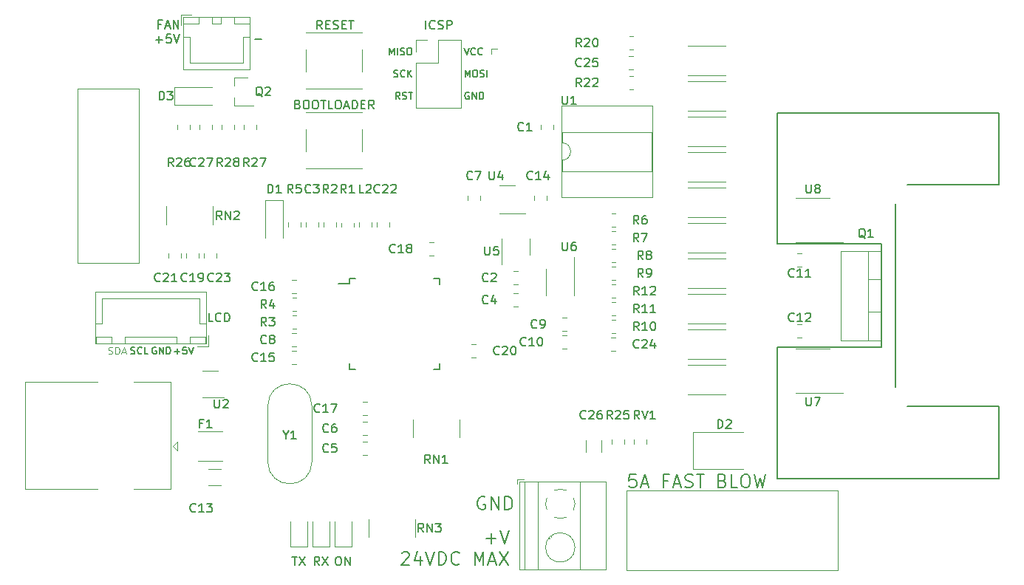
<source format=gto>
G04 #@! TF.GenerationSoftware,KiCad,Pcbnew,(5.1.9)-1*
G04 #@! TF.CreationDate,2021-08-12T22:57:42-04:00*
G04 #@! TF.ProjectId,ElectronicLoad,456c6563-7472-46f6-9e69-634c6f61642e,A*
G04 #@! TF.SameCoordinates,Original*
G04 #@! TF.FileFunction,Legend,Top*
G04 #@! TF.FilePolarity,Positive*
%FSLAX46Y46*%
G04 Gerber Fmt 4.6, Leading zero omitted, Abs format (unit mm)*
G04 Created by KiCad (PCBNEW (5.1.9)-1) date 2021-08-12 22:57:42*
%MOMM*%
%LPD*%
G01*
G04 APERTURE LIST*
%ADD10C,0.150000*%
%ADD11C,0.200000*%
%ADD12C,0.120000*%
%ADD13C,0.127000*%
%ADD14C,2.100000*%
%ADD15R,3.000000X2.500000*%
%ADD16R,2.500000X2.300000*%
%ADD17O,2.000000X1.905000*%
%ADD18R,2.000000X1.905000*%
%ADD19C,3.000000*%
%ADD20C,3.686000*%
%ADD21C,5.700000*%
%ADD22R,0.900000X0.900000*%
%ADD23O,1.600000X2.400000*%
%ADD24R,1.600000X2.400000*%
%ADD25R,1.550000X1.300000*%
%ADD26O,1.700000X1.950000*%
%ADD27O,1.700000X2.000000*%
%ADD28R,0.900000X0.800000*%
%ADD29R,1.300000X1.700000*%
%ADD30R,1.220000X0.650000*%
%ADD31R,1.700000X1.300000*%
%ADD32C,1.500000*%
%ADD33C,0.787400*%
%ADD34C,0.990600*%
%ADD35O,1.700000X1.700000*%
%ADD36R,1.700000X1.700000*%
%ADD37C,3.500000*%
%ADD38C,1.700000*%
%ADD39R,0.550000X1.500000*%
%ADD40R,1.500000X0.550000*%
%ADD41R,1.560000X0.650000*%
%ADD42R,0.650000X1.560000*%
%ADD43C,2.600000*%
%ADD44R,2.600000X2.600000*%
G04 APERTURE END LIST*
D10*
X152599023Y-75800000D02*
X152522833Y-75761904D01*
X152408547Y-75761904D01*
X152294261Y-75800000D01*
X152218071Y-75876190D01*
X152179976Y-75952380D01*
X152141880Y-76104761D01*
X152141880Y-76219047D01*
X152179976Y-76371428D01*
X152218071Y-76447619D01*
X152294261Y-76523809D01*
X152408547Y-76561904D01*
X152484738Y-76561904D01*
X152599023Y-76523809D01*
X152637119Y-76485714D01*
X152637119Y-76219047D01*
X152484738Y-76219047D01*
X152979976Y-76561904D02*
X152979976Y-75761904D01*
X153437119Y-76561904D01*
X153437119Y-75761904D01*
X153818071Y-76561904D02*
X153818071Y-75761904D01*
X154008547Y-75761904D01*
X154122833Y-75800000D01*
X154199023Y-75876190D01*
X154237119Y-75952380D01*
X154275214Y-76104761D01*
X154275214Y-76219047D01*
X154237119Y-76371428D01*
X154199023Y-76447619D01*
X154122833Y-76523809D01*
X154008547Y-76561904D01*
X153818071Y-76561904D01*
X144682690Y-76561904D02*
X144416023Y-76180952D01*
X144225547Y-76561904D02*
X144225547Y-75761904D01*
X144530309Y-75761904D01*
X144606500Y-75800000D01*
X144644595Y-75838095D01*
X144682690Y-75914285D01*
X144682690Y-76028571D01*
X144644595Y-76104761D01*
X144606500Y-76142857D01*
X144530309Y-76180952D01*
X144225547Y-76180952D01*
X144987452Y-76523809D02*
X145101738Y-76561904D01*
X145292214Y-76561904D01*
X145368404Y-76523809D01*
X145406500Y-76485714D01*
X145444595Y-76409523D01*
X145444595Y-76333333D01*
X145406500Y-76257142D01*
X145368404Y-76219047D01*
X145292214Y-76180952D01*
X145139833Y-76142857D01*
X145063642Y-76104761D01*
X145025547Y-76066666D01*
X144987452Y-75990476D01*
X144987452Y-75914285D01*
X145025547Y-75838095D01*
X145063642Y-75800000D01*
X145139833Y-75761904D01*
X145330309Y-75761904D01*
X145444595Y-75800000D01*
X145673166Y-75761904D02*
X146130309Y-75761904D01*
X145901738Y-76561904D02*
X145901738Y-75761904D01*
X152179976Y-74021904D02*
X152179976Y-73221904D01*
X152446642Y-73793333D01*
X152713309Y-73221904D01*
X152713309Y-74021904D01*
X153246642Y-73221904D02*
X153399023Y-73221904D01*
X153475214Y-73260000D01*
X153551404Y-73336190D01*
X153589500Y-73488571D01*
X153589500Y-73755238D01*
X153551404Y-73907619D01*
X153475214Y-73983809D01*
X153399023Y-74021904D01*
X153246642Y-74021904D01*
X153170452Y-73983809D01*
X153094261Y-73907619D01*
X153056166Y-73755238D01*
X153056166Y-73488571D01*
X153094261Y-73336190D01*
X153170452Y-73260000D01*
X153246642Y-73221904D01*
X153894261Y-73983809D02*
X154008547Y-74021904D01*
X154199023Y-74021904D01*
X154275214Y-73983809D01*
X154313309Y-73945714D01*
X154351404Y-73869523D01*
X154351404Y-73793333D01*
X154313309Y-73717142D01*
X154275214Y-73679047D01*
X154199023Y-73640952D01*
X154046642Y-73602857D01*
X153970452Y-73564761D01*
X153932357Y-73526666D01*
X153894261Y-73450476D01*
X153894261Y-73374285D01*
X153932357Y-73298095D01*
X153970452Y-73260000D01*
X154046642Y-73221904D01*
X154237119Y-73221904D01*
X154351404Y-73260000D01*
X154694261Y-74021904D02*
X154694261Y-73221904D01*
X143996976Y-73983809D02*
X144111261Y-74021904D01*
X144301738Y-74021904D01*
X144377928Y-73983809D01*
X144416023Y-73945714D01*
X144454119Y-73869523D01*
X144454119Y-73793333D01*
X144416023Y-73717142D01*
X144377928Y-73679047D01*
X144301738Y-73640952D01*
X144149357Y-73602857D01*
X144073166Y-73564761D01*
X144035071Y-73526666D01*
X143996976Y-73450476D01*
X143996976Y-73374285D01*
X144035071Y-73298095D01*
X144073166Y-73260000D01*
X144149357Y-73221904D01*
X144339833Y-73221904D01*
X144454119Y-73260000D01*
X145254119Y-73945714D02*
X145216023Y-73983809D01*
X145101738Y-74021904D01*
X145025547Y-74021904D01*
X144911261Y-73983809D01*
X144835071Y-73907619D01*
X144796976Y-73831428D01*
X144758880Y-73679047D01*
X144758880Y-73564761D01*
X144796976Y-73412380D01*
X144835071Y-73336190D01*
X144911261Y-73260000D01*
X145025547Y-73221904D01*
X145101738Y-73221904D01*
X145216023Y-73260000D01*
X145254119Y-73298095D01*
X145596976Y-74021904D02*
X145596976Y-73221904D01*
X146054119Y-74021904D02*
X145711261Y-73564761D01*
X146054119Y-73221904D02*
X145596976Y-73679047D01*
X152065690Y-70681904D02*
X152332357Y-71481904D01*
X152599023Y-70681904D01*
X153322833Y-71405714D02*
X153284738Y-71443809D01*
X153170452Y-71481904D01*
X153094261Y-71481904D01*
X152979976Y-71443809D01*
X152903785Y-71367619D01*
X152865690Y-71291428D01*
X152827595Y-71139047D01*
X152827595Y-71024761D01*
X152865690Y-70872380D01*
X152903785Y-70796190D01*
X152979976Y-70720000D01*
X153094261Y-70681904D01*
X153170452Y-70681904D01*
X153284738Y-70720000D01*
X153322833Y-70758095D01*
X154122833Y-71405714D02*
X154084738Y-71443809D01*
X153970452Y-71481904D01*
X153894261Y-71481904D01*
X153779976Y-71443809D01*
X153703785Y-71367619D01*
X153665690Y-71291428D01*
X153627595Y-71139047D01*
X153627595Y-71024761D01*
X153665690Y-70872380D01*
X153703785Y-70796190D01*
X153779976Y-70720000D01*
X153894261Y-70681904D01*
X153970452Y-70681904D01*
X154084738Y-70720000D01*
X154122833Y-70758095D01*
X143501738Y-71481904D02*
X143501738Y-70681904D01*
X143768404Y-71253333D01*
X144035071Y-70681904D01*
X144035071Y-71481904D01*
X144416023Y-71481904D02*
X144416023Y-70681904D01*
X144758880Y-71443809D02*
X144873166Y-71481904D01*
X145063642Y-71481904D01*
X145139833Y-71443809D01*
X145177928Y-71405714D01*
X145216023Y-71329523D01*
X145216023Y-71253333D01*
X145177928Y-71177142D01*
X145139833Y-71139047D01*
X145063642Y-71100952D01*
X144911261Y-71062857D01*
X144835071Y-71024761D01*
X144796976Y-70986666D01*
X144758880Y-70910476D01*
X144758880Y-70834285D01*
X144796976Y-70758095D01*
X144835071Y-70720000D01*
X144911261Y-70681904D01*
X145101738Y-70681904D01*
X145216023Y-70720000D01*
X145711261Y-70681904D02*
X145863642Y-70681904D01*
X145939833Y-70720000D01*
X146016023Y-70796190D01*
X146054119Y-70948571D01*
X146054119Y-71215238D01*
X146016023Y-71367619D01*
X145939833Y-71443809D01*
X145863642Y-71481904D01*
X145711261Y-71481904D01*
X145635071Y-71443809D01*
X145558880Y-71367619D01*
X145520785Y-71215238D01*
X145520785Y-70948571D01*
X145558880Y-70796190D01*
X145635071Y-70720000D01*
X145711261Y-70681904D01*
X133002928Y-77144571D02*
X133145785Y-77192190D01*
X133193404Y-77239809D01*
X133241023Y-77335047D01*
X133241023Y-77477904D01*
X133193404Y-77573142D01*
X133145785Y-77620761D01*
X133050547Y-77668380D01*
X132669595Y-77668380D01*
X132669595Y-76668380D01*
X133002928Y-76668380D01*
X133098166Y-76716000D01*
X133145785Y-76763619D01*
X133193404Y-76858857D01*
X133193404Y-76954095D01*
X133145785Y-77049333D01*
X133098166Y-77096952D01*
X133002928Y-77144571D01*
X132669595Y-77144571D01*
X133860071Y-76668380D02*
X134050547Y-76668380D01*
X134145785Y-76716000D01*
X134241023Y-76811238D01*
X134288642Y-77001714D01*
X134288642Y-77335047D01*
X134241023Y-77525523D01*
X134145785Y-77620761D01*
X134050547Y-77668380D01*
X133860071Y-77668380D01*
X133764833Y-77620761D01*
X133669595Y-77525523D01*
X133621976Y-77335047D01*
X133621976Y-77001714D01*
X133669595Y-76811238D01*
X133764833Y-76716000D01*
X133860071Y-76668380D01*
X134907690Y-76668380D02*
X135098166Y-76668380D01*
X135193404Y-76716000D01*
X135288642Y-76811238D01*
X135336261Y-77001714D01*
X135336261Y-77335047D01*
X135288642Y-77525523D01*
X135193404Y-77620761D01*
X135098166Y-77668380D01*
X134907690Y-77668380D01*
X134812452Y-77620761D01*
X134717214Y-77525523D01*
X134669595Y-77335047D01*
X134669595Y-77001714D01*
X134717214Y-76811238D01*
X134812452Y-76716000D01*
X134907690Y-76668380D01*
X135621976Y-76668380D02*
X136193404Y-76668380D01*
X135907690Y-77668380D02*
X135907690Y-76668380D01*
X137002928Y-77668380D02*
X136526738Y-77668380D01*
X136526738Y-76668380D01*
X137526738Y-76668380D02*
X137717214Y-76668380D01*
X137812452Y-76716000D01*
X137907690Y-76811238D01*
X137955309Y-77001714D01*
X137955309Y-77335047D01*
X137907690Y-77525523D01*
X137812452Y-77620761D01*
X137717214Y-77668380D01*
X137526738Y-77668380D01*
X137431500Y-77620761D01*
X137336261Y-77525523D01*
X137288642Y-77335047D01*
X137288642Y-77001714D01*
X137336261Y-76811238D01*
X137431500Y-76716000D01*
X137526738Y-76668380D01*
X138336261Y-77382666D02*
X138812452Y-77382666D01*
X138241023Y-77668380D02*
X138574357Y-76668380D01*
X138907690Y-77668380D01*
X139241023Y-77668380D02*
X139241023Y-76668380D01*
X139479119Y-76668380D01*
X139621976Y-76716000D01*
X139717214Y-76811238D01*
X139764833Y-76906476D01*
X139812452Y-77096952D01*
X139812452Y-77239809D01*
X139764833Y-77430285D01*
X139717214Y-77525523D01*
X139621976Y-77620761D01*
X139479119Y-77668380D01*
X139241023Y-77668380D01*
X140241023Y-77144571D02*
X140574357Y-77144571D01*
X140717214Y-77668380D02*
X140241023Y-77668380D01*
X140241023Y-76668380D01*
X140717214Y-76668380D01*
X141717214Y-77668380D02*
X141383880Y-77192190D01*
X141145785Y-77668380D02*
X141145785Y-76668380D01*
X141526738Y-76668380D01*
X141621976Y-76716000D01*
X141669595Y-76763619D01*
X141717214Y-76858857D01*
X141717214Y-77001714D01*
X141669595Y-77096952D01*
X141621976Y-77144571D01*
X141526738Y-77192190D01*
X141145785Y-77192190D01*
X135781023Y-68524380D02*
X135447690Y-68048190D01*
X135209595Y-68524380D02*
X135209595Y-67524380D01*
X135590547Y-67524380D01*
X135685785Y-67572000D01*
X135733404Y-67619619D01*
X135781023Y-67714857D01*
X135781023Y-67857714D01*
X135733404Y-67952952D01*
X135685785Y-68000571D01*
X135590547Y-68048190D01*
X135209595Y-68048190D01*
X136209595Y-68000571D02*
X136542928Y-68000571D01*
X136685785Y-68524380D02*
X136209595Y-68524380D01*
X136209595Y-67524380D01*
X136685785Y-67524380D01*
X137066738Y-68476761D02*
X137209595Y-68524380D01*
X137447690Y-68524380D01*
X137542928Y-68476761D01*
X137590547Y-68429142D01*
X137638166Y-68333904D01*
X137638166Y-68238666D01*
X137590547Y-68143428D01*
X137542928Y-68095809D01*
X137447690Y-68048190D01*
X137257214Y-68000571D01*
X137161976Y-67952952D01*
X137114357Y-67905333D01*
X137066738Y-67810095D01*
X137066738Y-67714857D01*
X137114357Y-67619619D01*
X137161976Y-67572000D01*
X137257214Y-67524380D01*
X137495309Y-67524380D01*
X137638166Y-67572000D01*
X138066738Y-68000571D02*
X138400071Y-68000571D01*
X138542928Y-68524380D02*
X138066738Y-68524380D01*
X138066738Y-67524380D01*
X138542928Y-67524380D01*
X138828642Y-67524380D02*
X139400071Y-67524380D01*
X139114357Y-68524380D02*
X139114357Y-67524380D01*
X147655595Y-68524380D02*
X147655595Y-67524380D01*
X148703214Y-68429142D02*
X148655595Y-68476761D01*
X148512738Y-68524380D01*
X148417500Y-68524380D01*
X148274642Y-68476761D01*
X148179404Y-68381523D01*
X148131785Y-68286285D01*
X148084166Y-68095809D01*
X148084166Y-67952952D01*
X148131785Y-67762476D01*
X148179404Y-67667238D01*
X148274642Y-67572000D01*
X148417500Y-67524380D01*
X148512738Y-67524380D01*
X148655595Y-67572000D01*
X148703214Y-67619619D01*
X149084166Y-68476761D02*
X149227023Y-68524380D01*
X149465119Y-68524380D01*
X149560357Y-68476761D01*
X149607976Y-68429142D01*
X149655595Y-68333904D01*
X149655595Y-68238666D01*
X149607976Y-68143428D01*
X149560357Y-68095809D01*
X149465119Y-68048190D01*
X149274642Y-68000571D01*
X149179404Y-67952952D01*
X149131785Y-67905333D01*
X149084166Y-67810095D01*
X149084166Y-67714857D01*
X149131785Y-67619619D01*
X149179404Y-67572000D01*
X149274642Y-67524380D01*
X149512738Y-67524380D01*
X149655595Y-67572000D01*
X150084166Y-68524380D02*
X150084166Y-67524380D01*
X150465119Y-67524380D01*
X150560357Y-67572000D01*
X150607976Y-67619619D01*
X150655595Y-67714857D01*
X150655595Y-67857714D01*
X150607976Y-67952952D01*
X150560357Y-68000571D01*
X150465119Y-68048190D01*
X150084166Y-68048190D01*
X128097595Y-69667428D02*
X128859500Y-69667428D01*
X117346023Y-67937571D02*
X117012690Y-67937571D01*
X117012690Y-68461380D02*
X117012690Y-67461380D01*
X117488880Y-67461380D01*
X117822214Y-68175666D02*
X118298404Y-68175666D01*
X117726976Y-68461380D02*
X118060309Y-67461380D01*
X118393642Y-68461380D01*
X118726976Y-68461380D02*
X118726976Y-67461380D01*
X119298404Y-68461380D01*
X119298404Y-67461380D01*
X116726976Y-69730428D02*
X117488880Y-69730428D01*
X117107928Y-70111380D02*
X117107928Y-69349476D01*
X118441261Y-69111380D02*
X117965071Y-69111380D01*
X117917452Y-69587571D01*
X117965071Y-69539952D01*
X118060309Y-69492333D01*
X118298404Y-69492333D01*
X118393642Y-69539952D01*
X118441261Y-69587571D01*
X118488880Y-69682809D01*
X118488880Y-69920904D01*
X118441261Y-70016142D01*
X118393642Y-70063761D01*
X118298404Y-70111380D01*
X118060309Y-70111380D01*
X117965071Y-70063761D01*
X117917452Y-70016142D01*
X118774595Y-69111380D02*
X119107928Y-70111380D01*
X119441261Y-69111380D01*
D11*
X171742571Y-119574571D02*
X171028285Y-119574571D01*
X170956857Y-120288857D01*
X171028285Y-120217428D01*
X171171142Y-120146000D01*
X171528285Y-120146000D01*
X171671142Y-120217428D01*
X171742571Y-120288857D01*
X171814000Y-120431714D01*
X171814000Y-120788857D01*
X171742571Y-120931714D01*
X171671142Y-121003142D01*
X171528285Y-121074571D01*
X171171142Y-121074571D01*
X171028285Y-121003142D01*
X170956857Y-120931714D01*
X172385428Y-120646000D02*
X173099714Y-120646000D01*
X172242571Y-121074571D02*
X172742571Y-119574571D01*
X173242571Y-121074571D01*
X175385428Y-120288857D02*
X174885428Y-120288857D01*
X174885428Y-121074571D02*
X174885428Y-119574571D01*
X175599714Y-119574571D01*
X176099714Y-120646000D02*
X176814000Y-120646000D01*
X175956857Y-121074571D02*
X176456857Y-119574571D01*
X176956857Y-121074571D01*
X177385428Y-121003142D02*
X177599714Y-121074571D01*
X177956857Y-121074571D01*
X178099714Y-121003142D01*
X178171142Y-120931714D01*
X178242571Y-120788857D01*
X178242571Y-120646000D01*
X178171142Y-120503142D01*
X178099714Y-120431714D01*
X177956857Y-120360285D01*
X177671142Y-120288857D01*
X177528285Y-120217428D01*
X177456857Y-120146000D01*
X177385428Y-120003142D01*
X177385428Y-119860285D01*
X177456857Y-119717428D01*
X177528285Y-119646000D01*
X177671142Y-119574571D01*
X178028285Y-119574571D01*
X178242571Y-119646000D01*
X178671142Y-119574571D02*
X179528285Y-119574571D01*
X179099714Y-121074571D02*
X179099714Y-119574571D01*
X181671142Y-120288857D02*
X181885428Y-120360285D01*
X181956857Y-120431714D01*
X182028285Y-120574571D01*
X182028285Y-120788857D01*
X181956857Y-120931714D01*
X181885428Y-121003142D01*
X181742571Y-121074571D01*
X181171142Y-121074571D01*
X181171142Y-119574571D01*
X181671142Y-119574571D01*
X181814000Y-119646000D01*
X181885428Y-119717428D01*
X181956857Y-119860285D01*
X181956857Y-120003142D01*
X181885428Y-120146000D01*
X181814000Y-120217428D01*
X181671142Y-120288857D01*
X181171142Y-120288857D01*
X183385428Y-121074571D02*
X182671142Y-121074571D01*
X182671142Y-119574571D01*
X184171142Y-119574571D02*
X184456857Y-119574571D01*
X184599714Y-119646000D01*
X184742571Y-119788857D01*
X184814000Y-120074571D01*
X184814000Y-120574571D01*
X184742571Y-120860285D01*
X184599714Y-121003142D01*
X184456857Y-121074571D01*
X184171142Y-121074571D01*
X184028285Y-121003142D01*
X183885428Y-120860285D01*
X183814000Y-120574571D01*
X183814000Y-120074571D01*
X183885428Y-119788857D01*
X184028285Y-119646000D01*
X184171142Y-119574571D01*
X185314000Y-119574571D02*
X185671142Y-121074571D01*
X185956857Y-120003142D01*
X186242571Y-121074571D01*
X186599714Y-119574571D01*
X154429428Y-122186000D02*
X154286571Y-122114571D01*
X154072285Y-122114571D01*
X153858000Y-122186000D01*
X153715142Y-122328857D01*
X153643714Y-122471714D01*
X153572285Y-122757428D01*
X153572285Y-122971714D01*
X153643714Y-123257428D01*
X153715142Y-123400285D01*
X153858000Y-123543142D01*
X154072285Y-123614571D01*
X154215142Y-123614571D01*
X154429428Y-123543142D01*
X154500857Y-123471714D01*
X154500857Y-122971714D01*
X154215142Y-122971714D01*
X155143714Y-123614571D02*
X155143714Y-122114571D01*
X156000857Y-123614571D01*
X156000857Y-122114571D01*
X156715142Y-123614571D02*
X156715142Y-122114571D01*
X157072285Y-122114571D01*
X157286571Y-122186000D01*
X157429428Y-122328857D01*
X157500857Y-122471714D01*
X157572285Y-122757428D01*
X157572285Y-122971714D01*
X157500857Y-123257428D01*
X157429428Y-123400285D01*
X157286571Y-123543142D01*
X157072285Y-123614571D01*
X156715142Y-123614571D01*
X154564285Y-126898142D02*
X155707142Y-126898142D01*
X155135714Y-127469571D02*
X155135714Y-126326714D01*
X156207142Y-125969571D02*
X156707142Y-127469571D01*
X157207142Y-125969571D01*
X144921428Y-128562428D02*
X144992857Y-128491000D01*
X145135714Y-128419571D01*
X145492857Y-128419571D01*
X145635714Y-128491000D01*
X145707142Y-128562428D01*
X145778571Y-128705285D01*
X145778571Y-128848142D01*
X145707142Y-129062428D01*
X144850000Y-129919571D01*
X145778571Y-129919571D01*
X147064285Y-128919571D02*
X147064285Y-129919571D01*
X146707142Y-128348142D02*
X146350000Y-129419571D01*
X147278571Y-129419571D01*
X147635714Y-128419571D02*
X148135714Y-129919571D01*
X148635714Y-128419571D01*
X149135714Y-129919571D02*
X149135714Y-128419571D01*
X149492857Y-128419571D01*
X149707142Y-128491000D01*
X149850000Y-128633857D01*
X149921428Y-128776714D01*
X149992857Y-129062428D01*
X149992857Y-129276714D01*
X149921428Y-129562428D01*
X149850000Y-129705285D01*
X149707142Y-129848142D01*
X149492857Y-129919571D01*
X149135714Y-129919571D01*
X151492857Y-129776714D02*
X151421428Y-129848142D01*
X151207142Y-129919571D01*
X151064285Y-129919571D01*
X150850000Y-129848142D01*
X150707142Y-129705285D01*
X150635714Y-129562428D01*
X150564285Y-129276714D01*
X150564285Y-129062428D01*
X150635714Y-128776714D01*
X150707142Y-128633857D01*
X150850000Y-128491000D01*
X151064285Y-128419571D01*
X151207142Y-128419571D01*
X151421428Y-128491000D01*
X151492857Y-128562428D01*
X153278571Y-129919571D02*
X153278571Y-128419571D01*
X153778571Y-129491000D01*
X154278571Y-128419571D01*
X154278571Y-129919571D01*
X154921428Y-129491000D02*
X155635714Y-129491000D01*
X154778571Y-129919571D02*
X155278571Y-128419571D01*
X155778571Y-129919571D01*
X156135714Y-128419571D02*
X157135714Y-129919571D01*
X157135714Y-128419571D02*
X156135714Y-129919571D01*
D10*
X118859428Y-105467142D02*
X119468952Y-105467142D01*
X119164190Y-105771904D02*
X119164190Y-105162380D01*
X120230857Y-104971904D02*
X119849904Y-104971904D01*
X119811809Y-105352857D01*
X119849904Y-105314761D01*
X119926095Y-105276666D01*
X120116571Y-105276666D01*
X120192761Y-105314761D01*
X120230857Y-105352857D01*
X120268952Y-105429047D01*
X120268952Y-105619523D01*
X120230857Y-105695714D01*
X120192761Y-105733809D01*
X120116571Y-105771904D01*
X119926095Y-105771904D01*
X119849904Y-105733809D01*
X119811809Y-105695714D01*
X120497523Y-104971904D02*
X120764190Y-105771904D01*
X121030857Y-104971904D01*
X116738476Y-105010000D02*
X116662285Y-104971904D01*
X116548000Y-104971904D01*
X116433714Y-105010000D01*
X116357523Y-105086190D01*
X116319428Y-105162380D01*
X116281333Y-105314761D01*
X116281333Y-105429047D01*
X116319428Y-105581428D01*
X116357523Y-105657619D01*
X116433714Y-105733809D01*
X116548000Y-105771904D01*
X116624190Y-105771904D01*
X116738476Y-105733809D01*
X116776571Y-105695714D01*
X116776571Y-105429047D01*
X116624190Y-105429047D01*
X117119428Y-105771904D02*
X117119428Y-104971904D01*
X117576571Y-105771904D01*
X117576571Y-104971904D01*
X117957523Y-105771904D02*
X117957523Y-104971904D01*
X118148000Y-104971904D01*
X118262285Y-105010000D01*
X118338476Y-105086190D01*
X118376571Y-105162380D01*
X118414666Y-105314761D01*
X118414666Y-105429047D01*
X118376571Y-105581428D01*
X118338476Y-105657619D01*
X118262285Y-105733809D01*
X118148000Y-105771904D01*
X117957523Y-105771904D01*
X113855619Y-105733809D02*
X113969904Y-105771904D01*
X114160380Y-105771904D01*
X114236571Y-105733809D01*
X114274666Y-105695714D01*
X114312761Y-105619523D01*
X114312761Y-105543333D01*
X114274666Y-105467142D01*
X114236571Y-105429047D01*
X114160380Y-105390952D01*
X114008000Y-105352857D01*
X113931809Y-105314761D01*
X113893714Y-105276666D01*
X113855619Y-105200476D01*
X113855619Y-105124285D01*
X113893714Y-105048095D01*
X113931809Y-105010000D01*
X114008000Y-104971904D01*
X114198476Y-104971904D01*
X114312761Y-105010000D01*
X115112761Y-105695714D02*
X115074666Y-105733809D01*
X114960380Y-105771904D01*
X114884190Y-105771904D01*
X114769904Y-105733809D01*
X114693714Y-105657619D01*
X114655619Y-105581428D01*
X114617523Y-105429047D01*
X114617523Y-105314761D01*
X114655619Y-105162380D01*
X114693714Y-105086190D01*
X114769904Y-105010000D01*
X114884190Y-104971904D01*
X114960380Y-104971904D01*
X115074666Y-105010000D01*
X115112761Y-105048095D01*
X115836571Y-105771904D02*
X115455619Y-105771904D01*
X115455619Y-104971904D01*
D12*
X111296571Y-105733809D02*
X111410857Y-105771904D01*
X111601333Y-105771904D01*
X111677523Y-105733809D01*
X111715619Y-105695714D01*
X111753714Y-105619523D01*
X111753714Y-105543333D01*
X111715619Y-105467142D01*
X111677523Y-105429047D01*
X111601333Y-105390952D01*
X111448952Y-105352857D01*
X111372761Y-105314761D01*
X111334666Y-105276666D01*
X111296571Y-105200476D01*
X111296571Y-105124285D01*
X111334666Y-105048095D01*
X111372761Y-105010000D01*
X111448952Y-104971904D01*
X111639428Y-104971904D01*
X111753714Y-105010000D01*
X112096571Y-105771904D02*
X112096571Y-104971904D01*
X112287047Y-104971904D01*
X112401333Y-105010000D01*
X112477523Y-105086190D01*
X112515619Y-105162380D01*
X112553714Y-105314761D01*
X112553714Y-105429047D01*
X112515619Y-105581428D01*
X112477523Y-105657619D01*
X112401333Y-105733809D01*
X112287047Y-105771904D01*
X112096571Y-105771904D01*
X112858476Y-105543333D02*
X113239428Y-105543333D01*
X112782285Y-105771904D02*
X113048952Y-104971904D01*
X113315619Y-105771904D01*
D10*
X123261523Y-102052380D02*
X122785333Y-102052380D01*
X122785333Y-101052380D01*
X124166285Y-101957142D02*
X124118666Y-102004761D01*
X123975809Y-102052380D01*
X123880571Y-102052380D01*
X123737714Y-102004761D01*
X123642476Y-101909523D01*
X123594857Y-101814285D01*
X123547238Y-101623809D01*
X123547238Y-101480952D01*
X123594857Y-101290476D01*
X123642476Y-101195238D01*
X123737714Y-101100000D01*
X123880571Y-101052380D01*
X123975809Y-101052380D01*
X124118666Y-101100000D01*
X124166285Y-101147619D01*
X124594857Y-102052380D02*
X124594857Y-101052380D01*
X124832952Y-101052380D01*
X124975809Y-101100000D01*
X125071047Y-101195238D01*
X125118666Y-101290476D01*
X125166285Y-101480952D01*
X125166285Y-101623809D01*
X125118666Y-101814285D01*
X125071047Y-101909523D01*
X124975809Y-102004761D01*
X124832952Y-102052380D01*
X124594857Y-102052380D01*
X137556952Y-128992380D02*
X137747428Y-128992380D01*
X137842666Y-129040000D01*
X137937904Y-129135238D01*
X137985523Y-129325714D01*
X137985523Y-129659047D01*
X137937904Y-129849523D01*
X137842666Y-129944761D01*
X137747428Y-129992380D01*
X137556952Y-129992380D01*
X137461714Y-129944761D01*
X137366476Y-129849523D01*
X137318857Y-129659047D01*
X137318857Y-129325714D01*
X137366476Y-129135238D01*
X137461714Y-129040000D01*
X137556952Y-128992380D01*
X138414095Y-129992380D02*
X138414095Y-128992380D01*
X138985523Y-129992380D01*
X138985523Y-128992380D01*
X135469333Y-129992380D02*
X135136000Y-129516190D01*
X134897904Y-129992380D02*
X134897904Y-128992380D01*
X135278857Y-128992380D01*
X135374095Y-129040000D01*
X135421714Y-129087619D01*
X135469333Y-129182857D01*
X135469333Y-129325714D01*
X135421714Y-129420952D01*
X135374095Y-129468571D01*
X135278857Y-129516190D01*
X134897904Y-129516190D01*
X135802666Y-128992380D02*
X136469333Y-129992380D01*
X136469333Y-128992380D02*
X135802666Y-129992380D01*
X132334095Y-128992380D02*
X132905523Y-128992380D01*
X132619809Y-129992380D02*
X132619809Y-128992380D01*
X133143619Y-128992380D02*
X133810285Y-129992380D01*
X133810285Y-128992380D02*
X133143619Y-129992380D01*
D12*
X107776000Y-75344000D02*
X114776000Y-75344000D01*
X107776000Y-95344000D02*
X107776000Y-75344000D01*
X114776000Y-95344000D02*
X107776000Y-95344000D01*
X114776000Y-75344000D02*
X114776000Y-95344000D01*
X152900748Y-104675000D02*
X153423252Y-104675000D01*
X152900748Y-106145000D02*
X153423252Y-106145000D01*
X167788000Y-115620748D02*
X167788000Y-117043252D01*
X165968000Y-115620748D02*
X165968000Y-117043252D01*
X124155252Y-120798000D02*
X122732748Y-120798000D01*
X124155252Y-118978000D02*
X122732748Y-118978000D01*
X163314748Y-103659000D02*
X163837252Y-103659000D01*
X163314748Y-105129000D02*
X163837252Y-105129000D01*
X158249252Y-100303000D02*
X157726748Y-100303000D01*
X158249252Y-98833000D02*
X157726748Y-98833000D01*
X178314000Y-114690000D02*
X178314000Y-118990000D01*
X178314000Y-118990000D02*
X184014000Y-118990000D01*
X178314000Y-114690000D02*
X184014000Y-114690000D01*
X119153000Y-79983064D02*
X119153000Y-79528936D01*
X120623000Y-79983064D02*
X120623000Y-79528936D01*
X123163000Y-79494748D02*
X123163000Y-80017252D01*
X121693000Y-79494748D02*
X121693000Y-80017252D01*
X199866000Y-93940000D02*
X199866000Y-104180000D01*
X195225000Y-93940000D02*
X195225000Y-104180000D01*
X199866000Y-93940000D02*
X195225000Y-93940000D01*
X199866000Y-104180000D02*
X195225000Y-104180000D01*
X198356000Y-93940000D02*
X198356000Y-104180000D01*
X199866000Y-97210000D02*
X198356000Y-97210000D01*
X199866000Y-100911000D02*
X198356000Y-100911000D01*
X170660000Y-121384000D02*
X194860000Y-121384000D01*
X170660000Y-121384000D02*
X170660000Y-130584000D01*
X194860000Y-121384000D02*
X194860000Y-130584000D01*
X170660000Y-130584000D02*
X194860000Y-130584000D01*
D13*
X202830000Y-111760000D02*
X213360000Y-111760000D01*
X201440000Y-109590000D02*
X201440000Y-88530000D01*
X187960000Y-104975000D02*
X187960000Y-120015000D01*
X199870000Y-104975000D02*
X187960000Y-104975000D01*
X199870000Y-93145000D02*
X199870000Y-104975000D01*
X187960000Y-93145000D02*
X199870000Y-93145000D01*
X187960000Y-78105000D02*
X187960000Y-93145000D01*
X213360000Y-78105000D02*
X187960000Y-78105000D01*
X213360000Y-86360000D02*
X213360000Y-78105000D01*
X202830000Y-86360000D02*
X213360000Y-86360000D01*
X213360000Y-120015000D02*
X213360000Y-111760000D01*
X187960000Y-120015000D02*
X213360000Y-120015000D01*
D12*
X192024000Y-105136000D02*
X190074000Y-105136000D01*
X192024000Y-105136000D02*
X193974000Y-105136000D01*
X192024000Y-110256000D02*
X190074000Y-110256000D01*
X192024000Y-110256000D02*
X195474000Y-110256000D01*
X190238748Y-102389000D02*
X190761252Y-102389000D01*
X190238748Y-103859000D02*
X190761252Y-103859000D01*
X146174000Y-115350000D02*
X146174000Y-113250000D01*
X151514000Y-115350000D02*
X151514000Y-113250000D01*
X131853000Y-91159064D02*
X131853000Y-90704936D01*
X133323000Y-91159064D02*
X133323000Y-90704936D01*
X123671000Y-94226748D02*
X123671000Y-94749252D01*
X122201000Y-94226748D02*
X122201000Y-94749252D01*
X117888000Y-90916000D02*
X117888000Y-88816000D01*
X123228000Y-90916000D02*
X123228000Y-88816000D01*
X119607000Y-94226748D02*
X119607000Y-94749252D01*
X118137000Y-94226748D02*
X118137000Y-94749252D01*
X121639000Y-94226748D02*
X121639000Y-94749252D01*
X120169000Y-94226748D02*
X120169000Y-94749252D01*
X168936936Y-97817000D02*
X169391064Y-97817000D01*
X168936936Y-99287000D02*
X169391064Y-99287000D01*
X190238748Y-94261000D02*
X190761252Y-94261000D01*
X190238748Y-95731000D02*
X190761252Y-95731000D01*
X171477000Y-116051064D02*
X171477000Y-115596936D01*
X172947000Y-116051064D02*
X172947000Y-115596936D01*
X192024000Y-87864000D02*
X190074000Y-87864000D01*
X192024000Y-87864000D02*
X193974000Y-87864000D01*
X192024000Y-92984000D02*
X190074000Y-92984000D01*
X192024000Y-92984000D02*
X195474000Y-92984000D01*
X163262000Y-83550000D02*
X163262000Y-84800000D01*
X163262000Y-84800000D02*
X173542000Y-84800000D01*
X173542000Y-84800000D02*
X173542000Y-80300000D01*
X173542000Y-80300000D02*
X163262000Y-80300000D01*
X163262000Y-80300000D02*
X163262000Y-81550000D01*
X163202000Y-87800000D02*
X173602000Y-87800000D01*
X173602000Y-87800000D02*
X173602000Y-77300000D01*
X173602000Y-77300000D02*
X163202000Y-77300000D01*
X163202000Y-77300000D02*
X163202000Y-87800000D01*
X163262000Y-81550000D02*
G75*
G02*
X163262000Y-83550000I0J-1000000D01*
G01*
X140390000Y-68906000D02*
X140390000Y-68936000D01*
X140390000Y-75366000D02*
X140390000Y-75336000D01*
X133930000Y-75366000D02*
X133930000Y-75336000D01*
X133930000Y-68936000D02*
X133930000Y-68906000D01*
X140390000Y-70836000D02*
X140390000Y-73436000D01*
X133930000Y-68906000D02*
X140390000Y-68906000D01*
X133930000Y-70836000D02*
X133930000Y-73436000D01*
X133930000Y-75366000D02*
X140390000Y-75366000D01*
X133930000Y-84510000D02*
X133930000Y-84480000D01*
X133930000Y-78050000D02*
X133930000Y-78080000D01*
X140390000Y-78050000D02*
X140390000Y-78080000D01*
X140390000Y-84480000D02*
X140390000Y-84510000D01*
X133930000Y-82580000D02*
X133930000Y-79980000D01*
X140390000Y-84510000D02*
X133930000Y-84510000D01*
X140390000Y-82580000D02*
X140390000Y-79980000D01*
X140390000Y-78050000D02*
X133930000Y-78050000D01*
X122448000Y-104568000D02*
X122448000Y-98598000D01*
X122448000Y-98598000D02*
X109828000Y-98598000D01*
X109828000Y-98598000D02*
X109828000Y-104568000D01*
X109828000Y-104568000D02*
X122448000Y-104568000D01*
X119138000Y-104558000D02*
X119138000Y-103808000D01*
X119138000Y-103808000D02*
X113138000Y-103808000D01*
X113138000Y-103808000D02*
X113138000Y-104558000D01*
X113138000Y-104558000D02*
X119138000Y-104558000D01*
X122438000Y-104558000D02*
X122438000Y-103808000D01*
X122438000Y-103808000D02*
X120638000Y-103808000D01*
X120638000Y-103808000D02*
X120638000Y-104558000D01*
X120638000Y-104558000D02*
X122438000Y-104558000D01*
X111638000Y-104558000D02*
X111638000Y-103808000D01*
X111638000Y-103808000D02*
X109838000Y-103808000D01*
X109838000Y-103808000D02*
X109838000Y-104558000D01*
X109838000Y-104558000D02*
X111638000Y-104558000D01*
X122438000Y-102308000D02*
X121688000Y-102308000D01*
X121688000Y-102308000D02*
X121688000Y-99358000D01*
X121688000Y-99358000D02*
X116138000Y-99358000D01*
X109838000Y-102308000D02*
X110588000Y-102308000D01*
X110588000Y-102308000D02*
X110588000Y-99358000D01*
X110588000Y-99358000D02*
X116138000Y-99358000D01*
X121488000Y-104858000D02*
X122738000Y-104858000D01*
X122738000Y-104858000D02*
X122738000Y-103608000D01*
X148575752Y-94461000D02*
X148053248Y-94461000D01*
X148575752Y-92991000D02*
X148053248Y-92991000D01*
X125703000Y-79528936D02*
X125703000Y-79983064D01*
X124233000Y-79528936D02*
X124233000Y-79983064D01*
X126773000Y-79983064D02*
X126773000Y-79528936D01*
X128243000Y-79983064D02*
X128243000Y-79528936D01*
X119868000Y-67136000D02*
X119868000Y-73106000D01*
X119868000Y-73106000D02*
X127488000Y-73106000D01*
X127488000Y-73106000D02*
X127488000Y-67136000D01*
X127488000Y-67136000D02*
X119868000Y-67136000D01*
X123178000Y-67146000D02*
X123178000Y-67896000D01*
X123178000Y-67896000D02*
X124178000Y-67896000D01*
X124178000Y-67896000D02*
X124178000Y-67146000D01*
X124178000Y-67146000D02*
X123178000Y-67146000D01*
X119878000Y-67146000D02*
X119878000Y-67896000D01*
X119878000Y-67896000D02*
X121678000Y-67896000D01*
X121678000Y-67896000D02*
X121678000Y-67146000D01*
X121678000Y-67146000D02*
X119878000Y-67146000D01*
X125678000Y-67146000D02*
X125678000Y-67896000D01*
X125678000Y-67896000D02*
X127478000Y-67896000D01*
X127478000Y-67896000D02*
X127478000Y-67146000D01*
X127478000Y-67146000D02*
X125678000Y-67146000D01*
X119878000Y-69396000D02*
X120628000Y-69396000D01*
X120628000Y-69396000D02*
X120628000Y-72346000D01*
X120628000Y-72346000D02*
X123678000Y-72346000D01*
X127478000Y-69396000D02*
X126728000Y-69396000D01*
X126728000Y-69396000D02*
X126728000Y-72346000D01*
X126728000Y-72346000D02*
X123678000Y-72346000D01*
X120828000Y-66846000D02*
X119578000Y-66846000D01*
X119578000Y-66846000D02*
X119578000Y-68096000D01*
X125732000Y-74112000D02*
X125732000Y-75042000D01*
X125732000Y-77272000D02*
X125732000Y-76342000D01*
X125732000Y-77272000D02*
X127892000Y-77272000D01*
X125732000Y-74112000D02*
X127192000Y-74112000D01*
X123162000Y-75200000D02*
X118862000Y-75200000D01*
X118862000Y-75200000D02*
X118862000Y-77200000D01*
X118862000Y-77200000D02*
X123162000Y-77200000D01*
X123816000Y-107660000D02*
X122056000Y-107660000D01*
X122056000Y-110730000D02*
X124486000Y-110730000D01*
X131302000Y-92428000D02*
X131302000Y-88128000D01*
X131302000Y-88128000D02*
X129302000Y-88128000D01*
X129302000Y-88128000D02*
X129302000Y-92428000D01*
X137387000Y-90704936D02*
X137387000Y-91159064D01*
X135917000Y-90704936D02*
X135917000Y-91159064D01*
X137949000Y-91175064D02*
X137949000Y-90720936D01*
X139419000Y-91175064D02*
X139419000Y-90720936D01*
X133885000Y-91193252D02*
X133885000Y-90670748D01*
X135355000Y-91193252D02*
X135355000Y-90670748D01*
X142013000Y-91193252D02*
X142013000Y-90670748D01*
X143483000Y-91193252D02*
X143483000Y-90670748D01*
X141426000Y-90661748D02*
X141426000Y-91184252D01*
X140006000Y-90661748D02*
X140006000Y-91184252D01*
X140977252Y-112749000D02*
X140454748Y-112749000D01*
X140977252Y-111279000D02*
X140454748Y-111279000D01*
X132849252Y-98779000D02*
X132326748Y-98779000D01*
X132849252Y-97309000D02*
X132326748Y-97309000D01*
X132849252Y-106907000D02*
X132326748Y-106907000D01*
X132849252Y-105437000D02*
X132326748Y-105437000D01*
X146434000Y-124680000D02*
X146434000Y-126780000D01*
X141094000Y-124680000D02*
X141094000Y-126780000D01*
X132136000Y-124984000D02*
X132136000Y-127844000D01*
X132136000Y-127844000D02*
X134056000Y-127844000D01*
X134056000Y-127844000D02*
X134056000Y-124984000D01*
X140454748Y-113565000D02*
X140977252Y-113565000D01*
X140454748Y-115035000D02*
X140977252Y-115035000D01*
X140454748Y-115851000D02*
X140977252Y-115851000D01*
X140454748Y-117321000D02*
X140977252Y-117321000D01*
X134676000Y-124984000D02*
X134676000Y-127844000D01*
X134676000Y-127844000D02*
X136596000Y-127844000D01*
X136596000Y-127844000D02*
X136596000Y-124984000D01*
X137216000Y-124984000D02*
X137216000Y-127844000D01*
X137216000Y-127844000D02*
X139136000Y-127844000D01*
X139136000Y-127844000D02*
X139136000Y-124984000D01*
X129555000Y-118108000D02*
X129555000Y-111708000D01*
X134605000Y-118108000D02*
X134605000Y-111708000D01*
X134605000Y-111708000D02*
G75*
G03*
X129555000Y-111708000I-2525000J0D01*
G01*
X134605000Y-118108000D02*
G75*
G02*
X129555000Y-118108000I-2525000J0D01*
G01*
X155194000Y-70739000D02*
X155829000Y-70739000D01*
X155194000Y-71374000D02*
X155194000Y-70739000D01*
X146498000Y-77530000D02*
X151698000Y-77530000D01*
X146498000Y-72390000D02*
X146498000Y-77530000D01*
X151698000Y-69790000D02*
X151698000Y-77530000D01*
X146498000Y-72390000D02*
X149098000Y-72390000D01*
X149098000Y-72390000D02*
X149098000Y-69790000D01*
X149098000Y-69790000D02*
X151698000Y-69790000D01*
X146498000Y-71120000D02*
X146498000Y-69790000D01*
X146498000Y-69790000D02*
X147828000Y-69790000D01*
X132849252Y-104875000D02*
X132326748Y-104875000D01*
X132849252Y-103405000D02*
X132326748Y-103405000D01*
X119160000Y-115832000D02*
X118660000Y-116332000D01*
X119160000Y-116832000D02*
X119160000Y-115832000D01*
X118660000Y-116332000D02*
X119160000Y-116832000D01*
X101720000Y-108922000D02*
X110080000Y-108922000D01*
X101720000Y-121242000D02*
X101720000Y-108922000D01*
X110080000Y-121242000D02*
X101720000Y-121242000D01*
X118440000Y-108922000D02*
X114180000Y-108922000D01*
X118440000Y-121242000D02*
X118440000Y-108922000D01*
X114180000Y-121242000D02*
X118440000Y-121242000D01*
D10*
X138895000Y-97141000D02*
X138895000Y-97716000D01*
X149245000Y-97141000D02*
X149245000Y-97816000D01*
X149245000Y-107491000D02*
X149245000Y-106816000D01*
X138895000Y-107491000D02*
X138895000Y-106816000D01*
X138895000Y-97141000D02*
X139570000Y-97141000D01*
X138895000Y-107491000D02*
X139570000Y-107491000D01*
X149245000Y-107491000D02*
X148570000Y-107491000D01*
X149245000Y-97141000D02*
X148570000Y-97141000D01*
X138895000Y-97716000D02*
X137620000Y-97716000D01*
D12*
X132360936Y-99341000D02*
X132815064Y-99341000D01*
X132360936Y-100811000D02*
X132815064Y-100811000D01*
X132360936Y-101373000D02*
X132815064Y-101373000D01*
X132360936Y-102843000D02*
X132815064Y-102843000D01*
X124322252Y-118042000D02*
X121549748Y-118042000D01*
X124322252Y-114622000D02*
X121549748Y-114622000D01*
X161458000Y-97536000D02*
X161458000Y-99036000D01*
X161458000Y-97536000D02*
X161458000Y-96036000D01*
X164678000Y-97536000D02*
X164678000Y-99036000D01*
X164678000Y-97536000D02*
X164678000Y-94611000D01*
X168936936Y-99849000D02*
X169391064Y-99849000D01*
X168936936Y-101319000D02*
X169391064Y-101319000D01*
X168936936Y-101881000D02*
X169391064Y-101881000D01*
X168936936Y-103351000D02*
X169391064Y-103351000D01*
X168902748Y-103913000D02*
X169425252Y-103913000D01*
X168902748Y-105383000D02*
X169425252Y-105383000D01*
X163314748Y-101627000D02*
X163837252Y-101627000D01*
X163314748Y-103097000D02*
X163837252Y-103097000D01*
X157876000Y-86470000D02*
X156076000Y-86470000D01*
X156076000Y-89690000D02*
X159026000Y-89690000D01*
X152427000Y-88145252D02*
X152427000Y-87622748D01*
X153897000Y-88145252D02*
X153897000Y-87622748D01*
X160047000Y-88145252D02*
X160047000Y-87622748D01*
X161517000Y-88145252D02*
X161517000Y-87622748D01*
X159598000Y-94372000D02*
X159598000Y-92572000D01*
X156378000Y-92572000D02*
X156378000Y-95522000D01*
X158249252Y-97763000D02*
X157726748Y-97763000D01*
X158249252Y-96293000D02*
X157726748Y-96293000D01*
X162279000Y-79494748D02*
X162279000Y-80017252D01*
X160809000Y-79494748D02*
X160809000Y-80017252D01*
X168936936Y-95785000D02*
X169391064Y-95785000D01*
X168936936Y-97255000D02*
X169391064Y-97255000D01*
X168936936Y-93753000D02*
X169391064Y-93753000D01*
X168936936Y-95223000D02*
X169391064Y-95223000D01*
X169391064Y-93191000D02*
X168936936Y-93191000D01*
X169391064Y-91721000D02*
X168936936Y-91721000D01*
X169391064Y-91159000D02*
X168936936Y-91159000D01*
X169391064Y-89689000D02*
X168936936Y-89689000D01*
X168937000Y-116051064D02*
X168937000Y-115596936D01*
X170407000Y-116051064D02*
X170407000Y-115596936D01*
X164748000Y-127936000D02*
G75*
G03*
X164748000Y-127936000I-1680000J0D01*
G01*
X158968000Y-120376000D02*
X158968000Y-130496000D01*
X160468000Y-120376000D02*
X160468000Y-130496000D01*
X165369000Y-120376000D02*
X165369000Y-130496000D01*
X168329000Y-120376000D02*
X168329000Y-130496000D01*
X158408000Y-120376000D02*
X158408000Y-130496000D01*
X168329000Y-120376000D02*
X158408000Y-120376000D01*
X168329000Y-130496000D02*
X158408000Y-130496000D01*
X164137000Y-129211000D02*
X164091000Y-129164000D01*
X161829000Y-126902000D02*
X161794000Y-126867000D01*
X164343000Y-129006000D02*
X164307000Y-128971000D01*
X162045000Y-126709000D02*
X161999000Y-126662000D01*
X158908000Y-120136000D02*
X158168000Y-120136000D01*
X158168000Y-120136000D02*
X158168000Y-120636000D01*
X161387747Y-122964805D02*
G75*
G02*
X161533000Y-122252000I1680253J28805D01*
G01*
X162384958Y-121400574D02*
G75*
G02*
X163752000Y-121401000I683042J-1535426D01*
G01*
X164603426Y-122252958D02*
G75*
G02*
X164603000Y-123620000I-1535426J-683042D01*
G01*
X163751042Y-124471426D02*
G75*
G02*
X162384000Y-124471000I-683042J1535426D01*
G01*
X161533244Y-123619318D02*
G75*
G02*
X161388000Y-122936000I1534756J683318D01*
G01*
X182009064Y-73846000D02*
X177654936Y-73846000D01*
X182009064Y-70426000D02*
X177654936Y-70426000D01*
X182009064Y-77910000D02*
X177654936Y-77910000D01*
X182009064Y-74490000D02*
X177654936Y-74490000D01*
X171423064Y-75411000D02*
X170968936Y-75411000D01*
X171423064Y-73941000D02*
X170968936Y-73941000D01*
X182009064Y-81974000D02*
X177654936Y-81974000D01*
X182009064Y-78554000D02*
X177654936Y-78554000D01*
X170968936Y-69369000D02*
X171423064Y-69369000D01*
X170968936Y-70839000D02*
X171423064Y-70839000D01*
X182009064Y-86038000D02*
X177654936Y-86038000D01*
X182009064Y-82618000D02*
X177654936Y-82618000D01*
X182009064Y-90102000D02*
X177654936Y-90102000D01*
X182009064Y-86682000D02*
X177654936Y-86682000D01*
X182009064Y-94166000D02*
X177654936Y-94166000D01*
X182009064Y-90746000D02*
X177654936Y-90746000D01*
X182009064Y-98230000D02*
X177654936Y-98230000D01*
X182009064Y-94810000D02*
X177654936Y-94810000D01*
X182009064Y-102294000D02*
X177654936Y-102294000D01*
X182009064Y-98874000D02*
X177654936Y-98874000D01*
X182009064Y-106358000D02*
X177654936Y-106358000D01*
X182009064Y-102938000D02*
X177654936Y-102938000D01*
X182009064Y-110422000D02*
X177654936Y-110422000D01*
X182009064Y-107002000D02*
X177654936Y-107002000D01*
X171457252Y-73125000D02*
X170934748Y-73125000D01*
X171457252Y-71655000D02*
X170934748Y-71655000D01*
D10*
X156075142Y-105767142D02*
X156027523Y-105814761D01*
X155884666Y-105862380D01*
X155789428Y-105862380D01*
X155646571Y-105814761D01*
X155551333Y-105719523D01*
X155503714Y-105624285D01*
X155456095Y-105433809D01*
X155456095Y-105290952D01*
X155503714Y-105100476D01*
X155551333Y-105005238D01*
X155646571Y-104910000D01*
X155789428Y-104862380D01*
X155884666Y-104862380D01*
X156027523Y-104910000D01*
X156075142Y-104957619D01*
X156456095Y-104957619D02*
X156503714Y-104910000D01*
X156598952Y-104862380D01*
X156837047Y-104862380D01*
X156932285Y-104910000D01*
X156979904Y-104957619D01*
X157027523Y-105052857D01*
X157027523Y-105148095D01*
X156979904Y-105290952D01*
X156408476Y-105862380D01*
X157027523Y-105862380D01*
X157646571Y-104862380D02*
X157741809Y-104862380D01*
X157837047Y-104910000D01*
X157884666Y-104957619D01*
X157932285Y-105052857D01*
X157979904Y-105243333D01*
X157979904Y-105481428D01*
X157932285Y-105671904D01*
X157884666Y-105767142D01*
X157837047Y-105814761D01*
X157741809Y-105862380D01*
X157646571Y-105862380D01*
X157551333Y-105814761D01*
X157503714Y-105767142D01*
X157456095Y-105671904D01*
X157408476Y-105481428D01*
X157408476Y-105243333D01*
X157456095Y-105052857D01*
X157503714Y-104957619D01*
X157551333Y-104910000D01*
X157646571Y-104862380D01*
X165981142Y-113133142D02*
X165933523Y-113180761D01*
X165790666Y-113228380D01*
X165695428Y-113228380D01*
X165552571Y-113180761D01*
X165457333Y-113085523D01*
X165409714Y-112990285D01*
X165362095Y-112799809D01*
X165362095Y-112656952D01*
X165409714Y-112466476D01*
X165457333Y-112371238D01*
X165552571Y-112276000D01*
X165695428Y-112228380D01*
X165790666Y-112228380D01*
X165933523Y-112276000D01*
X165981142Y-112323619D01*
X166362095Y-112323619D02*
X166409714Y-112276000D01*
X166504952Y-112228380D01*
X166743047Y-112228380D01*
X166838285Y-112276000D01*
X166885904Y-112323619D01*
X166933523Y-112418857D01*
X166933523Y-112514095D01*
X166885904Y-112656952D01*
X166314476Y-113228380D01*
X166933523Y-113228380D01*
X167790666Y-112228380D02*
X167600190Y-112228380D01*
X167504952Y-112276000D01*
X167457333Y-112323619D01*
X167362095Y-112466476D01*
X167314476Y-112656952D01*
X167314476Y-113037904D01*
X167362095Y-113133142D01*
X167409714Y-113180761D01*
X167504952Y-113228380D01*
X167695428Y-113228380D01*
X167790666Y-113180761D01*
X167838285Y-113133142D01*
X167885904Y-113037904D01*
X167885904Y-112799809D01*
X167838285Y-112704571D01*
X167790666Y-112656952D01*
X167695428Y-112609333D01*
X167504952Y-112609333D01*
X167409714Y-112656952D01*
X167362095Y-112704571D01*
X167314476Y-112799809D01*
X121277142Y-123801142D02*
X121229523Y-123848761D01*
X121086666Y-123896380D01*
X120991428Y-123896380D01*
X120848571Y-123848761D01*
X120753333Y-123753523D01*
X120705714Y-123658285D01*
X120658095Y-123467809D01*
X120658095Y-123324952D01*
X120705714Y-123134476D01*
X120753333Y-123039238D01*
X120848571Y-122944000D01*
X120991428Y-122896380D01*
X121086666Y-122896380D01*
X121229523Y-122944000D01*
X121277142Y-122991619D01*
X122229523Y-123896380D02*
X121658095Y-123896380D01*
X121943809Y-123896380D02*
X121943809Y-122896380D01*
X121848571Y-123039238D01*
X121753333Y-123134476D01*
X121658095Y-123182095D01*
X122562857Y-122896380D02*
X123181904Y-122896380D01*
X122848571Y-123277333D01*
X122991428Y-123277333D01*
X123086666Y-123324952D01*
X123134285Y-123372571D01*
X123181904Y-123467809D01*
X123181904Y-123705904D01*
X123134285Y-123801142D01*
X123086666Y-123848761D01*
X122991428Y-123896380D01*
X122705714Y-123896380D01*
X122610476Y-123848761D01*
X122562857Y-123801142D01*
X159123142Y-104751142D02*
X159075523Y-104798761D01*
X158932666Y-104846380D01*
X158837428Y-104846380D01*
X158694571Y-104798761D01*
X158599333Y-104703523D01*
X158551714Y-104608285D01*
X158504095Y-104417809D01*
X158504095Y-104274952D01*
X158551714Y-104084476D01*
X158599333Y-103989238D01*
X158694571Y-103894000D01*
X158837428Y-103846380D01*
X158932666Y-103846380D01*
X159075523Y-103894000D01*
X159123142Y-103941619D01*
X160075523Y-104846380D02*
X159504095Y-104846380D01*
X159789809Y-104846380D02*
X159789809Y-103846380D01*
X159694571Y-103989238D01*
X159599333Y-104084476D01*
X159504095Y-104132095D01*
X160694571Y-103846380D02*
X160789809Y-103846380D01*
X160885047Y-103894000D01*
X160932666Y-103941619D01*
X160980285Y-104036857D01*
X161027904Y-104227333D01*
X161027904Y-104465428D01*
X160980285Y-104655904D01*
X160932666Y-104751142D01*
X160885047Y-104798761D01*
X160789809Y-104846380D01*
X160694571Y-104846380D01*
X160599333Y-104798761D01*
X160551714Y-104751142D01*
X160504095Y-104655904D01*
X160456476Y-104465428D01*
X160456476Y-104227333D01*
X160504095Y-104036857D01*
X160551714Y-103941619D01*
X160599333Y-103894000D01*
X160694571Y-103846380D01*
X154773333Y-99925142D02*
X154725714Y-99972761D01*
X154582857Y-100020380D01*
X154487619Y-100020380D01*
X154344761Y-99972761D01*
X154249523Y-99877523D01*
X154201904Y-99782285D01*
X154154285Y-99591809D01*
X154154285Y-99448952D01*
X154201904Y-99258476D01*
X154249523Y-99163238D01*
X154344761Y-99068000D01*
X154487619Y-99020380D01*
X154582857Y-99020380D01*
X154725714Y-99068000D01*
X154773333Y-99115619D01*
X155630476Y-99353714D02*
X155630476Y-100020380D01*
X155392380Y-98972761D02*
X155154285Y-99687047D01*
X155773333Y-99687047D01*
X181125904Y-114292380D02*
X181125904Y-113292380D01*
X181364000Y-113292380D01*
X181506857Y-113340000D01*
X181602095Y-113435238D01*
X181649714Y-113530476D01*
X181697333Y-113720952D01*
X181697333Y-113863809D01*
X181649714Y-114054285D01*
X181602095Y-114149523D01*
X181506857Y-114244761D01*
X181364000Y-114292380D01*
X181125904Y-114292380D01*
X182078285Y-113387619D02*
X182125904Y-113340000D01*
X182221142Y-113292380D01*
X182459238Y-113292380D01*
X182554476Y-113340000D01*
X182602095Y-113387619D01*
X182649714Y-113482857D01*
X182649714Y-113578095D01*
X182602095Y-113720952D01*
X182030666Y-114292380D01*
X182649714Y-114292380D01*
X118737142Y-84272380D02*
X118403809Y-83796190D01*
X118165714Y-84272380D02*
X118165714Y-83272380D01*
X118546666Y-83272380D01*
X118641904Y-83320000D01*
X118689523Y-83367619D01*
X118737142Y-83462857D01*
X118737142Y-83605714D01*
X118689523Y-83700952D01*
X118641904Y-83748571D01*
X118546666Y-83796190D01*
X118165714Y-83796190D01*
X119118095Y-83367619D02*
X119165714Y-83320000D01*
X119260952Y-83272380D01*
X119499047Y-83272380D01*
X119594285Y-83320000D01*
X119641904Y-83367619D01*
X119689523Y-83462857D01*
X119689523Y-83558095D01*
X119641904Y-83700952D01*
X119070476Y-84272380D01*
X119689523Y-84272380D01*
X120546666Y-83272380D02*
X120356190Y-83272380D01*
X120260952Y-83320000D01*
X120213333Y-83367619D01*
X120118095Y-83510476D01*
X120070476Y-83700952D01*
X120070476Y-84081904D01*
X120118095Y-84177142D01*
X120165714Y-84224761D01*
X120260952Y-84272380D01*
X120451428Y-84272380D01*
X120546666Y-84224761D01*
X120594285Y-84177142D01*
X120641904Y-84081904D01*
X120641904Y-83843809D01*
X120594285Y-83748571D01*
X120546666Y-83700952D01*
X120451428Y-83653333D01*
X120260952Y-83653333D01*
X120165714Y-83700952D01*
X120118095Y-83748571D01*
X120070476Y-83843809D01*
X121277142Y-84177142D02*
X121229523Y-84224761D01*
X121086666Y-84272380D01*
X120991428Y-84272380D01*
X120848571Y-84224761D01*
X120753333Y-84129523D01*
X120705714Y-84034285D01*
X120658095Y-83843809D01*
X120658095Y-83700952D01*
X120705714Y-83510476D01*
X120753333Y-83415238D01*
X120848571Y-83320000D01*
X120991428Y-83272380D01*
X121086666Y-83272380D01*
X121229523Y-83320000D01*
X121277142Y-83367619D01*
X121658095Y-83367619D02*
X121705714Y-83320000D01*
X121800952Y-83272380D01*
X122039047Y-83272380D01*
X122134285Y-83320000D01*
X122181904Y-83367619D01*
X122229523Y-83462857D01*
X122229523Y-83558095D01*
X122181904Y-83700952D01*
X121610476Y-84272380D01*
X122229523Y-84272380D01*
X122562857Y-83272380D02*
X123229523Y-83272380D01*
X122800952Y-84272380D01*
X198024761Y-92495619D02*
X197929523Y-92448000D01*
X197834285Y-92352761D01*
X197691428Y-92209904D01*
X197596190Y-92162285D01*
X197500952Y-92162285D01*
X197548571Y-92400380D02*
X197453333Y-92352761D01*
X197358095Y-92257523D01*
X197310476Y-92067047D01*
X197310476Y-91733714D01*
X197358095Y-91543238D01*
X197453333Y-91448000D01*
X197548571Y-91400380D01*
X197739047Y-91400380D01*
X197834285Y-91448000D01*
X197929523Y-91543238D01*
X197977142Y-91733714D01*
X197977142Y-92067047D01*
X197929523Y-92257523D01*
X197834285Y-92352761D01*
X197739047Y-92400380D01*
X197548571Y-92400380D01*
X198929523Y-92400380D02*
X198358095Y-92400380D01*
X198643809Y-92400380D02*
X198643809Y-91400380D01*
X198548571Y-91543238D01*
X198453333Y-91638476D01*
X198358095Y-91686095D01*
X191262095Y-110704380D02*
X191262095Y-111513904D01*
X191309714Y-111609142D01*
X191357333Y-111656761D01*
X191452571Y-111704380D01*
X191643047Y-111704380D01*
X191738285Y-111656761D01*
X191785904Y-111609142D01*
X191833523Y-111513904D01*
X191833523Y-110704380D01*
X192214476Y-110704380D02*
X192881142Y-110704380D01*
X192452571Y-111704380D01*
X189857142Y-101957142D02*
X189809523Y-102004761D01*
X189666666Y-102052380D01*
X189571428Y-102052380D01*
X189428571Y-102004761D01*
X189333333Y-101909523D01*
X189285714Y-101814285D01*
X189238095Y-101623809D01*
X189238095Y-101480952D01*
X189285714Y-101290476D01*
X189333333Y-101195238D01*
X189428571Y-101100000D01*
X189571428Y-101052380D01*
X189666666Y-101052380D01*
X189809523Y-101100000D01*
X189857142Y-101147619D01*
X190809523Y-102052380D02*
X190238095Y-102052380D01*
X190523809Y-102052380D02*
X190523809Y-101052380D01*
X190428571Y-101195238D01*
X190333333Y-101290476D01*
X190238095Y-101338095D01*
X191190476Y-101147619D02*
X191238095Y-101100000D01*
X191333333Y-101052380D01*
X191571428Y-101052380D01*
X191666666Y-101100000D01*
X191714285Y-101147619D01*
X191761904Y-101242857D01*
X191761904Y-101338095D01*
X191714285Y-101480952D01*
X191142857Y-102052380D01*
X191761904Y-102052380D01*
X148153523Y-118308380D02*
X147820190Y-117832190D01*
X147582095Y-118308380D02*
X147582095Y-117308380D01*
X147963047Y-117308380D01*
X148058285Y-117356000D01*
X148105904Y-117403619D01*
X148153523Y-117498857D01*
X148153523Y-117641714D01*
X148105904Y-117736952D01*
X148058285Y-117784571D01*
X147963047Y-117832190D01*
X147582095Y-117832190D01*
X148582095Y-118308380D02*
X148582095Y-117308380D01*
X149153523Y-118308380D01*
X149153523Y-117308380D01*
X150153523Y-118308380D02*
X149582095Y-118308380D01*
X149867809Y-118308380D02*
X149867809Y-117308380D01*
X149772571Y-117451238D01*
X149677333Y-117546476D01*
X149582095Y-117594095D01*
X132421333Y-87320380D02*
X132088000Y-86844190D01*
X131849904Y-87320380D02*
X131849904Y-86320380D01*
X132230857Y-86320380D01*
X132326095Y-86368000D01*
X132373714Y-86415619D01*
X132421333Y-86510857D01*
X132421333Y-86653714D01*
X132373714Y-86748952D01*
X132326095Y-86796571D01*
X132230857Y-86844190D01*
X131849904Y-86844190D01*
X133326095Y-86320380D02*
X132849904Y-86320380D01*
X132802285Y-86796571D01*
X132849904Y-86748952D01*
X132945142Y-86701333D01*
X133183238Y-86701333D01*
X133278476Y-86748952D01*
X133326095Y-86796571D01*
X133373714Y-86891809D01*
X133373714Y-87129904D01*
X133326095Y-87225142D01*
X133278476Y-87272761D01*
X133183238Y-87320380D01*
X132945142Y-87320380D01*
X132849904Y-87272761D01*
X132802285Y-87225142D01*
X123309142Y-97385142D02*
X123261523Y-97432761D01*
X123118666Y-97480380D01*
X123023428Y-97480380D01*
X122880571Y-97432761D01*
X122785333Y-97337523D01*
X122737714Y-97242285D01*
X122690095Y-97051809D01*
X122690095Y-96908952D01*
X122737714Y-96718476D01*
X122785333Y-96623238D01*
X122880571Y-96528000D01*
X123023428Y-96480380D01*
X123118666Y-96480380D01*
X123261523Y-96528000D01*
X123309142Y-96575619D01*
X123690095Y-96575619D02*
X123737714Y-96528000D01*
X123832952Y-96480380D01*
X124071047Y-96480380D01*
X124166285Y-96528000D01*
X124213904Y-96575619D01*
X124261523Y-96670857D01*
X124261523Y-96766095D01*
X124213904Y-96908952D01*
X123642476Y-97480380D01*
X124261523Y-97480380D01*
X124594857Y-96480380D02*
X125213904Y-96480380D01*
X124880571Y-96861333D01*
X125023428Y-96861333D01*
X125118666Y-96908952D01*
X125166285Y-96956571D01*
X125213904Y-97051809D01*
X125213904Y-97289904D01*
X125166285Y-97385142D01*
X125118666Y-97432761D01*
X125023428Y-97480380D01*
X124737714Y-97480380D01*
X124642476Y-97432761D01*
X124594857Y-97385142D01*
X124277523Y-90368380D02*
X123944190Y-89892190D01*
X123706095Y-90368380D02*
X123706095Y-89368380D01*
X124087047Y-89368380D01*
X124182285Y-89416000D01*
X124229904Y-89463619D01*
X124277523Y-89558857D01*
X124277523Y-89701714D01*
X124229904Y-89796952D01*
X124182285Y-89844571D01*
X124087047Y-89892190D01*
X123706095Y-89892190D01*
X124706095Y-90368380D02*
X124706095Y-89368380D01*
X125277523Y-90368380D01*
X125277523Y-89368380D01*
X125706095Y-89463619D02*
X125753714Y-89416000D01*
X125848952Y-89368380D01*
X126087047Y-89368380D01*
X126182285Y-89416000D01*
X126229904Y-89463619D01*
X126277523Y-89558857D01*
X126277523Y-89654095D01*
X126229904Y-89796952D01*
X125658476Y-90368380D01*
X126277523Y-90368380D01*
X117213142Y-97385142D02*
X117165523Y-97432761D01*
X117022666Y-97480380D01*
X116927428Y-97480380D01*
X116784571Y-97432761D01*
X116689333Y-97337523D01*
X116641714Y-97242285D01*
X116594095Y-97051809D01*
X116594095Y-96908952D01*
X116641714Y-96718476D01*
X116689333Y-96623238D01*
X116784571Y-96528000D01*
X116927428Y-96480380D01*
X117022666Y-96480380D01*
X117165523Y-96528000D01*
X117213142Y-96575619D01*
X117594095Y-96575619D02*
X117641714Y-96528000D01*
X117736952Y-96480380D01*
X117975047Y-96480380D01*
X118070285Y-96528000D01*
X118117904Y-96575619D01*
X118165523Y-96670857D01*
X118165523Y-96766095D01*
X118117904Y-96908952D01*
X117546476Y-97480380D01*
X118165523Y-97480380D01*
X119117904Y-97480380D02*
X118546476Y-97480380D01*
X118832190Y-97480380D02*
X118832190Y-96480380D01*
X118736952Y-96623238D01*
X118641714Y-96718476D01*
X118546476Y-96766095D01*
X120261142Y-97385142D02*
X120213523Y-97432761D01*
X120070666Y-97480380D01*
X119975428Y-97480380D01*
X119832571Y-97432761D01*
X119737333Y-97337523D01*
X119689714Y-97242285D01*
X119642095Y-97051809D01*
X119642095Y-96908952D01*
X119689714Y-96718476D01*
X119737333Y-96623238D01*
X119832571Y-96528000D01*
X119975428Y-96480380D01*
X120070666Y-96480380D01*
X120213523Y-96528000D01*
X120261142Y-96575619D01*
X121213523Y-97480380D02*
X120642095Y-97480380D01*
X120927809Y-97480380D02*
X120927809Y-96480380D01*
X120832571Y-96623238D01*
X120737333Y-96718476D01*
X120642095Y-96766095D01*
X121689714Y-97480380D02*
X121880190Y-97480380D01*
X121975428Y-97432761D01*
X122023047Y-97385142D01*
X122118285Y-97242285D01*
X122165904Y-97051809D01*
X122165904Y-96670857D01*
X122118285Y-96575619D01*
X122070666Y-96528000D01*
X121975428Y-96480380D01*
X121784952Y-96480380D01*
X121689714Y-96528000D01*
X121642095Y-96575619D01*
X121594476Y-96670857D01*
X121594476Y-96908952D01*
X121642095Y-97004190D01*
X121689714Y-97051809D01*
X121784952Y-97099428D01*
X121975428Y-97099428D01*
X122070666Y-97051809D01*
X122118285Y-97004190D01*
X122165904Y-96908952D01*
X172077142Y-99004380D02*
X171743809Y-98528190D01*
X171505714Y-99004380D02*
X171505714Y-98004380D01*
X171886666Y-98004380D01*
X171981904Y-98052000D01*
X172029523Y-98099619D01*
X172077142Y-98194857D01*
X172077142Y-98337714D01*
X172029523Y-98432952D01*
X171981904Y-98480571D01*
X171886666Y-98528190D01*
X171505714Y-98528190D01*
X173029523Y-99004380D02*
X172458095Y-99004380D01*
X172743809Y-99004380D02*
X172743809Y-98004380D01*
X172648571Y-98147238D01*
X172553333Y-98242476D01*
X172458095Y-98290095D01*
X173410476Y-98099619D02*
X173458095Y-98052000D01*
X173553333Y-98004380D01*
X173791428Y-98004380D01*
X173886666Y-98052000D01*
X173934285Y-98099619D01*
X173981904Y-98194857D01*
X173981904Y-98290095D01*
X173934285Y-98432952D01*
X173362857Y-99004380D01*
X173981904Y-99004380D01*
X189857142Y-96877142D02*
X189809523Y-96924761D01*
X189666666Y-96972380D01*
X189571428Y-96972380D01*
X189428571Y-96924761D01*
X189333333Y-96829523D01*
X189285714Y-96734285D01*
X189238095Y-96543809D01*
X189238095Y-96400952D01*
X189285714Y-96210476D01*
X189333333Y-96115238D01*
X189428571Y-96020000D01*
X189571428Y-95972380D01*
X189666666Y-95972380D01*
X189809523Y-96020000D01*
X189857142Y-96067619D01*
X190809523Y-96972380D02*
X190238095Y-96972380D01*
X190523809Y-96972380D02*
X190523809Y-95972380D01*
X190428571Y-96115238D01*
X190333333Y-96210476D01*
X190238095Y-96258095D01*
X191761904Y-96972380D02*
X191190476Y-96972380D01*
X191476190Y-96972380D02*
X191476190Y-95972380D01*
X191380952Y-96115238D01*
X191285714Y-96210476D01*
X191190476Y-96258095D01*
X172124761Y-113228380D02*
X171791428Y-112752190D01*
X171553333Y-113228380D02*
X171553333Y-112228380D01*
X171934285Y-112228380D01*
X172029523Y-112276000D01*
X172077142Y-112323619D01*
X172124761Y-112418857D01*
X172124761Y-112561714D01*
X172077142Y-112656952D01*
X172029523Y-112704571D01*
X171934285Y-112752190D01*
X171553333Y-112752190D01*
X172410476Y-112228380D02*
X172743809Y-113228380D01*
X173077142Y-112228380D01*
X173934285Y-113228380D02*
X173362857Y-113228380D01*
X173648571Y-113228380D02*
X173648571Y-112228380D01*
X173553333Y-112371238D01*
X173458095Y-112466476D01*
X173362857Y-112514095D01*
X191262095Y-86320380D02*
X191262095Y-87129904D01*
X191309714Y-87225142D01*
X191357333Y-87272761D01*
X191452571Y-87320380D01*
X191643047Y-87320380D01*
X191738285Y-87272761D01*
X191785904Y-87225142D01*
X191833523Y-87129904D01*
X191833523Y-86320380D01*
X192452571Y-86748952D02*
X192357333Y-86701333D01*
X192309714Y-86653714D01*
X192262095Y-86558476D01*
X192262095Y-86510857D01*
X192309714Y-86415619D01*
X192357333Y-86368000D01*
X192452571Y-86320380D01*
X192643047Y-86320380D01*
X192738285Y-86368000D01*
X192785904Y-86415619D01*
X192833523Y-86510857D01*
X192833523Y-86558476D01*
X192785904Y-86653714D01*
X192738285Y-86701333D01*
X192643047Y-86748952D01*
X192452571Y-86748952D01*
X192357333Y-86796571D01*
X192309714Y-86844190D01*
X192262095Y-86939428D01*
X192262095Y-87129904D01*
X192309714Y-87225142D01*
X192357333Y-87272761D01*
X192452571Y-87320380D01*
X192643047Y-87320380D01*
X192738285Y-87272761D01*
X192785904Y-87225142D01*
X192833523Y-87129904D01*
X192833523Y-86939428D01*
X192785904Y-86844190D01*
X192738285Y-86796571D01*
X192643047Y-86748952D01*
X163322095Y-76160380D02*
X163322095Y-76969904D01*
X163369714Y-77065142D01*
X163417333Y-77112761D01*
X163512571Y-77160380D01*
X163703047Y-77160380D01*
X163798285Y-77112761D01*
X163845904Y-77065142D01*
X163893523Y-76969904D01*
X163893523Y-76160380D01*
X164893523Y-77160380D02*
X164322095Y-77160380D01*
X164607809Y-77160380D02*
X164607809Y-76160380D01*
X164512571Y-76303238D01*
X164417333Y-76398476D01*
X164322095Y-76446095D01*
X144137142Y-94083142D02*
X144089523Y-94130761D01*
X143946666Y-94178380D01*
X143851428Y-94178380D01*
X143708571Y-94130761D01*
X143613333Y-94035523D01*
X143565714Y-93940285D01*
X143518095Y-93749809D01*
X143518095Y-93606952D01*
X143565714Y-93416476D01*
X143613333Y-93321238D01*
X143708571Y-93226000D01*
X143851428Y-93178380D01*
X143946666Y-93178380D01*
X144089523Y-93226000D01*
X144137142Y-93273619D01*
X145089523Y-94178380D02*
X144518095Y-94178380D01*
X144803809Y-94178380D02*
X144803809Y-93178380D01*
X144708571Y-93321238D01*
X144613333Y-93416476D01*
X144518095Y-93464095D01*
X145660952Y-93606952D02*
X145565714Y-93559333D01*
X145518095Y-93511714D01*
X145470476Y-93416476D01*
X145470476Y-93368857D01*
X145518095Y-93273619D01*
X145565714Y-93226000D01*
X145660952Y-93178380D01*
X145851428Y-93178380D01*
X145946666Y-93226000D01*
X145994285Y-93273619D01*
X146041904Y-93368857D01*
X146041904Y-93416476D01*
X145994285Y-93511714D01*
X145946666Y-93559333D01*
X145851428Y-93606952D01*
X145660952Y-93606952D01*
X145565714Y-93654571D01*
X145518095Y-93702190D01*
X145470476Y-93797428D01*
X145470476Y-93987904D01*
X145518095Y-94083142D01*
X145565714Y-94130761D01*
X145660952Y-94178380D01*
X145851428Y-94178380D01*
X145946666Y-94130761D01*
X145994285Y-94083142D01*
X146041904Y-93987904D01*
X146041904Y-93797428D01*
X145994285Y-93702190D01*
X145946666Y-93654571D01*
X145851428Y-93606952D01*
X124325142Y-84272380D02*
X123991809Y-83796190D01*
X123753714Y-84272380D02*
X123753714Y-83272380D01*
X124134666Y-83272380D01*
X124229904Y-83320000D01*
X124277523Y-83367619D01*
X124325142Y-83462857D01*
X124325142Y-83605714D01*
X124277523Y-83700952D01*
X124229904Y-83748571D01*
X124134666Y-83796190D01*
X123753714Y-83796190D01*
X124706095Y-83367619D02*
X124753714Y-83320000D01*
X124848952Y-83272380D01*
X125087047Y-83272380D01*
X125182285Y-83320000D01*
X125229904Y-83367619D01*
X125277523Y-83462857D01*
X125277523Y-83558095D01*
X125229904Y-83700952D01*
X124658476Y-84272380D01*
X125277523Y-84272380D01*
X125848952Y-83700952D02*
X125753714Y-83653333D01*
X125706095Y-83605714D01*
X125658476Y-83510476D01*
X125658476Y-83462857D01*
X125706095Y-83367619D01*
X125753714Y-83320000D01*
X125848952Y-83272380D01*
X126039428Y-83272380D01*
X126134666Y-83320000D01*
X126182285Y-83367619D01*
X126229904Y-83462857D01*
X126229904Y-83510476D01*
X126182285Y-83605714D01*
X126134666Y-83653333D01*
X126039428Y-83700952D01*
X125848952Y-83700952D01*
X125753714Y-83748571D01*
X125706095Y-83796190D01*
X125658476Y-83891428D01*
X125658476Y-84081904D01*
X125706095Y-84177142D01*
X125753714Y-84224761D01*
X125848952Y-84272380D01*
X126039428Y-84272380D01*
X126134666Y-84224761D01*
X126182285Y-84177142D01*
X126229904Y-84081904D01*
X126229904Y-83891428D01*
X126182285Y-83796190D01*
X126134666Y-83748571D01*
X126039428Y-83700952D01*
X127373142Y-84272380D02*
X127039809Y-83796190D01*
X126801714Y-84272380D02*
X126801714Y-83272380D01*
X127182666Y-83272380D01*
X127277904Y-83320000D01*
X127325523Y-83367619D01*
X127373142Y-83462857D01*
X127373142Y-83605714D01*
X127325523Y-83700952D01*
X127277904Y-83748571D01*
X127182666Y-83796190D01*
X126801714Y-83796190D01*
X127754095Y-83367619D02*
X127801714Y-83320000D01*
X127896952Y-83272380D01*
X128135047Y-83272380D01*
X128230285Y-83320000D01*
X128277904Y-83367619D01*
X128325523Y-83462857D01*
X128325523Y-83558095D01*
X128277904Y-83700952D01*
X127706476Y-84272380D01*
X128325523Y-84272380D01*
X128658857Y-83272380D02*
X129325523Y-83272380D01*
X128896952Y-84272380D01*
X128936761Y-76239619D02*
X128841523Y-76192000D01*
X128746285Y-76096761D01*
X128603428Y-75953904D01*
X128508190Y-75906285D01*
X128412952Y-75906285D01*
X128460571Y-76144380D02*
X128365333Y-76096761D01*
X128270095Y-76001523D01*
X128222476Y-75811047D01*
X128222476Y-75477714D01*
X128270095Y-75287238D01*
X128365333Y-75192000D01*
X128460571Y-75144380D01*
X128651047Y-75144380D01*
X128746285Y-75192000D01*
X128841523Y-75287238D01*
X128889142Y-75477714D01*
X128889142Y-75811047D01*
X128841523Y-76001523D01*
X128746285Y-76096761D01*
X128651047Y-76144380D01*
X128460571Y-76144380D01*
X129270095Y-75239619D02*
X129317714Y-75192000D01*
X129412952Y-75144380D01*
X129651047Y-75144380D01*
X129746285Y-75192000D01*
X129793904Y-75239619D01*
X129841523Y-75334857D01*
X129841523Y-75430095D01*
X129793904Y-75572952D01*
X129222476Y-76144380D01*
X129841523Y-76144380D01*
X117117904Y-76652380D02*
X117117904Y-75652380D01*
X117356000Y-75652380D01*
X117498857Y-75700000D01*
X117594095Y-75795238D01*
X117641714Y-75890476D01*
X117689333Y-76080952D01*
X117689333Y-76223809D01*
X117641714Y-76414285D01*
X117594095Y-76509523D01*
X117498857Y-76604761D01*
X117356000Y-76652380D01*
X117117904Y-76652380D01*
X118022666Y-75652380D02*
X118641714Y-75652380D01*
X118308380Y-76033333D01*
X118451238Y-76033333D01*
X118546476Y-76080952D01*
X118594095Y-76128571D01*
X118641714Y-76223809D01*
X118641714Y-76461904D01*
X118594095Y-76557142D01*
X118546476Y-76604761D01*
X118451238Y-76652380D01*
X118165523Y-76652380D01*
X118070285Y-76604761D01*
X118022666Y-76557142D01*
X123444095Y-110958380D02*
X123444095Y-111767904D01*
X123491714Y-111863142D01*
X123539333Y-111910761D01*
X123634571Y-111958380D01*
X123825047Y-111958380D01*
X123920285Y-111910761D01*
X123967904Y-111863142D01*
X124015523Y-111767904D01*
X124015523Y-110958380D01*
X124444095Y-111053619D02*
X124491714Y-111006000D01*
X124586952Y-110958380D01*
X124825047Y-110958380D01*
X124920285Y-111006000D01*
X124967904Y-111053619D01*
X125015523Y-111148857D01*
X125015523Y-111244095D01*
X124967904Y-111386952D01*
X124396476Y-111958380D01*
X125015523Y-111958380D01*
X129563904Y-87320380D02*
X129563904Y-86320380D01*
X129802000Y-86320380D01*
X129944857Y-86368000D01*
X130040095Y-86463238D01*
X130087714Y-86558476D01*
X130135333Y-86748952D01*
X130135333Y-86891809D01*
X130087714Y-87082285D01*
X130040095Y-87177523D01*
X129944857Y-87272761D01*
X129802000Y-87320380D01*
X129563904Y-87320380D01*
X131087714Y-87320380D02*
X130516285Y-87320380D01*
X130802000Y-87320380D02*
X130802000Y-86320380D01*
X130706761Y-86463238D01*
X130611523Y-86558476D01*
X130516285Y-86606095D01*
X136485333Y-87320380D02*
X136152000Y-86844190D01*
X135913904Y-87320380D02*
X135913904Y-86320380D01*
X136294857Y-86320380D01*
X136390095Y-86368000D01*
X136437714Y-86415619D01*
X136485333Y-86510857D01*
X136485333Y-86653714D01*
X136437714Y-86748952D01*
X136390095Y-86796571D01*
X136294857Y-86844190D01*
X135913904Y-86844190D01*
X136866285Y-86415619D02*
X136913904Y-86368000D01*
X137009142Y-86320380D01*
X137247238Y-86320380D01*
X137342476Y-86368000D01*
X137390095Y-86415619D01*
X137437714Y-86510857D01*
X137437714Y-86606095D01*
X137390095Y-86748952D01*
X136818666Y-87320380D01*
X137437714Y-87320380D01*
X138517333Y-87320380D02*
X138184000Y-86844190D01*
X137945904Y-87320380D02*
X137945904Y-86320380D01*
X138326857Y-86320380D01*
X138422095Y-86368000D01*
X138469714Y-86415619D01*
X138517333Y-86510857D01*
X138517333Y-86653714D01*
X138469714Y-86748952D01*
X138422095Y-86796571D01*
X138326857Y-86844190D01*
X137945904Y-86844190D01*
X139469714Y-87320380D02*
X138898285Y-87320380D01*
X139184000Y-87320380D02*
X139184000Y-86320380D01*
X139088761Y-86463238D01*
X138993523Y-86558476D01*
X138898285Y-86606095D01*
X134453333Y-87225142D02*
X134405714Y-87272761D01*
X134262857Y-87320380D01*
X134167619Y-87320380D01*
X134024761Y-87272761D01*
X133929523Y-87177523D01*
X133881904Y-87082285D01*
X133834285Y-86891809D01*
X133834285Y-86748952D01*
X133881904Y-86558476D01*
X133929523Y-86463238D01*
X134024761Y-86368000D01*
X134167619Y-86320380D01*
X134262857Y-86320380D01*
X134405714Y-86368000D01*
X134453333Y-86415619D01*
X134786666Y-86320380D02*
X135405714Y-86320380D01*
X135072380Y-86701333D01*
X135215238Y-86701333D01*
X135310476Y-86748952D01*
X135358095Y-86796571D01*
X135405714Y-86891809D01*
X135405714Y-87129904D01*
X135358095Y-87225142D01*
X135310476Y-87272761D01*
X135215238Y-87320380D01*
X134929523Y-87320380D01*
X134834285Y-87272761D01*
X134786666Y-87225142D01*
X142359142Y-87225142D02*
X142311523Y-87272761D01*
X142168666Y-87320380D01*
X142073428Y-87320380D01*
X141930571Y-87272761D01*
X141835333Y-87177523D01*
X141787714Y-87082285D01*
X141740095Y-86891809D01*
X141740095Y-86748952D01*
X141787714Y-86558476D01*
X141835333Y-86463238D01*
X141930571Y-86368000D01*
X142073428Y-86320380D01*
X142168666Y-86320380D01*
X142311523Y-86368000D01*
X142359142Y-86415619D01*
X142740095Y-86415619D02*
X142787714Y-86368000D01*
X142882952Y-86320380D01*
X143121047Y-86320380D01*
X143216285Y-86368000D01*
X143263904Y-86415619D01*
X143311523Y-86510857D01*
X143311523Y-86606095D01*
X143263904Y-86748952D01*
X142692476Y-87320380D01*
X143311523Y-87320380D01*
X143692476Y-86415619D02*
X143740095Y-86368000D01*
X143835333Y-86320380D01*
X144073428Y-86320380D01*
X144168666Y-86368000D01*
X144216285Y-86415619D01*
X144263904Y-86510857D01*
X144263904Y-86606095D01*
X144216285Y-86748952D01*
X143644857Y-87320380D01*
X144263904Y-87320380D01*
X140549333Y-87320380D02*
X140073142Y-87320380D01*
X140073142Y-86320380D01*
X140835047Y-86415619D02*
X140882666Y-86368000D01*
X140977904Y-86320380D01*
X141216000Y-86320380D01*
X141311238Y-86368000D01*
X141358857Y-86415619D01*
X141406476Y-86510857D01*
X141406476Y-86606095D01*
X141358857Y-86748952D01*
X140787428Y-87320380D01*
X141406476Y-87320380D01*
X135501142Y-112371142D02*
X135453523Y-112418761D01*
X135310666Y-112466380D01*
X135215428Y-112466380D01*
X135072571Y-112418761D01*
X134977333Y-112323523D01*
X134929714Y-112228285D01*
X134882095Y-112037809D01*
X134882095Y-111894952D01*
X134929714Y-111704476D01*
X134977333Y-111609238D01*
X135072571Y-111514000D01*
X135215428Y-111466380D01*
X135310666Y-111466380D01*
X135453523Y-111514000D01*
X135501142Y-111561619D01*
X136453523Y-112466380D02*
X135882095Y-112466380D01*
X136167809Y-112466380D02*
X136167809Y-111466380D01*
X136072571Y-111609238D01*
X135977333Y-111704476D01*
X135882095Y-111752095D01*
X136786857Y-111466380D02*
X137453523Y-111466380D01*
X137024952Y-112466380D01*
X128389142Y-98401142D02*
X128341523Y-98448761D01*
X128198666Y-98496380D01*
X128103428Y-98496380D01*
X127960571Y-98448761D01*
X127865333Y-98353523D01*
X127817714Y-98258285D01*
X127770095Y-98067809D01*
X127770095Y-97924952D01*
X127817714Y-97734476D01*
X127865333Y-97639238D01*
X127960571Y-97544000D01*
X128103428Y-97496380D01*
X128198666Y-97496380D01*
X128341523Y-97544000D01*
X128389142Y-97591619D01*
X129341523Y-98496380D02*
X128770095Y-98496380D01*
X129055809Y-98496380D02*
X129055809Y-97496380D01*
X128960571Y-97639238D01*
X128865333Y-97734476D01*
X128770095Y-97782095D01*
X130198666Y-97496380D02*
X130008190Y-97496380D01*
X129912952Y-97544000D01*
X129865333Y-97591619D01*
X129770095Y-97734476D01*
X129722476Y-97924952D01*
X129722476Y-98305904D01*
X129770095Y-98401142D01*
X129817714Y-98448761D01*
X129912952Y-98496380D01*
X130103428Y-98496380D01*
X130198666Y-98448761D01*
X130246285Y-98401142D01*
X130293904Y-98305904D01*
X130293904Y-98067809D01*
X130246285Y-97972571D01*
X130198666Y-97924952D01*
X130103428Y-97877333D01*
X129912952Y-97877333D01*
X129817714Y-97924952D01*
X129770095Y-97972571D01*
X129722476Y-98067809D01*
X128389142Y-106529142D02*
X128341523Y-106576761D01*
X128198666Y-106624380D01*
X128103428Y-106624380D01*
X127960571Y-106576761D01*
X127865333Y-106481523D01*
X127817714Y-106386285D01*
X127770095Y-106195809D01*
X127770095Y-106052952D01*
X127817714Y-105862476D01*
X127865333Y-105767238D01*
X127960571Y-105672000D01*
X128103428Y-105624380D01*
X128198666Y-105624380D01*
X128341523Y-105672000D01*
X128389142Y-105719619D01*
X129341523Y-106624380D02*
X128770095Y-106624380D01*
X129055809Y-106624380D02*
X129055809Y-105624380D01*
X128960571Y-105767238D01*
X128865333Y-105862476D01*
X128770095Y-105910095D01*
X130246285Y-105624380D02*
X129770095Y-105624380D01*
X129722476Y-106100571D01*
X129770095Y-106052952D01*
X129865333Y-106005333D01*
X130103428Y-106005333D01*
X130198666Y-106052952D01*
X130246285Y-106100571D01*
X130293904Y-106195809D01*
X130293904Y-106433904D01*
X130246285Y-106529142D01*
X130198666Y-106576761D01*
X130103428Y-106624380D01*
X129865333Y-106624380D01*
X129770095Y-106576761D01*
X129722476Y-106529142D01*
X147391523Y-126182380D02*
X147058190Y-125706190D01*
X146820095Y-126182380D02*
X146820095Y-125182380D01*
X147201047Y-125182380D01*
X147296285Y-125230000D01*
X147343904Y-125277619D01*
X147391523Y-125372857D01*
X147391523Y-125515714D01*
X147343904Y-125610952D01*
X147296285Y-125658571D01*
X147201047Y-125706190D01*
X146820095Y-125706190D01*
X147820095Y-126182380D02*
X147820095Y-125182380D01*
X148391523Y-126182380D01*
X148391523Y-125182380D01*
X148772476Y-125182380D02*
X149391523Y-125182380D01*
X149058190Y-125563333D01*
X149201047Y-125563333D01*
X149296285Y-125610952D01*
X149343904Y-125658571D01*
X149391523Y-125753809D01*
X149391523Y-125991904D01*
X149343904Y-126087142D01*
X149296285Y-126134761D01*
X149201047Y-126182380D01*
X148915333Y-126182380D01*
X148820095Y-126134761D01*
X148772476Y-126087142D01*
X136485333Y-114657142D02*
X136437714Y-114704761D01*
X136294857Y-114752380D01*
X136199619Y-114752380D01*
X136056761Y-114704761D01*
X135961523Y-114609523D01*
X135913904Y-114514285D01*
X135866285Y-114323809D01*
X135866285Y-114180952D01*
X135913904Y-113990476D01*
X135961523Y-113895238D01*
X136056761Y-113800000D01*
X136199619Y-113752380D01*
X136294857Y-113752380D01*
X136437714Y-113800000D01*
X136485333Y-113847619D01*
X137342476Y-113752380D02*
X137152000Y-113752380D01*
X137056761Y-113800000D01*
X137009142Y-113847619D01*
X136913904Y-113990476D01*
X136866285Y-114180952D01*
X136866285Y-114561904D01*
X136913904Y-114657142D01*
X136961523Y-114704761D01*
X137056761Y-114752380D01*
X137247238Y-114752380D01*
X137342476Y-114704761D01*
X137390095Y-114657142D01*
X137437714Y-114561904D01*
X137437714Y-114323809D01*
X137390095Y-114228571D01*
X137342476Y-114180952D01*
X137247238Y-114133333D01*
X137056761Y-114133333D01*
X136961523Y-114180952D01*
X136913904Y-114228571D01*
X136866285Y-114323809D01*
X136485333Y-116943142D02*
X136437714Y-116990761D01*
X136294857Y-117038380D01*
X136199619Y-117038380D01*
X136056761Y-116990761D01*
X135961523Y-116895523D01*
X135913904Y-116800285D01*
X135866285Y-116609809D01*
X135866285Y-116466952D01*
X135913904Y-116276476D01*
X135961523Y-116181238D01*
X136056761Y-116086000D01*
X136199619Y-116038380D01*
X136294857Y-116038380D01*
X136437714Y-116086000D01*
X136485333Y-116133619D01*
X137390095Y-116038380D02*
X136913904Y-116038380D01*
X136866285Y-116514571D01*
X136913904Y-116466952D01*
X137009142Y-116419333D01*
X137247238Y-116419333D01*
X137342476Y-116466952D01*
X137390095Y-116514571D01*
X137437714Y-116609809D01*
X137437714Y-116847904D01*
X137390095Y-116943142D01*
X137342476Y-116990761D01*
X137247238Y-117038380D01*
X137009142Y-117038380D01*
X136913904Y-116990761D01*
X136866285Y-116943142D01*
X131603809Y-115038190D02*
X131603809Y-115514380D01*
X131270476Y-114514380D02*
X131603809Y-115038190D01*
X131937142Y-114514380D01*
X132794285Y-115514380D02*
X132222857Y-115514380D01*
X132508571Y-115514380D02*
X132508571Y-114514380D01*
X132413333Y-114657238D01*
X132318095Y-114752476D01*
X132222857Y-114800095D01*
X129373333Y-104497142D02*
X129325714Y-104544761D01*
X129182857Y-104592380D01*
X129087619Y-104592380D01*
X128944761Y-104544761D01*
X128849523Y-104449523D01*
X128801904Y-104354285D01*
X128754285Y-104163809D01*
X128754285Y-104020952D01*
X128801904Y-103830476D01*
X128849523Y-103735238D01*
X128944761Y-103640000D01*
X129087619Y-103592380D01*
X129182857Y-103592380D01*
X129325714Y-103640000D01*
X129373333Y-103687619D01*
X129944761Y-104020952D02*
X129849523Y-103973333D01*
X129801904Y-103925714D01*
X129754285Y-103830476D01*
X129754285Y-103782857D01*
X129801904Y-103687619D01*
X129849523Y-103640000D01*
X129944761Y-103592380D01*
X130135238Y-103592380D01*
X130230476Y-103640000D01*
X130278095Y-103687619D01*
X130325714Y-103782857D01*
X130325714Y-103830476D01*
X130278095Y-103925714D01*
X130230476Y-103973333D01*
X130135238Y-104020952D01*
X129944761Y-104020952D01*
X129849523Y-104068571D01*
X129801904Y-104116190D01*
X129754285Y-104211428D01*
X129754285Y-104401904D01*
X129801904Y-104497142D01*
X129849523Y-104544761D01*
X129944761Y-104592380D01*
X130135238Y-104592380D01*
X130230476Y-104544761D01*
X130278095Y-104497142D01*
X130325714Y-104401904D01*
X130325714Y-104211428D01*
X130278095Y-104116190D01*
X130230476Y-104068571D01*
X130135238Y-104020952D01*
X129373333Y-100528380D02*
X129040000Y-100052190D01*
X128801904Y-100528380D02*
X128801904Y-99528380D01*
X129182857Y-99528380D01*
X129278095Y-99576000D01*
X129325714Y-99623619D01*
X129373333Y-99718857D01*
X129373333Y-99861714D01*
X129325714Y-99956952D01*
X129278095Y-100004571D01*
X129182857Y-100052190D01*
X128801904Y-100052190D01*
X130230476Y-99861714D02*
X130230476Y-100528380D01*
X129992380Y-99480761D02*
X129754285Y-100195047D01*
X130373333Y-100195047D01*
X129373333Y-102560380D02*
X129040000Y-102084190D01*
X128801904Y-102560380D02*
X128801904Y-101560380D01*
X129182857Y-101560380D01*
X129278095Y-101608000D01*
X129325714Y-101655619D01*
X129373333Y-101750857D01*
X129373333Y-101893714D01*
X129325714Y-101988952D01*
X129278095Y-102036571D01*
X129182857Y-102084190D01*
X128801904Y-102084190D01*
X129706666Y-101560380D02*
X130325714Y-101560380D01*
X129992380Y-101941333D01*
X130135238Y-101941333D01*
X130230476Y-101988952D01*
X130278095Y-102036571D01*
X130325714Y-102131809D01*
X130325714Y-102369904D01*
X130278095Y-102465142D01*
X130230476Y-102512761D01*
X130135238Y-102560380D01*
X129849523Y-102560380D01*
X129754285Y-102512761D01*
X129706666Y-102465142D01*
X122094666Y-113720571D02*
X121761333Y-113720571D01*
X121761333Y-114244380D02*
X121761333Y-113244380D01*
X122237523Y-113244380D01*
X123142285Y-114244380D02*
X122570857Y-114244380D01*
X122856571Y-114244380D02*
X122856571Y-113244380D01*
X122761333Y-113387238D01*
X122666095Y-113482476D01*
X122570857Y-113530095D01*
X163322095Y-92924380D02*
X163322095Y-93733904D01*
X163369714Y-93829142D01*
X163417333Y-93876761D01*
X163512571Y-93924380D01*
X163703047Y-93924380D01*
X163798285Y-93876761D01*
X163845904Y-93829142D01*
X163893523Y-93733904D01*
X163893523Y-92924380D01*
X164798285Y-92924380D02*
X164607809Y-92924380D01*
X164512571Y-92972000D01*
X164464952Y-93019619D01*
X164369714Y-93162476D01*
X164322095Y-93352952D01*
X164322095Y-93733904D01*
X164369714Y-93829142D01*
X164417333Y-93876761D01*
X164512571Y-93924380D01*
X164703047Y-93924380D01*
X164798285Y-93876761D01*
X164845904Y-93829142D01*
X164893523Y-93733904D01*
X164893523Y-93495809D01*
X164845904Y-93400571D01*
X164798285Y-93352952D01*
X164703047Y-93305333D01*
X164512571Y-93305333D01*
X164417333Y-93352952D01*
X164369714Y-93400571D01*
X164322095Y-93495809D01*
X172077142Y-101036380D02*
X171743809Y-100560190D01*
X171505714Y-101036380D02*
X171505714Y-100036380D01*
X171886666Y-100036380D01*
X171981904Y-100084000D01*
X172029523Y-100131619D01*
X172077142Y-100226857D01*
X172077142Y-100369714D01*
X172029523Y-100464952D01*
X171981904Y-100512571D01*
X171886666Y-100560190D01*
X171505714Y-100560190D01*
X173029523Y-101036380D02*
X172458095Y-101036380D01*
X172743809Y-101036380D02*
X172743809Y-100036380D01*
X172648571Y-100179238D01*
X172553333Y-100274476D01*
X172458095Y-100322095D01*
X173981904Y-101036380D02*
X173410476Y-101036380D01*
X173696190Y-101036380D02*
X173696190Y-100036380D01*
X173600952Y-100179238D01*
X173505714Y-100274476D01*
X173410476Y-100322095D01*
X172077142Y-103068380D02*
X171743809Y-102592190D01*
X171505714Y-103068380D02*
X171505714Y-102068380D01*
X171886666Y-102068380D01*
X171981904Y-102116000D01*
X172029523Y-102163619D01*
X172077142Y-102258857D01*
X172077142Y-102401714D01*
X172029523Y-102496952D01*
X171981904Y-102544571D01*
X171886666Y-102592190D01*
X171505714Y-102592190D01*
X173029523Y-103068380D02*
X172458095Y-103068380D01*
X172743809Y-103068380D02*
X172743809Y-102068380D01*
X172648571Y-102211238D01*
X172553333Y-102306476D01*
X172458095Y-102354095D01*
X173648571Y-102068380D02*
X173743809Y-102068380D01*
X173839047Y-102116000D01*
X173886666Y-102163619D01*
X173934285Y-102258857D01*
X173981904Y-102449333D01*
X173981904Y-102687428D01*
X173934285Y-102877904D01*
X173886666Y-102973142D01*
X173839047Y-103020761D01*
X173743809Y-103068380D01*
X173648571Y-103068380D01*
X173553333Y-103020761D01*
X173505714Y-102973142D01*
X173458095Y-102877904D01*
X173410476Y-102687428D01*
X173410476Y-102449333D01*
X173458095Y-102258857D01*
X173505714Y-102163619D01*
X173553333Y-102116000D01*
X173648571Y-102068380D01*
X172077142Y-105005142D02*
X172029523Y-105052761D01*
X171886666Y-105100380D01*
X171791428Y-105100380D01*
X171648571Y-105052761D01*
X171553333Y-104957523D01*
X171505714Y-104862285D01*
X171458095Y-104671809D01*
X171458095Y-104528952D01*
X171505714Y-104338476D01*
X171553333Y-104243238D01*
X171648571Y-104148000D01*
X171791428Y-104100380D01*
X171886666Y-104100380D01*
X172029523Y-104148000D01*
X172077142Y-104195619D01*
X172458095Y-104195619D02*
X172505714Y-104148000D01*
X172600952Y-104100380D01*
X172839047Y-104100380D01*
X172934285Y-104148000D01*
X172981904Y-104195619D01*
X173029523Y-104290857D01*
X173029523Y-104386095D01*
X172981904Y-104528952D01*
X172410476Y-105100380D01*
X173029523Y-105100380D01*
X173886666Y-104433714D02*
X173886666Y-105100380D01*
X173648571Y-104052761D02*
X173410476Y-104767047D01*
X174029523Y-104767047D01*
X160361333Y-102719142D02*
X160313714Y-102766761D01*
X160170857Y-102814380D01*
X160075619Y-102814380D01*
X159932761Y-102766761D01*
X159837523Y-102671523D01*
X159789904Y-102576285D01*
X159742285Y-102385809D01*
X159742285Y-102242952D01*
X159789904Y-102052476D01*
X159837523Y-101957238D01*
X159932761Y-101862000D01*
X160075619Y-101814380D01*
X160170857Y-101814380D01*
X160313714Y-101862000D01*
X160361333Y-101909619D01*
X160837523Y-102814380D02*
X161028000Y-102814380D01*
X161123238Y-102766761D01*
X161170857Y-102719142D01*
X161266095Y-102576285D01*
X161313714Y-102385809D01*
X161313714Y-102004857D01*
X161266095Y-101909619D01*
X161218476Y-101862000D01*
X161123238Y-101814380D01*
X160932761Y-101814380D01*
X160837523Y-101862000D01*
X160789904Y-101909619D01*
X160742285Y-102004857D01*
X160742285Y-102242952D01*
X160789904Y-102338190D01*
X160837523Y-102385809D01*
X160932761Y-102433428D01*
X161123238Y-102433428D01*
X161218476Y-102385809D01*
X161266095Y-102338190D01*
X161313714Y-102242952D01*
X154940095Y-84796380D02*
X154940095Y-85605904D01*
X154987714Y-85701142D01*
X155035333Y-85748761D01*
X155130571Y-85796380D01*
X155321047Y-85796380D01*
X155416285Y-85748761D01*
X155463904Y-85701142D01*
X155511523Y-85605904D01*
X155511523Y-84796380D01*
X156416285Y-85129714D02*
X156416285Y-85796380D01*
X156178190Y-84748761D02*
X155940095Y-85463047D01*
X156559142Y-85463047D01*
X152995333Y-85701142D02*
X152947714Y-85748761D01*
X152804857Y-85796380D01*
X152709619Y-85796380D01*
X152566761Y-85748761D01*
X152471523Y-85653523D01*
X152423904Y-85558285D01*
X152376285Y-85367809D01*
X152376285Y-85224952D01*
X152423904Y-85034476D01*
X152471523Y-84939238D01*
X152566761Y-84844000D01*
X152709619Y-84796380D01*
X152804857Y-84796380D01*
X152947714Y-84844000D01*
X152995333Y-84891619D01*
X153328666Y-84796380D02*
X153995333Y-84796380D01*
X153566761Y-85796380D01*
X159885142Y-85701142D02*
X159837523Y-85748761D01*
X159694666Y-85796380D01*
X159599428Y-85796380D01*
X159456571Y-85748761D01*
X159361333Y-85653523D01*
X159313714Y-85558285D01*
X159266095Y-85367809D01*
X159266095Y-85224952D01*
X159313714Y-85034476D01*
X159361333Y-84939238D01*
X159456571Y-84844000D01*
X159599428Y-84796380D01*
X159694666Y-84796380D01*
X159837523Y-84844000D01*
X159885142Y-84891619D01*
X160837523Y-85796380D02*
X160266095Y-85796380D01*
X160551809Y-85796380D02*
X160551809Y-84796380D01*
X160456571Y-84939238D01*
X160361333Y-85034476D01*
X160266095Y-85082095D01*
X161694666Y-85129714D02*
X161694666Y-85796380D01*
X161456571Y-84748761D02*
X161218476Y-85463047D01*
X161837523Y-85463047D01*
X154432095Y-93432380D02*
X154432095Y-94241904D01*
X154479714Y-94337142D01*
X154527333Y-94384761D01*
X154622571Y-94432380D01*
X154813047Y-94432380D01*
X154908285Y-94384761D01*
X154955904Y-94337142D01*
X155003523Y-94241904D01*
X155003523Y-93432380D01*
X155955904Y-93432380D02*
X155479714Y-93432380D01*
X155432095Y-93908571D01*
X155479714Y-93860952D01*
X155574952Y-93813333D01*
X155813047Y-93813333D01*
X155908285Y-93860952D01*
X155955904Y-93908571D01*
X156003523Y-94003809D01*
X156003523Y-94241904D01*
X155955904Y-94337142D01*
X155908285Y-94384761D01*
X155813047Y-94432380D01*
X155574952Y-94432380D01*
X155479714Y-94384761D01*
X155432095Y-94337142D01*
X154773333Y-97385142D02*
X154725714Y-97432761D01*
X154582857Y-97480380D01*
X154487619Y-97480380D01*
X154344761Y-97432761D01*
X154249523Y-97337523D01*
X154201904Y-97242285D01*
X154154285Y-97051809D01*
X154154285Y-96908952D01*
X154201904Y-96718476D01*
X154249523Y-96623238D01*
X154344761Y-96528000D01*
X154487619Y-96480380D01*
X154582857Y-96480380D01*
X154725714Y-96528000D01*
X154773333Y-96575619D01*
X155154285Y-96575619D02*
X155201904Y-96528000D01*
X155297142Y-96480380D01*
X155535238Y-96480380D01*
X155630476Y-96528000D01*
X155678095Y-96575619D01*
X155725714Y-96670857D01*
X155725714Y-96766095D01*
X155678095Y-96908952D01*
X155106666Y-97480380D01*
X155725714Y-97480380D01*
X158837333Y-80113142D02*
X158789714Y-80160761D01*
X158646857Y-80208380D01*
X158551619Y-80208380D01*
X158408761Y-80160761D01*
X158313523Y-80065523D01*
X158265904Y-79970285D01*
X158218285Y-79779809D01*
X158218285Y-79636952D01*
X158265904Y-79446476D01*
X158313523Y-79351238D01*
X158408761Y-79256000D01*
X158551619Y-79208380D01*
X158646857Y-79208380D01*
X158789714Y-79256000D01*
X158837333Y-79303619D01*
X159789714Y-80208380D02*
X159218285Y-80208380D01*
X159504000Y-80208380D02*
X159504000Y-79208380D01*
X159408761Y-79351238D01*
X159313523Y-79446476D01*
X159218285Y-79494095D01*
X172553333Y-96972380D02*
X172220000Y-96496190D01*
X171981904Y-96972380D02*
X171981904Y-95972380D01*
X172362857Y-95972380D01*
X172458095Y-96020000D01*
X172505714Y-96067619D01*
X172553333Y-96162857D01*
X172553333Y-96305714D01*
X172505714Y-96400952D01*
X172458095Y-96448571D01*
X172362857Y-96496190D01*
X171981904Y-96496190D01*
X173029523Y-96972380D02*
X173220000Y-96972380D01*
X173315238Y-96924761D01*
X173362857Y-96877142D01*
X173458095Y-96734285D01*
X173505714Y-96543809D01*
X173505714Y-96162857D01*
X173458095Y-96067619D01*
X173410476Y-96020000D01*
X173315238Y-95972380D01*
X173124761Y-95972380D01*
X173029523Y-96020000D01*
X172981904Y-96067619D01*
X172934285Y-96162857D01*
X172934285Y-96400952D01*
X172981904Y-96496190D01*
X173029523Y-96543809D01*
X173124761Y-96591428D01*
X173315238Y-96591428D01*
X173410476Y-96543809D01*
X173458095Y-96496190D01*
X173505714Y-96400952D01*
X172553333Y-94940380D02*
X172220000Y-94464190D01*
X171981904Y-94940380D02*
X171981904Y-93940380D01*
X172362857Y-93940380D01*
X172458095Y-93988000D01*
X172505714Y-94035619D01*
X172553333Y-94130857D01*
X172553333Y-94273714D01*
X172505714Y-94368952D01*
X172458095Y-94416571D01*
X172362857Y-94464190D01*
X171981904Y-94464190D01*
X173124761Y-94368952D02*
X173029523Y-94321333D01*
X172981904Y-94273714D01*
X172934285Y-94178476D01*
X172934285Y-94130857D01*
X172981904Y-94035619D01*
X173029523Y-93988000D01*
X173124761Y-93940380D01*
X173315238Y-93940380D01*
X173410476Y-93988000D01*
X173458095Y-94035619D01*
X173505714Y-94130857D01*
X173505714Y-94178476D01*
X173458095Y-94273714D01*
X173410476Y-94321333D01*
X173315238Y-94368952D01*
X173124761Y-94368952D01*
X173029523Y-94416571D01*
X172981904Y-94464190D01*
X172934285Y-94559428D01*
X172934285Y-94749904D01*
X172981904Y-94845142D01*
X173029523Y-94892761D01*
X173124761Y-94940380D01*
X173315238Y-94940380D01*
X173410476Y-94892761D01*
X173458095Y-94845142D01*
X173505714Y-94749904D01*
X173505714Y-94559428D01*
X173458095Y-94464190D01*
X173410476Y-94416571D01*
X173315238Y-94368952D01*
X172045333Y-92908380D02*
X171712000Y-92432190D01*
X171473904Y-92908380D02*
X171473904Y-91908380D01*
X171854857Y-91908380D01*
X171950095Y-91956000D01*
X171997714Y-92003619D01*
X172045333Y-92098857D01*
X172045333Y-92241714D01*
X171997714Y-92336952D01*
X171950095Y-92384571D01*
X171854857Y-92432190D01*
X171473904Y-92432190D01*
X172378666Y-91908380D02*
X173045333Y-91908380D01*
X172616761Y-92908380D01*
X172045333Y-90876380D02*
X171712000Y-90400190D01*
X171473904Y-90876380D02*
X171473904Y-89876380D01*
X171854857Y-89876380D01*
X171950095Y-89924000D01*
X171997714Y-89971619D01*
X172045333Y-90066857D01*
X172045333Y-90209714D01*
X171997714Y-90304952D01*
X171950095Y-90352571D01*
X171854857Y-90400190D01*
X171473904Y-90400190D01*
X172902476Y-89876380D02*
X172712000Y-89876380D01*
X172616761Y-89924000D01*
X172569142Y-89971619D01*
X172473904Y-90114476D01*
X172426285Y-90304952D01*
X172426285Y-90685904D01*
X172473904Y-90781142D01*
X172521523Y-90828761D01*
X172616761Y-90876380D01*
X172807238Y-90876380D01*
X172902476Y-90828761D01*
X172950095Y-90781142D01*
X172997714Y-90685904D01*
X172997714Y-90447809D01*
X172950095Y-90352571D01*
X172902476Y-90304952D01*
X172807238Y-90257333D01*
X172616761Y-90257333D01*
X172521523Y-90304952D01*
X172473904Y-90352571D01*
X172426285Y-90447809D01*
X169029142Y-113228380D02*
X168695809Y-112752190D01*
X168457714Y-113228380D02*
X168457714Y-112228380D01*
X168838666Y-112228380D01*
X168933904Y-112276000D01*
X168981523Y-112323619D01*
X169029142Y-112418857D01*
X169029142Y-112561714D01*
X168981523Y-112656952D01*
X168933904Y-112704571D01*
X168838666Y-112752190D01*
X168457714Y-112752190D01*
X169410095Y-112323619D02*
X169457714Y-112276000D01*
X169552952Y-112228380D01*
X169791047Y-112228380D01*
X169886285Y-112276000D01*
X169933904Y-112323619D01*
X169981523Y-112418857D01*
X169981523Y-112514095D01*
X169933904Y-112656952D01*
X169362476Y-113228380D01*
X169981523Y-113228380D01*
X170886285Y-112228380D02*
X170410095Y-112228380D01*
X170362476Y-112704571D01*
X170410095Y-112656952D01*
X170505333Y-112609333D01*
X170743428Y-112609333D01*
X170838666Y-112656952D01*
X170886285Y-112704571D01*
X170933904Y-112799809D01*
X170933904Y-113037904D01*
X170886285Y-113133142D01*
X170838666Y-113180761D01*
X170743428Y-113228380D01*
X170505333Y-113228380D01*
X170410095Y-113180761D01*
X170362476Y-113133142D01*
X165473142Y-75128380D02*
X165139809Y-74652190D01*
X164901714Y-75128380D02*
X164901714Y-74128380D01*
X165282666Y-74128380D01*
X165377904Y-74176000D01*
X165425523Y-74223619D01*
X165473142Y-74318857D01*
X165473142Y-74461714D01*
X165425523Y-74556952D01*
X165377904Y-74604571D01*
X165282666Y-74652190D01*
X164901714Y-74652190D01*
X165854095Y-74223619D02*
X165901714Y-74176000D01*
X165996952Y-74128380D01*
X166235047Y-74128380D01*
X166330285Y-74176000D01*
X166377904Y-74223619D01*
X166425523Y-74318857D01*
X166425523Y-74414095D01*
X166377904Y-74556952D01*
X165806476Y-75128380D01*
X166425523Y-75128380D01*
X166806476Y-74223619D02*
X166854095Y-74176000D01*
X166949333Y-74128380D01*
X167187428Y-74128380D01*
X167282666Y-74176000D01*
X167330285Y-74223619D01*
X167377904Y-74318857D01*
X167377904Y-74414095D01*
X167330285Y-74556952D01*
X166758857Y-75128380D01*
X167377904Y-75128380D01*
X165473142Y-70556380D02*
X165139809Y-70080190D01*
X164901714Y-70556380D02*
X164901714Y-69556380D01*
X165282666Y-69556380D01*
X165377904Y-69604000D01*
X165425523Y-69651619D01*
X165473142Y-69746857D01*
X165473142Y-69889714D01*
X165425523Y-69984952D01*
X165377904Y-70032571D01*
X165282666Y-70080190D01*
X164901714Y-70080190D01*
X165854095Y-69651619D02*
X165901714Y-69604000D01*
X165996952Y-69556380D01*
X166235047Y-69556380D01*
X166330285Y-69604000D01*
X166377904Y-69651619D01*
X166425523Y-69746857D01*
X166425523Y-69842095D01*
X166377904Y-69984952D01*
X165806476Y-70556380D01*
X166425523Y-70556380D01*
X167044571Y-69556380D02*
X167139809Y-69556380D01*
X167235047Y-69604000D01*
X167282666Y-69651619D01*
X167330285Y-69746857D01*
X167377904Y-69937333D01*
X167377904Y-70175428D01*
X167330285Y-70365904D01*
X167282666Y-70461142D01*
X167235047Y-70508761D01*
X167139809Y-70556380D01*
X167044571Y-70556380D01*
X166949333Y-70508761D01*
X166901714Y-70461142D01*
X166854095Y-70365904D01*
X166806476Y-70175428D01*
X166806476Y-69937333D01*
X166854095Y-69746857D01*
X166901714Y-69651619D01*
X166949333Y-69604000D01*
X167044571Y-69556380D01*
X165473142Y-72747142D02*
X165425523Y-72794761D01*
X165282666Y-72842380D01*
X165187428Y-72842380D01*
X165044571Y-72794761D01*
X164949333Y-72699523D01*
X164901714Y-72604285D01*
X164854095Y-72413809D01*
X164854095Y-72270952D01*
X164901714Y-72080476D01*
X164949333Y-71985238D01*
X165044571Y-71890000D01*
X165187428Y-71842380D01*
X165282666Y-71842380D01*
X165425523Y-71890000D01*
X165473142Y-71937619D01*
X165854095Y-71937619D02*
X165901714Y-71890000D01*
X165996952Y-71842380D01*
X166235047Y-71842380D01*
X166330285Y-71890000D01*
X166377904Y-71937619D01*
X166425523Y-72032857D01*
X166425523Y-72128095D01*
X166377904Y-72270952D01*
X165806476Y-72842380D01*
X166425523Y-72842380D01*
X167330285Y-71842380D02*
X166854095Y-71842380D01*
X166806476Y-72318571D01*
X166854095Y-72270952D01*
X166949333Y-72223333D01*
X167187428Y-72223333D01*
X167282666Y-72270952D01*
X167330285Y-72318571D01*
X167377904Y-72413809D01*
X167377904Y-72651904D01*
X167330285Y-72747142D01*
X167282666Y-72794761D01*
X167187428Y-72842380D01*
X166949333Y-72842380D01*
X166854095Y-72794761D01*
X166806476Y-72747142D01*
%LPC*%
D14*
X109676000Y-80344000D03*
X109676000Y-90344000D03*
X109676000Y-85344000D03*
D15*
X112776000Y-93444000D03*
X112776000Y-77244000D03*
D14*
X112276000Y-82844000D03*
X112276000Y-87844000D03*
G36*
G01*
X153612000Y-105885000D02*
X153612000Y-104935000D01*
G75*
G02*
X153862000Y-104685000I250000J0D01*
G01*
X154537000Y-104685000D01*
G75*
G02*
X154787000Y-104935000I0J-250000D01*
G01*
X154787000Y-105885000D01*
G75*
G02*
X154537000Y-106135000I-250000J0D01*
G01*
X153862000Y-106135000D01*
G75*
G02*
X153612000Y-105885000I0J250000D01*
G01*
G37*
G36*
G01*
X151537000Y-105885000D02*
X151537000Y-104935000D01*
G75*
G02*
X151787000Y-104685000I250000J0D01*
G01*
X152462000Y-104685000D01*
G75*
G02*
X152712000Y-104935000I0J-250000D01*
G01*
X152712000Y-105885000D01*
G75*
G02*
X152462000Y-106135000I-250000J0D01*
G01*
X151787000Y-106135000D01*
G75*
G02*
X151537000Y-105885000I0J250000D01*
G01*
G37*
G36*
G01*
X166227997Y-117232000D02*
X167528003Y-117232000D01*
G75*
G02*
X167778000Y-117481997I0J-249997D01*
G01*
X167778000Y-118307003D01*
G75*
G02*
X167528003Y-118557000I-249997J0D01*
G01*
X166227997Y-118557000D01*
G75*
G02*
X165978000Y-118307003I0J249997D01*
G01*
X165978000Y-117481997D01*
G75*
G02*
X166227997Y-117232000I249997J0D01*
G01*
G37*
G36*
G01*
X166227997Y-114107000D02*
X167528003Y-114107000D01*
G75*
G02*
X167778000Y-114356997I0J-249997D01*
G01*
X167778000Y-115182003D01*
G75*
G02*
X167528003Y-115432000I-249997J0D01*
G01*
X166227997Y-115432000D01*
G75*
G02*
X165978000Y-115182003I0J249997D01*
G01*
X165978000Y-114356997D01*
G75*
G02*
X166227997Y-114107000I249997J0D01*
G01*
G37*
G36*
G01*
X122544000Y-119237997D02*
X122544000Y-120538003D01*
G75*
G02*
X122294003Y-120788000I-249997J0D01*
G01*
X121468997Y-120788000D01*
G75*
G02*
X121219000Y-120538003I0J249997D01*
G01*
X121219000Y-119237997D01*
G75*
G02*
X121468997Y-118988000I249997J0D01*
G01*
X122294003Y-118988000D01*
G75*
G02*
X122544000Y-119237997I0J-249997D01*
G01*
G37*
G36*
G01*
X125669000Y-119237997D02*
X125669000Y-120538003D01*
G75*
G02*
X125419003Y-120788000I-249997J0D01*
G01*
X124593997Y-120788000D01*
G75*
G02*
X124344000Y-120538003I0J249997D01*
G01*
X124344000Y-119237997D01*
G75*
G02*
X124593997Y-118988000I249997J0D01*
G01*
X125419003Y-118988000D01*
G75*
G02*
X125669000Y-119237997I0J-249997D01*
G01*
G37*
G36*
G01*
X164026000Y-104869000D02*
X164026000Y-103919000D01*
G75*
G02*
X164276000Y-103669000I250000J0D01*
G01*
X164951000Y-103669000D01*
G75*
G02*
X165201000Y-103919000I0J-250000D01*
G01*
X165201000Y-104869000D01*
G75*
G02*
X164951000Y-105119000I-250000J0D01*
G01*
X164276000Y-105119000D01*
G75*
G02*
X164026000Y-104869000I0J250000D01*
G01*
G37*
G36*
G01*
X161951000Y-104869000D02*
X161951000Y-103919000D01*
G75*
G02*
X162201000Y-103669000I250000J0D01*
G01*
X162876000Y-103669000D01*
G75*
G02*
X163126000Y-103919000I0J-250000D01*
G01*
X163126000Y-104869000D01*
G75*
G02*
X162876000Y-105119000I-250000J0D01*
G01*
X162201000Y-105119000D01*
G75*
G02*
X161951000Y-104869000I0J250000D01*
G01*
G37*
G36*
G01*
X157538000Y-99093000D02*
X157538000Y-100043000D01*
G75*
G02*
X157288000Y-100293000I-250000J0D01*
G01*
X156613000Y-100293000D01*
G75*
G02*
X156363000Y-100043000I0J250000D01*
G01*
X156363000Y-99093000D01*
G75*
G02*
X156613000Y-98843000I250000J0D01*
G01*
X157288000Y-98843000D01*
G75*
G02*
X157538000Y-99093000I0J-250000D01*
G01*
G37*
G36*
G01*
X159613000Y-99093000D02*
X159613000Y-100043000D01*
G75*
G02*
X159363000Y-100293000I-250000J0D01*
G01*
X158688000Y-100293000D01*
G75*
G02*
X158438000Y-100043000I0J250000D01*
G01*
X158438000Y-99093000D01*
G75*
G02*
X158688000Y-98843000I250000J0D01*
G01*
X159363000Y-98843000D01*
G75*
G02*
X159613000Y-99093000I0J-250000D01*
G01*
G37*
D16*
X184014000Y-116840000D03*
X179714000Y-116840000D03*
G36*
G01*
X120338001Y-79356000D02*
X119437999Y-79356000D01*
G75*
G02*
X119188000Y-79106001I0J249999D01*
G01*
X119188000Y-78405999D01*
G75*
G02*
X119437999Y-78156000I249999J0D01*
G01*
X120338001Y-78156000D01*
G75*
G02*
X120588000Y-78405999I0J-249999D01*
G01*
X120588000Y-79106001D01*
G75*
G02*
X120338001Y-79356000I-249999J0D01*
G01*
G37*
G36*
G01*
X120338001Y-81356000D02*
X119437999Y-81356000D01*
G75*
G02*
X119188000Y-81106001I0J249999D01*
G01*
X119188000Y-80405999D01*
G75*
G02*
X119437999Y-80156000I249999J0D01*
G01*
X120338001Y-80156000D01*
G75*
G02*
X120588000Y-80405999I0J-249999D01*
G01*
X120588000Y-81106001D01*
G75*
G02*
X120338001Y-81356000I-249999J0D01*
G01*
G37*
G36*
G01*
X121953000Y-80206000D02*
X122903000Y-80206000D01*
G75*
G02*
X123153000Y-80456000I0J-250000D01*
G01*
X123153000Y-81131000D01*
G75*
G02*
X122903000Y-81381000I-250000J0D01*
G01*
X121953000Y-81381000D01*
G75*
G02*
X121703000Y-81131000I0J250000D01*
G01*
X121703000Y-80456000D01*
G75*
G02*
X121953000Y-80206000I250000J0D01*
G01*
G37*
G36*
G01*
X121953000Y-78131000D02*
X122903000Y-78131000D01*
G75*
G02*
X123153000Y-78381000I0J-250000D01*
G01*
X123153000Y-79056000D01*
G75*
G02*
X122903000Y-79306000I-250000J0D01*
G01*
X121953000Y-79306000D01*
G75*
G02*
X121703000Y-79056000I0J250000D01*
G01*
X121703000Y-78381000D01*
G75*
G02*
X121953000Y-78131000I250000J0D01*
G01*
G37*
D17*
X196596000Y-101600000D03*
X196596000Y-99060000D03*
D18*
X196596000Y-96520000D03*
D19*
X190260000Y-125984000D03*
X175260000Y-125984000D03*
D20*
X200660000Y-86360000D03*
X200660000Y-111760000D03*
G36*
G01*
X190324000Y-109451000D02*
X190324000Y-109751000D01*
G75*
G02*
X190174000Y-109901000I-150000J0D01*
G01*
X188724000Y-109901000D01*
G75*
G02*
X188574000Y-109751000I0J150000D01*
G01*
X188574000Y-109451000D01*
G75*
G02*
X188724000Y-109301000I150000J0D01*
G01*
X190174000Y-109301000D01*
G75*
G02*
X190324000Y-109451000I0J-150000D01*
G01*
G37*
G36*
G01*
X190324000Y-108181000D02*
X190324000Y-108481000D01*
G75*
G02*
X190174000Y-108631000I-150000J0D01*
G01*
X188724000Y-108631000D01*
G75*
G02*
X188574000Y-108481000I0J150000D01*
G01*
X188574000Y-108181000D01*
G75*
G02*
X188724000Y-108031000I150000J0D01*
G01*
X190174000Y-108031000D01*
G75*
G02*
X190324000Y-108181000I0J-150000D01*
G01*
G37*
G36*
G01*
X190324000Y-106911000D02*
X190324000Y-107211000D01*
G75*
G02*
X190174000Y-107361000I-150000J0D01*
G01*
X188724000Y-107361000D01*
G75*
G02*
X188574000Y-107211000I0J150000D01*
G01*
X188574000Y-106911000D01*
G75*
G02*
X188724000Y-106761000I150000J0D01*
G01*
X190174000Y-106761000D01*
G75*
G02*
X190324000Y-106911000I0J-150000D01*
G01*
G37*
G36*
G01*
X190324000Y-105641000D02*
X190324000Y-105941000D01*
G75*
G02*
X190174000Y-106091000I-150000J0D01*
G01*
X188724000Y-106091000D01*
G75*
G02*
X188574000Y-105941000I0J150000D01*
G01*
X188574000Y-105641000D01*
G75*
G02*
X188724000Y-105491000I150000J0D01*
G01*
X190174000Y-105491000D01*
G75*
G02*
X190324000Y-105641000I0J-150000D01*
G01*
G37*
G36*
G01*
X195474000Y-105641000D02*
X195474000Y-105941000D01*
G75*
G02*
X195324000Y-106091000I-150000J0D01*
G01*
X193874000Y-106091000D01*
G75*
G02*
X193724000Y-105941000I0J150000D01*
G01*
X193724000Y-105641000D01*
G75*
G02*
X193874000Y-105491000I150000J0D01*
G01*
X195324000Y-105491000D01*
G75*
G02*
X195474000Y-105641000I0J-150000D01*
G01*
G37*
G36*
G01*
X195474000Y-106911000D02*
X195474000Y-107211000D01*
G75*
G02*
X195324000Y-107361000I-150000J0D01*
G01*
X193874000Y-107361000D01*
G75*
G02*
X193724000Y-107211000I0J150000D01*
G01*
X193724000Y-106911000D01*
G75*
G02*
X193874000Y-106761000I150000J0D01*
G01*
X195324000Y-106761000D01*
G75*
G02*
X195474000Y-106911000I0J-150000D01*
G01*
G37*
G36*
G01*
X195474000Y-108181000D02*
X195474000Y-108481000D01*
G75*
G02*
X195324000Y-108631000I-150000J0D01*
G01*
X193874000Y-108631000D01*
G75*
G02*
X193724000Y-108481000I0J150000D01*
G01*
X193724000Y-108181000D01*
G75*
G02*
X193874000Y-108031000I150000J0D01*
G01*
X195324000Y-108031000D01*
G75*
G02*
X195474000Y-108181000I0J-150000D01*
G01*
G37*
G36*
G01*
X195474000Y-109451000D02*
X195474000Y-109751000D01*
G75*
G02*
X195324000Y-109901000I-150000J0D01*
G01*
X193874000Y-109901000D01*
G75*
G02*
X193724000Y-109751000I0J150000D01*
G01*
X193724000Y-109451000D01*
G75*
G02*
X193874000Y-109301000I150000J0D01*
G01*
X195324000Y-109301000D01*
G75*
G02*
X195474000Y-109451000I0J-150000D01*
G01*
G37*
G36*
G01*
X190950000Y-103599000D02*
X190950000Y-102649000D01*
G75*
G02*
X191200000Y-102399000I250000J0D01*
G01*
X191875000Y-102399000D01*
G75*
G02*
X192125000Y-102649000I0J-250000D01*
G01*
X192125000Y-103599000D01*
G75*
G02*
X191875000Y-103849000I-250000J0D01*
G01*
X191200000Y-103849000D01*
G75*
G02*
X190950000Y-103599000I0J250000D01*
G01*
G37*
G36*
G01*
X188875000Y-103599000D02*
X188875000Y-102649000D01*
G75*
G02*
X189125000Y-102399000I250000J0D01*
G01*
X189800000Y-102399000D01*
G75*
G02*
X190050000Y-102649000I0J-250000D01*
G01*
X190050000Y-103599000D01*
G75*
G02*
X189800000Y-103849000I-250000J0D01*
G01*
X189125000Y-103849000D01*
G75*
G02*
X188875000Y-103599000I0J250000D01*
G01*
G37*
D21*
X110372000Y-126740000D03*
X200372000Y-126740000D03*
X200372000Y-71740000D03*
X110372000Y-71740000D03*
D22*
X148184000Y-115800000D03*
X146844000Y-115800000D03*
X150844000Y-115800000D03*
X149504000Y-115800000D03*
X148184000Y-112800000D03*
X149504000Y-112800000D03*
X146844000Y-112800000D03*
X150844000Y-112800000D03*
G36*
G01*
X133038001Y-90532000D02*
X132137999Y-90532000D01*
G75*
G02*
X131888000Y-90282001I0J249999D01*
G01*
X131888000Y-89581999D01*
G75*
G02*
X132137999Y-89332000I249999J0D01*
G01*
X133038001Y-89332000D01*
G75*
G02*
X133288000Y-89581999I0J-249999D01*
G01*
X133288000Y-90282001D01*
G75*
G02*
X133038001Y-90532000I-249999J0D01*
G01*
G37*
G36*
G01*
X133038001Y-92532000D02*
X132137999Y-92532000D01*
G75*
G02*
X131888000Y-92282001I0J249999D01*
G01*
X131888000Y-91581999D01*
G75*
G02*
X132137999Y-91332000I249999J0D01*
G01*
X133038001Y-91332000D01*
G75*
G02*
X133288000Y-91581999I0J-249999D01*
G01*
X133288000Y-92282001D01*
G75*
G02*
X133038001Y-92532000I-249999J0D01*
G01*
G37*
G36*
G01*
X122461000Y-94938000D02*
X123411000Y-94938000D01*
G75*
G02*
X123661000Y-95188000I0J-250000D01*
G01*
X123661000Y-95863000D01*
G75*
G02*
X123411000Y-96113000I-250000J0D01*
G01*
X122461000Y-96113000D01*
G75*
G02*
X122211000Y-95863000I0J250000D01*
G01*
X122211000Y-95188000D01*
G75*
G02*
X122461000Y-94938000I250000J0D01*
G01*
G37*
G36*
G01*
X122461000Y-92863000D02*
X123411000Y-92863000D01*
G75*
G02*
X123661000Y-93113000I0J-250000D01*
G01*
X123661000Y-93788000D01*
G75*
G02*
X123411000Y-94038000I-250000J0D01*
G01*
X122461000Y-94038000D01*
G75*
G02*
X122211000Y-93788000I0J250000D01*
G01*
X122211000Y-93113000D01*
G75*
G02*
X122461000Y-92863000I250000J0D01*
G01*
G37*
X119898000Y-91366000D03*
X118558000Y-91366000D03*
X122558000Y-91366000D03*
X121218000Y-91366000D03*
X119898000Y-88366000D03*
X121218000Y-88366000D03*
X118558000Y-88366000D03*
X122558000Y-88366000D03*
G36*
G01*
X118397000Y-94938000D02*
X119347000Y-94938000D01*
G75*
G02*
X119597000Y-95188000I0J-250000D01*
G01*
X119597000Y-95863000D01*
G75*
G02*
X119347000Y-96113000I-250000J0D01*
G01*
X118397000Y-96113000D01*
G75*
G02*
X118147000Y-95863000I0J250000D01*
G01*
X118147000Y-95188000D01*
G75*
G02*
X118397000Y-94938000I250000J0D01*
G01*
G37*
G36*
G01*
X118397000Y-92863000D02*
X119347000Y-92863000D01*
G75*
G02*
X119597000Y-93113000I0J-250000D01*
G01*
X119597000Y-93788000D01*
G75*
G02*
X119347000Y-94038000I-250000J0D01*
G01*
X118397000Y-94038000D01*
G75*
G02*
X118147000Y-93788000I0J250000D01*
G01*
X118147000Y-93113000D01*
G75*
G02*
X118397000Y-92863000I250000J0D01*
G01*
G37*
G36*
G01*
X120429000Y-94938000D02*
X121379000Y-94938000D01*
G75*
G02*
X121629000Y-95188000I0J-250000D01*
G01*
X121629000Y-95863000D01*
G75*
G02*
X121379000Y-96113000I-250000J0D01*
G01*
X120429000Y-96113000D01*
G75*
G02*
X120179000Y-95863000I0J250000D01*
G01*
X120179000Y-95188000D01*
G75*
G02*
X120429000Y-94938000I250000J0D01*
G01*
G37*
G36*
G01*
X120429000Y-92863000D02*
X121379000Y-92863000D01*
G75*
G02*
X121629000Y-93113000I0J-250000D01*
G01*
X121629000Y-93788000D01*
G75*
G02*
X121379000Y-94038000I-250000J0D01*
G01*
X120429000Y-94038000D01*
G75*
G02*
X120179000Y-93788000I0J250000D01*
G01*
X120179000Y-93113000D01*
G75*
G02*
X120429000Y-92863000I250000J0D01*
G01*
G37*
G36*
G01*
X169564000Y-99002001D02*
X169564000Y-98101999D01*
G75*
G02*
X169813999Y-97852000I249999J0D01*
G01*
X170514001Y-97852000D01*
G75*
G02*
X170764000Y-98101999I0J-249999D01*
G01*
X170764000Y-99002001D01*
G75*
G02*
X170514001Y-99252000I-249999J0D01*
G01*
X169813999Y-99252000D01*
G75*
G02*
X169564000Y-99002001I0J249999D01*
G01*
G37*
G36*
G01*
X167564000Y-99002001D02*
X167564000Y-98101999D01*
G75*
G02*
X167813999Y-97852000I249999J0D01*
G01*
X168514001Y-97852000D01*
G75*
G02*
X168764000Y-98101999I0J-249999D01*
G01*
X168764000Y-99002001D01*
G75*
G02*
X168514001Y-99252000I-249999J0D01*
G01*
X167813999Y-99252000D01*
G75*
G02*
X167564000Y-99002001I0J249999D01*
G01*
G37*
G36*
G01*
X190950000Y-95471000D02*
X190950000Y-94521000D01*
G75*
G02*
X191200000Y-94271000I250000J0D01*
G01*
X191875000Y-94271000D01*
G75*
G02*
X192125000Y-94521000I0J-250000D01*
G01*
X192125000Y-95471000D01*
G75*
G02*
X191875000Y-95721000I-250000J0D01*
G01*
X191200000Y-95721000D01*
G75*
G02*
X190950000Y-95471000I0J250000D01*
G01*
G37*
G36*
G01*
X188875000Y-95471000D02*
X188875000Y-94521000D01*
G75*
G02*
X189125000Y-94271000I250000J0D01*
G01*
X189800000Y-94271000D01*
G75*
G02*
X190050000Y-94521000I0J-250000D01*
G01*
X190050000Y-95471000D01*
G75*
G02*
X189800000Y-95721000I-250000J0D01*
G01*
X189125000Y-95721000D01*
G75*
G02*
X188875000Y-95471000I0J250000D01*
G01*
G37*
G36*
G01*
X172662001Y-115424000D02*
X171761999Y-115424000D01*
G75*
G02*
X171512000Y-115174001I0J249999D01*
G01*
X171512000Y-114473999D01*
G75*
G02*
X171761999Y-114224000I249999J0D01*
G01*
X172662001Y-114224000D01*
G75*
G02*
X172912000Y-114473999I0J-249999D01*
G01*
X172912000Y-115174001D01*
G75*
G02*
X172662001Y-115424000I-249999J0D01*
G01*
G37*
G36*
G01*
X172662001Y-117424000D02*
X171761999Y-117424000D01*
G75*
G02*
X171512000Y-117174001I0J249999D01*
G01*
X171512000Y-116473999D01*
G75*
G02*
X171761999Y-116224000I249999J0D01*
G01*
X172662001Y-116224000D01*
G75*
G02*
X172912000Y-116473999I0J-249999D01*
G01*
X172912000Y-117174001D01*
G75*
G02*
X172662001Y-117424000I-249999J0D01*
G01*
G37*
G36*
G01*
X190324000Y-92179000D02*
X190324000Y-92479000D01*
G75*
G02*
X190174000Y-92629000I-150000J0D01*
G01*
X188724000Y-92629000D01*
G75*
G02*
X188574000Y-92479000I0J150000D01*
G01*
X188574000Y-92179000D01*
G75*
G02*
X188724000Y-92029000I150000J0D01*
G01*
X190174000Y-92029000D01*
G75*
G02*
X190324000Y-92179000I0J-150000D01*
G01*
G37*
G36*
G01*
X190324000Y-90909000D02*
X190324000Y-91209000D01*
G75*
G02*
X190174000Y-91359000I-150000J0D01*
G01*
X188724000Y-91359000D01*
G75*
G02*
X188574000Y-91209000I0J150000D01*
G01*
X188574000Y-90909000D01*
G75*
G02*
X188724000Y-90759000I150000J0D01*
G01*
X190174000Y-90759000D01*
G75*
G02*
X190324000Y-90909000I0J-150000D01*
G01*
G37*
G36*
G01*
X190324000Y-89639000D02*
X190324000Y-89939000D01*
G75*
G02*
X190174000Y-90089000I-150000J0D01*
G01*
X188724000Y-90089000D01*
G75*
G02*
X188574000Y-89939000I0J150000D01*
G01*
X188574000Y-89639000D01*
G75*
G02*
X188724000Y-89489000I150000J0D01*
G01*
X190174000Y-89489000D01*
G75*
G02*
X190324000Y-89639000I0J-150000D01*
G01*
G37*
G36*
G01*
X190324000Y-88369000D02*
X190324000Y-88669000D01*
G75*
G02*
X190174000Y-88819000I-150000J0D01*
G01*
X188724000Y-88819000D01*
G75*
G02*
X188574000Y-88669000I0J150000D01*
G01*
X188574000Y-88369000D01*
G75*
G02*
X188724000Y-88219000I150000J0D01*
G01*
X190174000Y-88219000D01*
G75*
G02*
X190324000Y-88369000I0J-150000D01*
G01*
G37*
G36*
G01*
X195474000Y-88369000D02*
X195474000Y-88669000D01*
G75*
G02*
X195324000Y-88819000I-150000J0D01*
G01*
X193874000Y-88819000D01*
G75*
G02*
X193724000Y-88669000I0J150000D01*
G01*
X193724000Y-88369000D01*
G75*
G02*
X193874000Y-88219000I150000J0D01*
G01*
X195324000Y-88219000D01*
G75*
G02*
X195474000Y-88369000I0J-150000D01*
G01*
G37*
G36*
G01*
X195474000Y-89639000D02*
X195474000Y-89939000D01*
G75*
G02*
X195324000Y-90089000I-150000J0D01*
G01*
X193874000Y-90089000D01*
G75*
G02*
X193724000Y-89939000I0J150000D01*
G01*
X193724000Y-89639000D01*
G75*
G02*
X193874000Y-89489000I150000J0D01*
G01*
X195324000Y-89489000D01*
G75*
G02*
X195474000Y-89639000I0J-150000D01*
G01*
G37*
G36*
G01*
X195474000Y-90909000D02*
X195474000Y-91209000D01*
G75*
G02*
X195324000Y-91359000I-150000J0D01*
G01*
X193874000Y-91359000D01*
G75*
G02*
X193724000Y-91209000I0J150000D01*
G01*
X193724000Y-90909000D01*
G75*
G02*
X193874000Y-90759000I150000J0D01*
G01*
X195324000Y-90759000D01*
G75*
G02*
X195474000Y-90909000I0J-150000D01*
G01*
G37*
G36*
G01*
X195474000Y-92179000D02*
X195474000Y-92479000D01*
G75*
G02*
X195324000Y-92629000I-150000J0D01*
G01*
X193874000Y-92629000D01*
G75*
G02*
X193724000Y-92479000I0J150000D01*
G01*
X193724000Y-92179000D01*
G75*
G02*
X193874000Y-92029000I150000J0D01*
G01*
X195324000Y-92029000D01*
G75*
G02*
X195474000Y-92179000I0J-150000D01*
G01*
G37*
D23*
X164592000Y-78740000D03*
X172212000Y-86360000D03*
X167132000Y-78740000D03*
X169672000Y-86360000D03*
X169672000Y-78740000D03*
X167132000Y-86360000D03*
X172212000Y-78740000D03*
D24*
X164592000Y-86360000D03*
D25*
X141140000Y-74386000D03*
X141140000Y-69886000D03*
X133180000Y-69886000D03*
X133180000Y-74386000D03*
X133180000Y-79030000D03*
X133180000Y-83530000D03*
X141140000Y-83530000D03*
X141140000Y-79030000D03*
D26*
X112388000Y-102108000D03*
X114888000Y-102108000D03*
X117388000Y-102108000D03*
G36*
G01*
X120738000Y-101383000D02*
X120738000Y-102833000D01*
G75*
G02*
X120488000Y-103083000I-250000J0D01*
G01*
X119288000Y-103083000D01*
G75*
G02*
X119038000Y-102833000I0J250000D01*
G01*
X119038000Y-101383000D01*
G75*
G02*
X119288000Y-101133000I250000J0D01*
G01*
X120488000Y-101133000D01*
G75*
G02*
X120738000Y-101383000I0J-250000D01*
G01*
G37*
G36*
G01*
X147864500Y-93251000D02*
X147864500Y-94201000D01*
G75*
G02*
X147614500Y-94451000I-250000J0D01*
G01*
X146939500Y-94451000D01*
G75*
G02*
X146689500Y-94201000I0J250000D01*
G01*
X146689500Y-93251000D01*
G75*
G02*
X146939500Y-93001000I250000J0D01*
G01*
X147614500Y-93001000D01*
G75*
G02*
X147864500Y-93251000I0J-250000D01*
G01*
G37*
G36*
G01*
X149939500Y-93251000D02*
X149939500Y-94201000D01*
G75*
G02*
X149689500Y-94451000I-250000J0D01*
G01*
X149014500Y-94451000D01*
G75*
G02*
X148764500Y-94201000I0J250000D01*
G01*
X148764500Y-93251000D01*
G75*
G02*
X149014500Y-93001000I250000J0D01*
G01*
X149689500Y-93001000D01*
G75*
G02*
X149939500Y-93251000I0J-250000D01*
G01*
G37*
G36*
G01*
X124517999Y-80156000D02*
X125418001Y-80156000D01*
G75*
G02*
X125668000Y-80405999I0J-249999D01*
G01*
X125668000Y-81106001D01*
G75*
G02*
X125418001Y-81356000I-249999J0D01*
G01*
X124517999Y-81356000D01*
G75*
G02*
X124268000Y-81106001I0J249999D01*
G01*
X124268000Y-80405999D01*
G75*
G02*
X124517999Y-80156000I249999J0D01*
G01*
G37*
G36*
G01*
X124517999Y-78156000D02*
X125418001Y-78156000D01*
G75*
G02*
X125668000Y-78405999I0J-249999D01*
G01*
X125668000Y-79106001D01*
G75*
G02*
X125418001Y-79356000I-249999J0D01*
G01*
X124517999Y-79356000D01*
G75*
G02*
X124268000Y-79106001I0J249999D01*
G01*
X124268000Y-78405999D01*
G75*
G02*
X124517999Y-78156000I249999J0D01*
G01*
G37*
G36*
G01*
X127958001Y-79356000D02*
X127057999Y-79356000D01*
G75*
G02*
X126808000Y-79106001I0J249999D01*
G01*
X126808000Y-78405999D01*
G75*
G02*
X127057999Y-78156000I249999J0D01*
G01*
X127958001Y-78156000D01*
G75*
G02*
X128208000Y-78405999I0J-249999D01*
G01*
X128208000Y-79106001D01*
G75*
G02*
X127958001Y-79356000I-249999J0D01*
G01*
G37*
G36*
G01*
X127958001Y-81356000D02*
X127057999Y-81356000D01*
G75*
G02*
X126808000Y-81106001I0J249999D01*
G01*
X126808000Y-80405999D01*
G75*
G02*
X127057999Y-80156000I249999J0D01*
G01*
X127958001Y-80156000D01*
G75*
G02*
X128208000Y-80405999I0J-249999D01*
G01*
X128208000Y-81106001D01*
G75*
G02*
X127958001Y-81356000I-249999J0D01*
G01*
G37*
D27*
X124928000Y-69596000D03*
G36*
G01*
X121578000Y-70346000D02*
X121578000Y-68846000D01*
G75*
G02*
X121828000Y-68596000I250000J0D01*
G01*
X123028000Y-68596000D01*
G75*
G02*
X123278000Y-68846000I0J-250000D01*
G01*
X123278000Y-70346000D01*
G75*
G02*
X123028000Y-70596000I-250000J0D01*
G01*
X121828000Y-70596000D01*
G75*
G02*
X121578000Y-70346000I0J250000D01*
G01*
G37*
D28*
X125492000Y-75692000D03*
X127492000Y-74742000D03*
X127492000Y-76642000D03*
D29*
X123162000Y-76200000D03*
X119662000Y-76200000D03*
D30*
X121626000Y-110170000D03*
X121626000Y-109220000D03*
X121626000Y-108270000D03*
X124246000Y-108270000D03*
X124246000Y-109220000D03*
X124246000Y-110170000D03*
D31*
X130302000Y-92428000D03*
X130302000Y-88928000D03*
G36*
G01*
X136201999Y-91332000D02*
X137102001Y-91332000D01*
G75*
G02*
X137352000Y-91581999I0J-249999D01*
G01*
X137352000Y-92282001D01*
G75*
G02*
X137102001Y-92532000I-249999J0D01*
G01*
X136201999Y-92532000D01*
G75*
G02*
X135952000Y-92282001I0J249999D01*
G01*
X135952000Y-91581999D01*
G75*
G02*
X136201999Y-91332000I249999J0D01*
G01*
G37*
G36*
G01*
X136201999Y-89332000D02*
X137102001Y-89332000D01*
G75*
G02*
X137352000Y-89581999I0J-249999D01*
G01*
X137352000Y-90282001D01*
G75*
G02*
X137102001Y-90532000I-249999J0D01*
G01*
X136201999Y-90532000D01*
G75*
G02*
X135952000Y-90282001I0J249999D01*
G01*
X135952000Y-89581999D01*
G75*
G02*
X136201999Y-89332000I249999J0D01*
G01*
G37*
G36*
G01*
X139134001Y-90548000D02*
X138233999Y-90548000D01*
G75*
G02*
X137984000Y-90298001I0J249999D01*
G01*
X137984000Y-89597999D01*
G75*
G02*
X138233999Y-89348000I249999J0D01*
G01*
X139134001Y-89348000D01*
G75*
G02*
X139384000Y-89597999I0J-249999D01*
G01*
X139384000Y-90298001D01*
G75*
G02*
X139134001Y-90548000I-249999J0D01*
G01*
G37*
G36*
G01*
X139134001Y-92548000D02*
X138233999Y-92548000D01*
G75*
G02*
X137984000Y-92298001I0J249999D01*
G01*
X137984000Y-91597999D01*
G75*
G02*
X138233999Y-91348000I249999J0D01*
G01*
X139134001Y-91348000D01*
G75*
G02*
X139384000Y-91597999I0J-249999D01*
G01*
X139384000Y-92298001D01*
G75*
G02*
X139134001Y-92548000I-249999J0D01*
G01*
G37*
G36*
G01*
X135095000Y-90482000D02*
X134145000Y-90482000D01*
G75*
G02*
X133895000Y-90232000I0J250000D01*
G01*
X133895000Y-89557000D01*
G75*
G02*
X134145000Y-89307000I250000J0D01*
G01*
X135095000Y-89307000D01*
G75*
G02*
X135345000Y-89557000I0J-250000D01*
G01*
X135345000Y-90232000D01*
G75*
G02*
X135095000Y-90482000I-250000J0D01*
G01*
G37*
G36*
G01*
X135095000Y-92557000D02*
X134145000Y-92557000D01*
G75*
G02*
X133895000Y-92307000I0J250000D01*
G01*
X133895000Y-91632000D01*
G75*
G02*
X134145000Y-91382000I250000J0D01*
G01*
X135095000Y-91382000D01*
G75*
G02*
X135345000Y-91632000I0J-250000D01*
G01*
X135345000Y-92307000D01*
G75*
G02*
X135095000Y-92557000I-250000J0D01*
G01*
G37*
G36*
G01*
X143223000Y-90482000D02*
X142273000Y-90482000D01*
G75*
G02*
X142023000Y-90232000I0J250000D01*
G01*
X142023000Y-89557000D01*
G75*
G02*
X142273000Y-89307000I250000J0D01*
G01*
X143223000Y-89307000D01*
G75*
G02*
X143473000Y-89557000I0J-250000D01*
G01*
X143473000Y-90232000D01*
G75*
G02*
X143223000Y-90482000I-250000J0D01*
G01*
G37*
G36*
G01*
X143223000Y-92557000D02*
X142273000Y-92557000D01*
G75*
G02*
X142023000Y-92307000I0J250000D01*
G01*
X142023000Y-91632000D01*
G75*
G02*
X142273000Y-91382000I250000J0D01*
G01*
X143223000Y-91382000D01*
G75*
G02*
X143473000Y-91632000I0J-250000D01*
G01*
X143473000Y-92307000D01*
G75*
G02*
X143223000Y-92557000I-250000J0D01*
G01*
G37*
G36*
G01*
X140265999Y-91373000D02*
X141166001Y-91373000D01*
G75*
G02*
X141416000Y-91622999I0J-249999D01*
G01*
X141416000Y-92273001D01*
G75*
G02*
X141166001Y-92523000I-249999J0D01*
G01*
X140265999Y-92523000D01*
G75*
G02*
X140016000Y-92273001I0J249999D01*
G01*
X140016000Y-91622999D01*
G75*
G02*
X140265999Y-91373000I249999J0D01*
G01*
G37*
G36*
G01*
X140265999Y-89323000D02*
X141166001Y-89323000D01*
G75*
G02*
X141416000Y-89572999I0J-249999D01*
G01*
X141416000Y-90223001D01*
G75*
G02*
X141166001Y-90473000I-249999J0D01*
G01*
X140265999Y-90473000D01*
G75*
G02*
X140016000Y-90223001I0J249999D01*
G01*
X140016000Y-89572999D01*
G75*
G02*
X140265999Y-89323000I249999J0D01*
G01*
G37*
G36*
G01*
X140266000Y-111539000D02*
X140266000Y-112489000D01*
G75*
G02*
X140016000Y-112739000I-250000J0D01*
G01*
X139341000Y-112739000D01*
G75*
G02*
X139091000Y-112489000I0J250000D01*
G01*
X139091000Y-111539000D01*
G75*
G02*
X139341000Y-111289000I250000J0D01*
G01*
X140016000Y-111289000D01*
G75*
G02*
X140266000Y-111539000I0J-250000D01*
G01*
G37*
G36*
G01*
X142341000Y-111539000D02*
X142341000Y-112489000D01*
G75*
G02*
X142091000Y-112739000I-250000J0D01*
G01*
X141416000Y-112739000D01*
G75*
G02*
X141166000Y-112489000I0J250000D01*
G01*
X141166000Y-111539000D01*
G75*
G02*
X141416000Y-111289000I250000J0D01*
G01*
X142091000Y-111289000D01*
G75*
G02*
X142341000Y-111539000I0J-250000D01*
G01*
G37*
G36*
G01*
X132138000Y-97569000D02*
X132138000Y-98519000D01*
G75*
G02*
X131888000Y-98769000I-250000J0D01*
G01*
X131213000Y-98769000D01*
G75*
G02*
X130963000Y-98519000I0J250000D01*
G01*
X130963000Y-97569000D01*
G75*
G02*
X131213000Y-97319000I250000J0D01*
G01*
X131888000Y-97319000D01*
G75*
G02*
X132138000Y-97569000I0J-250000D01*
G01*
G37*
G36*
G01*
X134213000Y-97569000D02*
X134213000Y-98519000D01*
G75*
G02*
X133963000Y-98769000I-250000J0D01*
G01*
X133288000Y-98769000D01*
G75*
G02*
X133038000Y-98519000I0J250000D01*
G01*
X133038000Y-97569000D01*
G75*
G02*
X133288000Y-97319000I250000J0D01*
G01*
X133963000Y-97319000D01*
G75*
G02*
X134213000Y-97569000I0J-250000D01*
G01*
G37*
G36*
G01*
X132138000Y-105697000D02*
X132138000Y-106647000D01*
G75*
G02*
X131888000Y-106897000I-250000J0D01*
G01*
X131213000Y-106897000D01*
G75*
G02*
X130963000Y-106647000I0J250000D01*
G01*
X130963000Y-105697000D01*
G75*
G02*
X131213000Y-105447000I250000J0D01*
G01*
X131888000Y-105447000D01*
G75*
G02*
X132138000Y-105697000I0J-250000D01*
G01*
G37*
G36*
G01*
X134213000Y-105697000D02*
X134213000Y-106647000D01*
G75*
G02*
X133963000Y-106897000I-250000J0D01*
G01*
X133288000Y-106897000D01*
G75*
G02*
X133038000Y-106647000I0J250000D01*
G01*
X133038000Y-105697000D01*
G75*
G02*
X133288000Y-105447000I250000J0D01*
G01*
X133963000Y-105447000D01*
G75*
G02*
X134213000Y-105697000I0J-250000D01*
G01*
G37*
D22*
X144424000Y-124230000D03*
X145764000Y-124230000D03*
X141764000Y-124230000D03*
X143104000Y-124230000D03*
X144424000Y-127230000D03*
X143104000Y-127230000D03*
X145764000Y-127230000D03*
X141764000Y-127230000D03*
G36*
G01*
X133546001Y-125534000D02*
X132645999Y-125534000D01*
G75*
G02*
X132396000Y-125284001I0J249999D01*
G01*
X132396000Y-124633999D01*
G75*
G02*
X132645999Y-124384000I249999J0D01*
G01*
X133546001Y-124384000D01*
G75*
G02*
X133796000Y-124633999I0J-249999D01*
G01*
X133796000Y-125284001D01*
G75*
G02*
X133546001Y-125534000I-249999J0D01*
G01*
G37*
G36*
G01*
X133546001Y-127584000D02*
X132645999Y-127584000D01*
G75*
G02*
X132396000Y-127334001I0J249999D01*
G01*
X132396000Y-126683999D01*
G75*
G02*
X132645999Y-126434000I249999J0D01*
G01*
X133546001Y-126434000D01*
G75*
G02*
X133796000Y-126683999I0J-249999D01*
G01*
X133796000Y-127334001D01*
G75*
G02*
X133546001Y-127584000I-249999J0D01*
G01*
G37*
G36*
G01*
X141166000Y-114775000D02*
X141166000Y-113825000D01*
G75*
G02*
X141416000Y-113575000I250000J0D01*
G01*
X142091000Y-113575000D01*
G75*
G02*
X142341000Y-113825000I0J-250000D01*
G01*
X142341000Y-114775000D01*
G75*
G02*
X142091000Y-115025000I-250000J0D01*
G01*
X141416000Y-115025000D01*
G75*
G02*
X141166000Y-114775000I0J250000D01*
G01*
G37*
G36*
G01*
X139091000Y-114775000D02*
X139091000Y-113825000D01*
G75*
G02*
X139341000Y-113575000I250000J0D01*
G01*
X140016000Y-113575000D01*
G75*
G02*
X140266000Y-113825000I0J-250000D01*
G01*
X140266000Y-114775000D01*
G75*
G02*
X140016000Y-115025000I-250000J0D01*
G01*
X139341000Y-115025000D01*
G75*
G02*
X139091000Y-114775000I0J250000D01*
G01*
G37*
G36*
G01*
X141166000Y-117061000D02*
X141166000Y-116111000D01*
G75*
G02*
X141416000Y-115861000I250000J0D01*
G01*
X142091000Y-115861000D01*
G75*
G02*
X142341000Y-116111000I0J-250000D01*
G01*
X142341000Y-117061000D01*
G75*
G02*
X142091000Y-117311000I-250000J0D01*
G01*
X141416000Y-117311000D01*
G75*
G02*
X141166000Y-117061000I0J250000D01*
G01*
G37*
G36*
G01*
X139091000Y-117061000D02*
X139091000Y-116111000D01*
G75*
G02*
X139341000Y-115861000I250000J0D01*
G01*
X140016000Y-115861000D01*
G75*
G02*
X140266000Y-116111000I0J-250000D01*
G01*
X140266000Y-117061000D01*
G75*
G02*
X140016000Y-117311000I-250000J0D01*
G01*
X139341000Y-117311000D01*
G75*
G02*
X139091000Y-117061000I0J250000D01*
G01*
G37*
G36*
G01*
X136086001Y-125534000D02*
X135185999Y-125534000D01*
G75*
G02*
X134936000Y-125284001I0J249999D01*
G01*
X134936000Y-124633999D01*
G75*
G02*
X135185999Y-124384000I249999J0D01*
G01*
X136086001Y-124384000D01*
G75*
G02*
X136336000Y-124633999I0J-249999D01*
G01*
X136336000Y-125284001D01*
G75*
G02*
X136086001Y-125534000I-249999J0D01*
G01*
G37*
G36*
G01*
X136086001Y-127584000D02*
X135185999Y-127584000D01*
G75*
G02*
X134936000Y-127334001I0J249999D01*
G01*
X134936000Y-126683999D01*
G75*
G02*
X135185999Y-126434000I249999J0D01*
G01*
X136086001Y-126434000D01*
G75*
G02*
X136336000Y-126683999I0J-249999D01*
G01*
X136336000Y-127334001D01*
G75*
G02*
X136086001Y-127584000I-249999J0D01*
G01*
G37*
G36*
G01*
X138626001Y-125534000D02*
X137725999Y-125534000D01*
G75*
G02*
X137476000Y-125284001I0J249999D01*
G01*
X137476000Y-124633999D01*
G75*
G02*
X137725999Y-124384000I249999J0D01*
G01*
X138626001Y-124384000D01*
G75*
G02*
X138876000Y-124633999I0J-249999D01*
G01*
X138876000Y-125284001D01*
G75*
G02*
X138626001Y-125534000I-249999J0D01*
G01*
G37*
G36*
G01*
X138626001Y-127584000D02*
X137725999Y-127584000D01*
G75*
G02*
X137476000Y-127334001I0J249999D01*
G01*
X137476000Y-126683999D01*
G75*
G02*
X137725999Y-126434000I249999J0D01*
G01*
X138626001Y-126434000D01*
G75*
G02*
X138876000Y-126683999I0J-249999D01*
G01*
X138876000Y-127334001D01*
G75*
G02*
X138626001Y-127584000I-249999J0D01*
G01*
G37*
D32*
X132080000Y-112468000D03*
X132080000Y-117348000D03*
D33*
X157099000Y-73914000D03*
X155829000Y-73914000D03*
X157099000Y-72644000D03*
X155829000Y-72644000D03*
X157099000Y-71374000D03*
X155829000Y-71374000D03*
D34*
X156464000Y-70104000D03*
X155448000Y-75184000D03*
X157480000Y-75184000D03*
D35*
X150368000Y-76200000D03*
X147828000Y-76200000D03*
X150368000Y-73660000D03*
X147828000Y-73660000D03*
X150368000Y-71120000D03*
D36*
X147828000Y-71120000D03*
G36*
G01*
X132138000Y-103665000D02*
X132138000Y-104615000D01*
G75*
G02*
X131888000Y-104865000I-250000J0D01*
G01*
X131213000Y-104865000D01*
G75*
G02*
X130963000Y-104615000I0J250000D01*
G01*
X130963000Y-103665000D01*
G75*
G02*
X131213000Y-103415000I250000J0D01*
G01*
X131888000Y-103415000D01*
G75*
G02*
X132138000Y-103665000I0J-250000D01*
G01*
G37*
G36*
G01*
X134213000Y-103665000D02*
X134213000Y-104615000D01*
G75*
G02*
X133963000Y-104865000I-250000J0D01*
G01*
X133288000Y-104865000D01*
G75*
G02*
X133038000Y-104615000I0J250000D01*
G01*
X133038000Y-103665000D01*
G75*
G02*
X133288000Y-103415000I250000J0D01*
G01*
X133963000Y-103415000D01*
G75*
G02*
X134213000Y-103665000I0J-250000D01*
G01*
G37*
D37*
X112130000Y-109062000D03*
X112130000Y-121102000D03*
D38*
X114840000Y-116332000D03*
X114840000Y-113832000D03*
X116840000Y-113832000D03*
D36*
X116840000Y-116332000D03*
D39*
X140070000Y-96616000D03*
X140870000Y-96616000D03*
X141670000Y-96616000D03*
X142470000Y-96616000D03*
X143270000Y-96616000D03*
X144070000Y-96616000D03*
X144870000Y-96616000D03*
X145670000Y-96616000D03*
X146470000Y-96616000D03*
X147270000Y-96616000D03*
X148070000Y-96616000D03*
D40*
X149770000Y-98316000D03*
X149770000Y-99116000D03*
X149770000Y-99916000D03*
X149770000Y-100716000D03*
X149770000Y-101516000D03*
X149770000Y-102316000D03*
X149770000Y-103116000D03*
X149770000Y-103916000D03*
X149770000Y-104716000D03*
X149770000Y-105516000D03*
X149770000Y-106316000D03*
D39*
X148070000Y-108016000D03*
X147270000Y-108016000D03*
X146470000Y-108016000D03*
X145670000Y-108016000D03*
X144870000Y-108016000D03*
X144070000Y-108016000D03*
X143270000Y-108016000D03*
X142470000Y-108016000D03*
X141670000Y-108016000D03*
X140870000Y-108016000D03*
X140070000Y-108016000D03*
D40*
X138370000Y-106316000D03*
X138370000Y-105516000D03*
X138370000Y-104716000D03*
X138370000Y-103916000D03*
X138370000Y-103116000D03*
X138370000Y-102316000D03*
X138370000Y-101516000D03*
X138370000Y-100716000D03*
X138370000Y-99916000D03*
X138370000Y-99116000D03*
X138370000Y-98316000D03*
G36*
G01*
X132988000Y-100526001D02*
X132988000Y-99625999D01*
G75*
G02*
X133237999Y-99376000I249999J0D01*
G01*
X133938001Y-99376000D01*
G75*
G02*
X134188000Y-99625999I0J-249999D01*
G01*
X134188000Y-100526001D01*
G75*
G02*
X133938001Y-100776000I-249999J0D01*
G01*
X133237999Y-100776000D01*
G75*
G02*
X132988000Y-100526001I0J249999D01*
G01*
G37*
G36*
G01*
X130988000Y-100526001D02*
X130988000Y-99625999D01*
G75*
G02*
X131237999Y-99376000I249999J0D01*
G01*
X131938001Y-99376000D01*
G75*
G02*
X132188000Y-99625999I0J-249999D01*
G01*
X132188000Y-100526001D01*
G75*
G02*
X131938001Y-100776000I-249999J0D01*
G01*
X131237999Y-100776000D01*
G75*
G02*
X130988000Y-100526001I0J249999D01*
G01*
G37*
G36*
G01*
X132988000Y-102558001D02*
X132988000Y-101657999D01*
G75*
G02*
X133237999Y-101408000I249999J0D01*
G01*
X133938001Y-101408000D01*
G75*
G02*
X134188000Y-101657999I0J-249999D01*
G01*
X134188000Y-102558001D01*
G75*
G02*
X133938001Y-102808000I-249999J0D01*
G01*
X133237999Y-102808000D01*
G75*
G02*
X132988000Y-102558001I0J249999D01*
G01*
G37*
G36*
G01*
X130988000Y-102558001D02*
X130988000Y-101657999D01*
G75*
G02*
X131237999Y-101408000I249999J0D01*
G01*
X131938001Y-101408000D01*
G75*
G02*
X132188000Y-101657999I0J-249999D01*
G01*
X132188000Y-102558001D01*
G75*
G02*
X131938001Y-102808000I-249999J0D01*
G01*
X131237999Y-102808000D01*
G75*
G02*
X130988000Y-102558001I0J249999D01*
G01*
G37*
G36*
G01*
X121361000Y-114881999D02*
X121361000Y-117782001D01*
G75*
G02*
X121111001Y-118032000I-249999J0D01*
G01*
X120310999Y-118032000D01*
G75*
G02*
X120061000Y-117782001I0J249999D01*
G01*
X120061000Y-114881999D01*
G75*
G02*
X120310999Y-114632000I249999J0D01*
G01*
X121111001Y-114632000D01*
G75*
G02*
X121361000Y-114881999I0J-249999D01*
G01*
G37*
G36*
G01*
X125811000Y-114881999D02*
X125811000Y-117782001D01*
G75*
G02*
X125561001Y-118032000I-249999J0D01*
G01*
X124760999Y-118032000D01*
G75*
G02*
X124511000Y-117782001I0J249999D01*
G01*
X124511000Y-114881999D01*
G75*
G02*
X124760999Y-114632000I249999J0D01*
G01*
X125561001Y-114632000D01*
G75*
G02*
X125811000Y-114881999I0J-249999D01*
G01*
G37*
G36*
G01*
X163993000Y-99011000D02*
X164143000Y-99011000D01*
G75*
G02*
X164218000Y-99086000I0J-75000D01*
G01*
X164218000Y-100386000D01*
G75*
G02*
X164143000Y-100461000I-75000J0D01*
G01*
X163993000Y-100461000D01*
G75*
G02*
X163918000Y-100386000I0J75000D01*
G01*
X163918000Y-99086000D01*
G75*
G02*
X163993000Y-99011000I75000J0D01*
G01*
G37*
G36*
G01*
X163493000Y-99011000D02*
X163643000Y-99011000D01*
G75*
G02*
X163718000Y-99086000I0J-75000D01*
G01*
X163718000Y-100386000D01*
G75*
G02*
X163643000Y-100461000I-75000J0D01*
G01*
X163493000Y-100461000D01*
G75*
G02*
X163418000Y-100386000I0J75000D01*
G01*
X163418000Y-99086000D01*
G75*
G02*
X163493000Y-99011000I75000J0D01*
G01*
G37*
G36*
G01*
X162993000Y-99011000D02*
X163143000Y-99011000D01*
G75*
G02*
X163218000Y-99086000I0J-75000D01*
G01*
X163218000Y-100386000D01*
G75*
G02*
X163143000Y-100461000I-75000J0D01*
G01*
X162993000Y-100461000D01*
G75*
G02*
X162918000Y-100386000I0J75000D01*
G01*
X162918000Y-99086000D01*
G75*
G02*
X162993000Y-99011000I75000J0D01*
G01*
G37*
G36*
G01*
X162493000Y-99011000D02*
X162643000Y-99011000D01*
G75*
G02*
X162718000Y-99086000I0J-75000D01*
G01*
X162718000Y-100386000D01*
G75*
G02*
X162643000Y-100461000I-75000J0D01*
G01*
X162493000Y-100461000D01*
G75*
G02*
X162418000Y-100386000I0J75000D01*
G01*
X162418000Y-99086000D01*
G75*
G02*
X162493000Y-99011000I75000J0D01*
G01*
G37*
G36*
G01*
X161993000Y-99011000D02*
X162143000Y-99011000D01*
G75*
G02*
X162218000Y-99086000I0J-75000D01*
G01*
X162218000Y-100386000D01*
G75*
G02*
X162143000Y-100461000I-75000J0D01*
G01*
X161993000Y-100461000D01*
G75*
G02*
X161918000Y-100386000I0J75000D01*
G01*
X161918000Y-99086000D01*
G75*
G02*
X161993000Y-99011000I75000J0D01*
G01*
G37*
G36*
G01*
X161993000Y-94611000D02*
X162143000Y-94611000D01*
G75*
G02*
X162218000Y-94686000I0J-75000D01*
G01*
X162218000Y-95986000D01*
G75*
G02*
X162143000Y-96061000I-75000J0D01*
G01*
X161993000Y-96061000D01*
G75*
G02*
X161918000Y-95986000I0J75000D01*
G01*
X161918000Y-94686000D01*
G75*
G02*
X161993000Y-94611000I75000J0D01*
G01*
G37*
G36*
G01*
X162493000Y-94611000D02*
X162643000Y-94611000D01*
G75*
G02*
X162718000Y-94686000I0J-75000D01*
G01*
X162718000Y-95986000D01*
G75*
G02*
X162643000Y-96061000I-75000J0D01*
G01*
X162493000Y-96061000D01*
G75*
G02*
X162418000Y-95986000I0J75000D01*
G01*
X162418000Y-94686000D01*
G75*
G02*
X162493000Y-94611000I75000J0D01*
G01*
G37*
G36*
G01*
X162993000Y-94611000D02*
X163143000Y-94611000D01*
G75*
G02*
X163218000Y-94686000I0J-75000D01*
G01*
X163218000Y-95986000D01*
G75*
G02*
X163143000Y-96061000I-75000J0D01*
G01*
X162993000Y-96061000D01*
G75*
G02*
X162918000Y-95986000I0J75000D01*
G01*
X162918000Y-94686000D01*
G75*
G02*
X162993000Y-94611000I75000J0D01*
G01*
G37*
G36*
G01*
X163493000Y-94611000D02*
X163643000Y-94611000D01*
G75*
G02*
X163718000Y-94686000I0J-75000D01*
G01*
X163718000Y-95986000D01*
G75*
G02*
X163643000Y-96061000I-75000J0D01*
G01*
X163493000Y-96061000D01*
G75*
G02*
X163418000Y-95986000I0J75000D01*
G01*
X163418000Y-94686000D01*
G75*
G02*
X163493000Y-94611000I75000J0D01*
G01*
G37*
G36*
G01*
X163993000Y-94611000D02*
X164143000Y-94611000D01*
G75*
G02*
X164218000Y-94686000I0J-75000D01*
G01*
X164218000Y-95986000D01*
G75*
G02*
X164143000Y-96061000I-75000J0D01*
G01*
X163993000Y-96061000D01*
G75*
G02*
X163918000Y-95986000I0J75000D01*
G01*
X163918000Y-94686000D01*
G75*
G02*
X163993000Y-94611000I75000J0D01*
G01*
G37*
G36*
G01*
X169564000Y-101034001D02*
X169564000Y-100133999D01*
G75*
G02*
X169813999Y-99884000I249999J0D01*
G01*
X170514001Y-99884000D01*
G75*
G02*
X170764000Y-100133999I0J-249999D01*
G01*
X170764000Y-101034001D01*
G75*
G02*
X170514001Y-101284000I-249999J0D01*
G01*
X169813999Y-101284000D01*
G75*
G02*
X169564000Y-101034001I0J249999D01*
G01*
G37*
G36*
G01*
X167564000Y-101034001D02*
X167564000Y-100133999D01*
G75*
G02*
X167813999Y-99884000I249999J0D01*
G01*
X168514001Y-99884000D01*
G75*
G02*
X168764000Y-100133999I0J-249999D01*
G01*
X168764000Y-101034001D01*
G75*
G02*
X168514001Y-101284000I-249999J0D01*
G01*
X167813999Y-101284000D01*
G75*
G02*
X167564000Y-101034001I0J249999D01*
G01*
G37*
G36*
G01*
X169564000Y-103066001D02*
X169564000Y-102165999D01*
G75*
G02*
X169813999Y-101916000I249999J0D01*
G01*
X170514001Y-101916000D01*
G75*
G02*
X170764000Y-102165999I0J-249999D01*
G01*
X170764000Y-103066001D01*
G75*
G02*
X170514001Y-103316000I-249999J0D01*
G01*
X169813999Y-103316000D01*
G75*
G02*
X169564000Y-103066001I0J249999D01*
G01*
G37*
G36*
G01*
X167564000Y-103066001D02*
X167564000Y-102165999D01*
G75*
G02*
X167813999Y-101916000I249999J0D01*
G01*
X168514001Y-101916000D01*
G75*
G02*
X168764000Y-102165999I0J-249999D01*
G01*
X168764000Y-103066001D01*
G75*
G02*
X168514001Y-103316000I-249999J0D01*
G01*
X167813999Y-103316000D01*
G75*
G02*
X167564000Y-103066001I0J249999D01*
G01*
G37*
G36*
G01*
X169614000Y-105123000D02*
X169614000Y-104173000D01*
G75*
G02*
X169864000Y-103923000I250000J0D01*
G01*
X170539000Y-103923000D01*
G75*
G02*
X170789000Y-104173000I0J-250000D01*
G01*
X170789000Y-105123000D01*
G75*
G02*
X170539000Y-105373000I-250000J0D01*
G01*
X169864000Y-105373000D01*
G75*
G02*
X169614000Y-105123000I0J250000D01*
G01*
G37*
G36*
G01*
X167539000Y-105123000D02*
X167539000Y-104173000D01*
G75*
G02*
X167789000Y-103923000I250000J0D01*
G01*
X168464000Y-103923000D01*
G75*
G02*
X168714000Y-104173000I0J-250000D01*
G01*
X168714000Y-105123000D01*
G75*
G02*
X168464000Y-105373000I-250000J0D01*
G01*
X167789000Y-105373000D01*
G75*
G02*
X167539000Y-105123000I0J250000D01*
G01*
G37*
G36*
G01*
X164026000Y-102837000D02*
X164026000Y-101887000D01*
G75*
G02*
X164276000Y-101637000I250000J0D01*
G01*
X164951000Y-101637000D01*
G75*
G02*
X165201000Y-101887000I0J-250000D01*
G01*
X165201000Y-102837000D01*
G75*
G02*
X164951000Y-103087000I-250000J0D01*
G01*
X164276000Y-103087000D01*
G75*
G02*
X164026000Y-102837000I0J250000D01*
G01*
G37*
G36*
G01*
X161951000Y-102837000D02*
X161951000Y-101887000D01*
G75*
G02*
X162201000Y-101637000I250000J0D01*
G01*
X162876000Y-101637000D01*
G75*
G02*
X163126000Y-101887000I0J-250000D01*
G01*
X163126000Y-102837000D01*
G75*
G02*
X162876000Y-103087000I-250000J0D01*
G01*
X162201000Y-103087000D01*
G75*
G02*
X161951000Y-102837000I0J250000D01*
G01*
G37*
D41*
X155626000Y-88080000D03*
X155626000Y-89030000D03*
X155626000Y-87130000D03*
X158326000Y-87130000D03*
X158326000Y-88080000D03*
X158326000Y-89030000D03*
G36*
G01*
X153637000Y-87434000D02*
X152687000Y-87434000D01*
G75*
G02*
X152437000Y-87184000I0J250000D01*
G01*
X152437000Y-86509000D01*
G75*
G02*
X152687000Y-86259000I250000J0D01*
G01*
X153637000Y-86259000D01*
G75*
G02*
X153887000Y-86509000I0J-250000D01*
G01*
X153887000Y-87184000D01*
G75*
G02*
X153637000Y-87434000I-250000J0D01*
G01*
G37*
G36*
G01*
X153637000Y-89509000D02*
X152687000Y-89509000D01*
G75*
G02*
X152437000Y-89259000I0J250000D01*
G01*
X152437000Y-88584000D01*
G75*
G02*
X152687000Y-88334000I250000J0D01*
G01*
X153637000Y-88334000D01*
G75*
G02*
X153887000Y-88584000I0J-250000D01*
G01*
X153887000Y-89259000D01*
G75*
G02*
X153637000Y-89509000I-250000J0D01*
G01*
G37*
G36*
G01*
X161257000Y-87434000D02*
X160307000Y-87434000D01*
G75*
G02*
X160057000Y-87184000I0J250000D01*
G01*
X160057000Y-86509000D01*
G75*
G02*
X160307000Y-86259000I250000J0D01*
G01*
X161257000Y-86259000D01*
G75*
G02*
X161507000Y-86509000I0J-250000D01*
G01*
X161507000Y-87184000D01*
G75*
G02*
X161257000Y-87434000I-250000J0D01*
G01*
G37*
G36*
G01*
X161257000Y-89509000D02*
X160307000Y-89509000D01*
G75*
G02*
X160057000Y-89259000I0J250000D01*
G01*
X160057000Y-88584000D01*
G75*
G02*
X160307000Y-88334000I250000J0D01*
G01*
X161257000Y-88334000D01*
G75*
G02*
X161507000Y-88584000I0J-250000D01*
G01*
X161507000Y-89259000D01*
G75*
G02*
X161257000Y-89509000I-250000J0D01*
G01*
G37*
D42*
X157988000Y-92122000D03*
X157038000Y-92122000D03*
X158938000Y-92122000D03*
X158938000Y-94822000D03*
X157988000Y-94822000D03*
X157038000Y-94822000D03*
G36*
G01*
X157538000Y-96553000D02*
X157538000Y-97503000D01*
G75*
G02*
X157288000Y-97753000I-250000J0D01*
G01*
X156613000Y-97753000D01*
G75*
G02*
X156363000Y-97503000I0J250000D01*
G01*
X156363000Y-96553000D01*
G75*
G02*
X156613000Y-96303000I250000J0D01*
G01*
X157288000Y-96303000D01*
G75*
G02*
X157538000Y-96553000I0J-250000D01*
G01*
G37*
G36*
G01*
X159613000Y-96553000D02*
X159613000Y-97503000D01*
G75*
G02*
X159363000Y-97753000I-250000J0D01*
G01*
X158688000Y-97753000D01*
G75*
G02*
X158438000Y-97503000I0J250000D01*
G01*
X158438000Y-96553000D01*
G75*
G02*
X158688000Y-96303000I250000J0D01*
G01*
X159363000Y-96303000D01*
G75*
G02*
X159613000Y-96553000I0J-250000D01*
G01*
G37*
G36*
G01*
X161069000Y-80206000D02*
X162019000Y-80206000D01*
G75*
G02*
X162269000Y-80456000I0J-250000D01*
G01*
X162269000Y-81131000D01*
G75*
G02*
X162019000Y-81381000I-250000J0D01*
G01*
X161069000Y-81381000D01*
G75*
G02*
X160819000Y-81131000I0J250000D01*
G01*
X160819000Y-80456000D01*
G75*
G02*
X161069000Y-80206000I250000J0D01*
G01*
G37*
G36*
G01*
X161069000Y-78131000D02*
X162019000Y-78131000D01*
G75*
G02*
X162269000Y-78381000I0J-250000D01*
G01*
X162269000Y-79056000D01*
G75*
G02*
X162019000Y-79306000I-250000J0D01*
G01*
X161069000Y-79306000D01*
G75*
G02*
X160819000Y-79056000I0J250000D01*
G01*
X160819000Y-78381000D01*
G75*
G02*
X161069000Y-78131000I250000J0D01*
G01*
G37*
G36*
G01*
X169564000Y-96970001D02*
X169564000Y-96069999D01*
G75*
G02*
X169813999Y-95820000I249999J0D01*
G01*
X170514001Y-95820000D01*
G75*
G02*
X170764000Y-96069999I0J-249999D01*
G01*
X170764000Y-96970001D01*
G75*
G02*
X170514001Y-97220000I-249999J0D01*
G01*
X169813999Y-97220000D01*
G75*
G02*
X169564000Y-96970001I0J249999D01*
G01*
G37*
G36*
G01*
X167564000Y-96970001D02*
X167564000Y-96069999D01*
G75*
G02*
X167813999Y-95820000I249999J0D01*
G01*
X168514001Y-95820000D01*
G75*
G02*
X168764000Y-96069999I0J-249999D01*
G01*
X168764000Y-96970001D01*
G75*
G02*
X168514001Y-97220000I-249999J0D01*
G01*
X167813999Y-97220000D01*
G75*
G02*
X167564000Y-96970001I0J249999D01*
G01*
G37*
G36*
G01*
X169564000Y-94938001D02*
X169564000Y-94037999D01*
G75*
G02*
X169813999Y-93788000I249999J0D01*
G01*
X170514001Y-93788000D01*
G75*
G02*
X170764000Y-94037999I0J-249999D01*
G01*
X170764000Y-94938001D01*
G75*
G02*
X170514001Y-95188000I-249999J0D01*
G01*
X169813999Y-95188000D01*
G75*
G02*
X169564000Y-94938001I0J249999D01*
G01*
G37*
G36*
G01*
X167564000Y-94938001D02*
X167564000Y-94037999D01*
G75*
G02*
X167813999Y-93788000I249999J0D01*
G01*
X168514001Y-93788000D01*
G75*
G02*
X168764000Y-94037999I0J-249999D01*
G01*
X168764000Y-94938001D01*
G75*
G02*
X168514001Y-95188000I-249999J0D01*
G01*
X167813999Y-95188000D01*
G75*
G02*
X167564000Y-94938001I0J249999D01*
G01*
G37*
G36*
G01*
X168764000Y-92005999D02*
X168764000Y-92906001D01*
G75*
G02*
X168514001Y-93156000I-249999J0D01*
G01*
X167813999Y-93156000D01*
G75*
G02*
X167564000Y-92906001I0J249999D01*
G01*
X167564000Y-92005999D01*
G75*
G02*
X167813999Y-91756000I249999J0D01*
G01*
X168514001Y-91756000D01*
G75*
G02*
X168764000Y-92005999I0J-249999D01*
G01*
G37*
G36*
G01*
X170764000Y-92005999D02*
X170764000Y-92906001D01*
G75*
G02*
X170514001Y-93156000I-249999J0D01*
G01*
X169813999Y-93156000D01*
G75*
G02*
X169564000Y-92906001I0J249999D01*
G01*
X169564000Y-92005999D01*
G75*
G02*
X169813999Y-91756000I249999J0D01*
G01*
X170514001Y-91756000D01*
G75*
G02*
X170764000Y-92005999I0J-249999D01*
G01*
G37*
G36*
G01*
X168764000Y-89973999D02*
X168764000Y-90874001D01*
G75*
G02*
X168514001Y-91124000I-249999J0D01*
G01*
X167813999Y-91124000D01*
G75*
G02*
X167564000Y-90874001I0J249999D01*
G01*
X167564000Y-89973999D01*
G75*
G02*
X167813999Y-89724000I249999J0D01*
G01*
X168514001Y-89724000D01*
G75*
G02*
X168764000Y-89973999I0J-249999D01*
G01*
G37*
G36*
G01*
X170764000Y-89973999D02*
X170764000Y-90874001D01*
G75*
G02*
X170514001Y-91124000I-249999J0D01*
G01*
X169813999Y-91124000D01*
G75*
G02*
X169564000Y-90874001I0J249999D01*
G01*
X169564000Y-89973999D01*
G75*
G02*
X169813999Y-89724000I249999J0D01*
G01*
X170514001Y-89724000D01*
G75*
G02*
X170764000Y-89973999I0J-249999D01*
G01*
G37*
G36*
G01*
X170122001Y-115424000D02*
X169221999Y-115424000D01*
G75*
G02*
X168972000Y-115174001I0J249999D01*
G01*
X168972000Y-114473999D01*
G75*
G02*
X169221999Y-114224000I249999J0D01*
G01*
X170122001Y-114224000D01*
G75*
G02*
X170372000Y-114473999I0J-249999D01*
G01*
X170372000Y-115174001D01*
G75*
G02*
X170122001Y-115424000I-249999J0D01*
G01*
G37*
G36*
G01*
X170122001Y-117424000D02*
X169221999Y-117424000D01*
G75*
G02*
X168972000Y-117174001I0J249999D01*
G01*
X168972000Y-116473999D01*
G75*
G02*
X169221999Y-116224000I249999J0D01*
G01*
X170122001Y-116224000D01*
G75*
G02*
X170372000Y-116473999I0J-249999D01*
G01*
X170372000Y-117174001D01*
G75*
G02*
X170122001Y-117424000I-249999J0D01*
G01*
G37*
D43*
X163068000Y-127936000D03*
D44*
X163068000Y-122936000D03*
G36*
G01*
X177482000Y-70710999D02*
X177482000Y-73561001D01*
G75*
G02*
X177232001Y-73811000I-249999J0D01*
G01*
X176331999Y-73811000D01*
G75*
G02*
X176082000Y-73561001I0J249999D01*
G01*
X176082000Y-70710999D01*
G75*
G02*
X176331999Y-70461000I249999J0D01*
G01*
X177232001Y-70461000D01*
G75*
G02*
X177482000Y-70710999I0J-249999D01*
G01*
G37*
G36*
G01*
X183582000Y-70710999D02*
X183582000Y-73561001D01*
G75*
G02*
X183332001Y-73811000I-249999J0D01*
G01*
X182431999Y-73811000D01*
G75*
G02*
X182182000Y-73561001I0J249999D01*
G01*
X182182000Y-70710999D01*
G75*
G02*
X182431999Y-70461000I249999J0D01*
G01*
X183332001Y-70461000D01*
G75*
G02*
X183582000Y-70710999I0J-249999D01*
G01*
G37*
G36*
G01*
X177482000Y-74774999D02*
X177482000Y-77625001D01*
G75*
G02*
X177232001Y-77875000I-249999J0D01*
G01*
X176331999Y-77875000D01*
G75*
G02*
X176082000Y-77625001I0J249999D01*
G01*
X176082000Y-74774999D01*
G75*
G02*
X176331999Y-74525000I249999J0D01*
G01*
X177232001Y-74525000D01*
G75*
G02*
X177482000Y-74774999I0J-249999D01*
G01*
G37*
G36*
G01*
X183582000Y-74774999D02*
X183582000Y-77625001D01*
G75*
G02*
X183332001Y-77875000I-249999J0D01*
G01*
X182431999Y-77875000D01*
G75*
G02*
X182182000Y-77625001I0J249999D01*
G01*
X182182000Y-74774999D01*
G75*
G02*
X182431999Y-74525000I249999J0D01*
G01*
X183332001Y-74525000D01*
G75*
G02*
X183582000Y-74774999I0J-249999D01*
G01*
G37*
G36*
G01*
X170796000Y-74225999D02*
X170796000Y-75126001D01*
G75*
G02*
X170546001Y-75376000I-249999J0D01*
G01*
X169845999Y-75376000D01*
G75*
G02*
X169596000Y-75126001I0J249999D01*
G01*
X169596000Y-74225999D01*
G75*
G02*
X169845999Y-73976000I249999J0D01*
G01*
X170546001Y-73976000D01*
G75*
G02*
X170796000Y-74225999I0J-249999D01*
G01*
G37*
G36*
G01*
X172796000Y-74225999D02*
X172796000Y-75126001D01*
G75*
G02*
X172546001Y-75376000I-249999J0D01*
G01*
X171845999Y-75376000D01*
G75*
G02*
X171596000Y-75126001I0J249999D01*
G01*
X171596000Y-74225999D01*
G75*
G02*
X171845999Y-73976000I249999J0D01*
G01*
X172546001Y-73976000D01*
G75*
G02*
X172796000Y-74225999I0J-249999D01*
G01*
G37*
G36*
G01*
X177482000Y-78838999D02*
X177482000Y-81689001D01*
G75*
G02*
X177232001Y-81939000I-249999J0D01*
G01*
X176331999Y-81939000D01*
G75*
G02*
X176082000Y-81689001I0J249999D01*
G01*
X176082000Y-78838999D01*
G75*
G02*
X176331999Y-78589000I249999J0D01*
G01*
X177232001Y-78589000D01*
G75*
G02*
X177482000Y-78838999I0J-249999D01*
G01*
G37*
G36*
G01*
X183582000Y-78838999D02*
X183582000Y-81689001D01*
G75*
G02*
X183332001Y-81939000I-249999J0D01*
G01*
X182431999Y-81939000D01*
G75*
G02*
X182182000Y-81689001I0J249999D01*
G01*
X182182000Y-78838999D01*
G75*
G02*
X182431999Y-78589000I249999J0D01*
G01*
X183332001Y-78589000D01*
G75*
G02*
X183582000Y-78838999I0J-249999D01*
G01*
G37*
G36*
G01*
X171596000Y-70554001D02*
X171596000Y-69653999D01*
G75*
G02*
X171845999Y-69404000I249999J0D01*
G01*
X172546001Y-69404000D01*
G75*
G02*
X172796000Y-69653999I0J-249999D01*
G01*
X172796000Y-70554001D01*
G75*
G02*
X172546001Y-70804000I-249999J0D01*
G01*
X171845999Y-70804000D01*
G75*
G02*
X171596000Y-70554001I0J249999D01*
G01*
G37*
G36*
G01*
X169596000Y-70554001D02*
X169596000Y-69653999D01*
G75*
G02*
X169845999Y-69404000I249999J0D01*
G01*
X170546001Y-69404000D01*
G75*
G02*
X170796000Y-69653999I0J-249999D01*
G01*
X170796000Y-70554001D01*
G75*
G02*
X170546001Y-70804000I-249999J0D01*
G01*
X169845999Y-70804000D01*
G75*
G02*
X169596000Y-70554001I0J249999D01*
G01*
G37*
G36*
G01*
X177482000Y-82902999D02*
X177482000Y-85753001D01*
G75*
G02*
X177232001Y-86003000I-249999J0D01*
G01*
X176331999Y-86003000D01*
G75*
G02*
X176082000Y-85753001I0J249999D01*
G01*
X176082000Y-82902999D01*
G75*
G02*
X176331999Y-82653000I249999J0D01*
G01*
X177232001Y-82653000D01*
G75*
G02*
X177482000Y-82902999I0J-249999D01*
G01*
G37*
G36*
G01*
X183582000Y-82902999D02*
X183582000Y-85753001D01*
G75*
G02*
X183332001Y-86003000I-249999J0D01*
G01*
X182431999Y-86003000D01*
G75*
G02*
X182182000Y-85753001I0J249999D01*
G01*
X182182000Y-82902999D01*
G75*
G02*
X182431999Y-82653000I249999J0D01*
G01*
X183332001Y-82653000D01*
G75*
G02*
X183582000Y-82902999I0J-249999D01*
G01*
G37*
G36*
G01*
X177482000Y-86966999D02*
X177482000Y-89817001D01*
G75*
G02*
X177232001Y-90067000I-249999J0D01*
G01*
X176331999Y-90067000D01*
G75*
G02*
X176082000Y-89817001I0J249999D01*
G01*
X176082000Y-86966999D01*
G75*
G02*
X176331999Y-86717000I249999J0D01*
G01*
X177232001Y-86717000D01*
G75*
G02*
X177482000Y-86966999I0J-249999D01*
G01*
G37*
G36*
G01*
X183582000Y-86966999D02*
X183582000Y-89817001D01*
G75*
G02*
X183332001Y-90067000I-249999J0D01*
G01*
X182431999Y-90067000D01*
G75*
G02*
X182182000Y-89817001I0J249999D01*
G01*
X182182000Y-86966999D01*
G75*
G02*
X182431999Y-86717000I249999J0D01*
G01*
X183332001Y-86717000D01*
G75*
G02*
X183582000Y-86966999I0J-249999D01*
G01*
G37*
G36*
G01*
X177482000Y-91030999D02*
X177482000Y-93881001D01*
G75*
G02*
X177232001Y-94131000I-249999J0D01*
G01*
X176331999Y-94131000D01*
G75*
G02*
X176082000Y-93881001I0J249999D01*
G01*
X176082000Y-91030999D01*
G75*
G02*
X176331999Y-90781000I249999J0D01*
G01*
X177232001Y-90781000D01*
G75*
G02*
X177482000Y-91030999I0J-249999D01*
G01*
G37*
G36*
G01*
X183582000Y-91030999D02*
X183582000Y-93881001D01*
G75*
G02*
X183332001Y-94131000I-249999J0D01*
G01*
X182431999Y-94131000D01*
G75*
G02*
X182182000Y-93881001I0J249999D01*
G01*
X182182000Y-91030999D01*
G75*
G02*
X182431999Y-90781000I249999J0D01*
G01*
X183332001Y-90781000D01*
G75*
G02*
X183582000Y-91030999I0J-249999D01*
G01*
G37*
G36*
G01*
X177482000Y-95094999D02*
X177482000Y-97945001D01*
G75*
G02*
X177232001Y-98195000I-249999J0D01*
G01*
X176331999Y-98195000D01*
G75*
G02*
X176082000Y-97945001I0J249999D01*
G01*
X176082000Y-95094999D01*
G75*
G02*
X176331999Y-94845000I249999J0D01*
G01*
X177232001Y-94845000D01*
G75*
G02*
X177482000Y-95094999I0J-249999D01*
G01*
G37*
G36*
G01*
X183582000Y-95094999D02*
X183582000Y-97945001D01*
G75*
G02*
X183332001Y-98195000I-249999J0D01*
G01*
X182431999Y-98195000D01*
G75*
G02*
X182182000Y-97945001I0J249999D01*
G01*
X182182000Y-95094999D01*
G75*
G02*
X182431999Y-94845000I249999J0D01*
G01*
X183332001Y-94845000D01*
G75*
G02*
X183582000Y-95094999I0J-249999D01*
G01*
G37*
G36*
G01*
X177482000Y-99158999D02*
X177482000Y-102009001D01*
G75*
G02*
X177232001Y-102259000I-249999J0D01*
G01*
X176331999Y-102259000D01*
G75*
G02*
X176082000Y-102009001I0J249999D01*
G01*
X176082000Y-99158999D01*
G75*
G02*
X176331999Y-98909000I249999J0D01*
G01*
X177232001Y-98909000D01*
G75*
G02*
X177482000Y-99158999I0J-249999D01*
G01*
G37*
G36*
G01*
X183582000Y-99158999D02*
X183582000Y-102009001D01*
G75*
G02*
X183332001Y-102259000I-249999J0D01*
G01*
X182431999Y-102259000D01*
G75*
G02*
X182182000Y-102009001I0J249999D01*
G01*
X182182000Y-99158999D01*
G75*
G02*
X182431999Y-98909000I249999J0D01*
G01*
X183332001Y-98909000D01*
G75*
G02*
X183582000Y-99158999I0J-249999D01*
G01*
G37*
G36*
G01*
X177482000Y-103222999D02*
X177482000Y-106073001D01*
G75*
G02*
X177232001Y-106323000I-249999J0D01*
G01*
X176331999Y-106323000D01*
G75*
G02*
X176082000Y-106073001I0J249999D01*
G01*
X176082000Y-103222999D01*
G75*
G02*
X176331999Y-102973000I249999J0D01*
G01*
X177232001Y-102973000D01*
G75*
G02*
X177482000Y-103222999I0J-249999D01*
G01*
G37*
G36*
G01*
X183582000Y-103222999D02*
X183582000Y-106073001D01*
G75*
G02*
X183332001Y-106323000I-249999J0D01*
G01*
X182431999Y-106323000D01*
G75*
G02*
X182182000Y-106073001I0J249999D01*
G01*
X182182000Y-103222999D01*
G75*
G02*
X182431999Y-102973000I249999J0D01*
G01*
X183332001Y-102973000D01*
G75*
G02*
X183582000Y-103222999I0J-249999D01*
G01*
G37*
G36*
G01*
X177482000Y-107286999D02*
X177482000Y-110137001D01*
G75*
G02*
X177232001Y-110387000I-249999J0D01*
G01*
X176331999Y-110387000D01*
G75*
G02*
X176082000Y-110137001I0J249999D01*
G01*
X176082000Y-107286999D01*
G75*
G02*
X176331999Y-107037000I249999J0D01*
G01*
X177232001Y-107037000D01*
G75*
G02*
X177482000Y-107286999I0J-249999D01*
G01*
G37*
G36*
G01*
X183582000Y-107286999D02*
X183582000Y-110137001D01*
G75*
G02*
X183332001Y-110387000I-249999J0D01*
G01*
X182431999Y-110387000D01*
G75*
G02*
X182182000Y-110137001I0J249999D01*
G01*
X182182000Y-107286999D01*
G75*
G02*
X182431999Y-107037000I249999J0D01*
G01*
X183332001Y-107037000D01*
G75*
G02*
X183582000Y-107286999I0J-249999D01*
G01*
G37*
G36*
G01*
X170746000Y-71915000D02*
X170746000Y-72865000D01*
G75*
G02*
X170496000Y-73115000I-250000J0D01*
G01*
X169821000Y-73115000D01*
G75*
G02*
X169571000Y-72865000I0J250000D01*
G01*
X169571000Y-71915000D01*
G75*
G02*
X169821000Y-71665000I250000J0D01*
G01*
X170496000Y-71665000D01*
G75*
G02*
X170746000Y-71915000I0J-250000D01*
G01*
G37*
G36*
G01*
X172821000Y-71915000D02*
X172821000Y-72865000D01*
G75*
G02*
X172571000Y-73115000I-250000J0D01*
G01*
X171896000Y-73115000D01*
G75*
G02*
X171646000Y-72865000I0J250000D01*
G01*
X171646000Y-71915000D01*
G75*
G02*
X171896000Y-71665000I250000J0D01*
G01*
X172571000Y-71665000D01*
G75*
G02*
X172821000Y-71915000I0J-250000D01*
G01*
G37*
M02*

</source>
